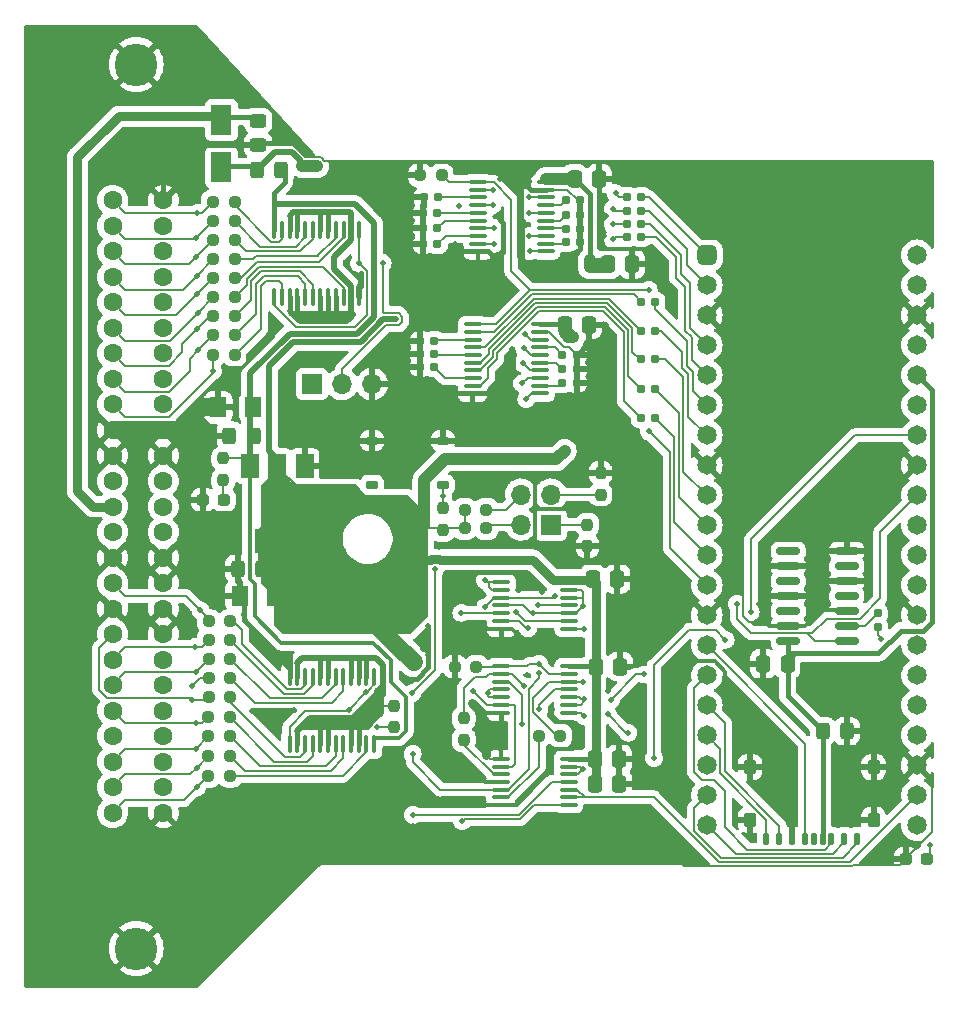
<source format=gbr>
%TF.GenerationSoftware,KiCad,Pcbnew,6.0.5-a6ca702e91~116~ubuntu21.10.1*%
%TF.CreationDate,2023-04-15T06:22:21-06:00*%
%TF.ProjectId,Centronics_50Pin,43656e74-726f-46e6-9963-735f35305069,rev?*%
%TF.SameCoordinates,Original*%
%TF.FileFunction,Copper,L1,Top*%
%TF.FilePolarity,Positive*%
%FSLAX46Y46*%
G04 Gerber Fmt 4.6, Leading zero omitted, Abs format (unit mm)*
G04 Created by KiCad (PCBNEW 6.0.5-a6ca702e91~116~ubuntu21.10.1) date 2023-04-15 06:22:21*
%MOMM*%
%LPD*%
G01*
G04 APERTURE LIST*
G04 Aperture macros list*
%AMRoundRect*
0 Rectangle with rounded corners*
0 $1 Rounding radius*
0 $2 $3 $4 $5 $6 $7 $8 $9 X,Y pos of 4 corners*
0 Add a 4 corners polygon primitive as box body*
4,1,4,$2,$3,$4,$5,$6,$7,$8,$9,$2,$3,0*
0 Add four circle primitives for the rounded corners*
1,1,$1+$1,$2,$3*
1,1,$1+$1,$4,$5*
1,1,$1+$1,$6,$7*
1,1,$1+$1,$8,$9*
0 Add four rect primitives between the rounded corners*
20,1,$1+$1,$2,$3,$4,$5,0*
20,1,$1+$1,$4,$5,$6,$7,0*
20,1,$1+$1,$6,$7,$8,$9,0*
20,1,$1+$1,$8,$9,$2,$3,0*%
G04 Aperture macros list end*
%TA.AperFunction,SMDPad,CuDef*%
%ADD10RoundRect,0.250001X0.462499X0.624999X-0.462499X0.624999X-0.462499X-0.624999X0.462499X-0.624999X0*%
%TD*%
%TA.AperFunction,SMDPad,CuDef*%
%ADD11R,1.500000X2.000000*%
%TD*%
%TA.AperFunction,SMDPad,CuDef*%
%ADD12R,3.800000X2.000000*%
%TD*%
%TA.AperFunction,ComponentPad*%
%ADD13RoundRect,0.412500X-0.412500X-0.412500X0.412500X-0.412500X0.412500X0.412500X-0.412500X0.412500X0*%
%TD*%
%TA.AperFunction,ComponentPad*%
%ADD14C,1.650000*%
%TD*%
%TA.AperFunction,SMDPad,CuDef*%
%ADD15RoundRect,0.250000X0.325000X0.450000X-0.325000X0.450000X-0.325000X-0.450000X0.325000X-0.450000X0*%
%TD*%
%TA.AperFunction,SMDPad,CuDef*%
%ADD16RoundRect,0.250000X-0.450000X0.325000X-0.450000X-0.325000X0.450000X-0.325000X0.450000X0.325000X0*%
%TD*%
%TA.AperFunction,SMDPad,CuDef*%
%ADD17RoundRect,0.250000X-0.325000X-0.450000X0.325000X-0.450000X0.325000X0.450000X-0.325000X0.450000X0*%
%TD*%
%TA.AperFunction,SMDPad,CuDef*%
%ADD18R,1.800000X2.500000*%
%TD*%
%TA.AperFunction,ComponentPad*%
%ADD19R,1.700000X1.700000*%
%TD*%
%TA.AperFunction,ComponentPad*%
%ADD20O,1.700000X1.700000*%
%TD*%
%TA.AperFunction,SMDPad,CuDef*%
%ADD21RoundRect,0.160000X0.197500X0.160000X-0.197500X0.160000X-0.197500X-0.160000X0.197500X-0.160000X0*%
%TD*%
%TA.AperFunction,SMDPad,CuDef*%
%ADD22RoundRect,0.100000X0.100000X-0.637500X0.100000X0.637500X-0.100000X0.637500X-0.100000X-0.637500X0*%
%TD*%
%TA.AperFunction,SMDPad,CuDef*%
%ADD23RoundRect,0.160000X-0.197500X-0.160000X0.197500X-0.160000X0.197500X0.160000X-0.197500X0.160000X0*%
%TD*%
%TA.AperFunction,SMDPad,CuDef*%
%ADD24RoundRect,0.237500X0.250000X0.237500X-0.250000X0.237500X-0.250000X-0.237500X0.250000X-0.237500X0*%
%TD*%
%TA.AperFunction,SMDPad,CuDef*%
%ADD25RoundRect,0.237500X-0.287500X-0.237500X0.287500X-0.237500X0.287500X0.237500X-0.287500X0.237500X0*%
%TD*%
%TA.AperFunction,SMDPad,CuDef*%
%ADD26RoundRect,0.250000X0.337500X0.475000X-0.337500X0.475000X-0.337500X-0.475000X0.337500X-0.475000X0*%
%TD*%
%TA.AperFunction,SMDPad,CuDef*%
%ADD27RoundRect,0.237500X-0.237500X0.250000X-0.237500X-0.250000X0.237500X-0.250000X0.237500X0.250000X0*%
%TD*%
%TA.AperFunction,SMDPad,CuDef*%
%ADD28RoundRect,0.100000X-0.100000X0.637500X-0.100000X-0.637500X0.100000X-0.637500X0.100000X0.637500X0*%
%TD*%
%TA.AperFunction,SMDPad,CuDef*%
%ADD29RoundRect,0.250000X-0.337500X-0.475000X0.337500X-0.475000X0.337500X0.475000X-0.337500X0.475000X0*%
%TD*%
%TA.AperFunction,SMDPad,CuDef*%
%ADD30RoundRect,0.100000X-0.637500X-0.100000X0.637500X-0.100000X0.637500X0.100000X-0.637500X0.100000X0*%
%TD*%
%TA.AperFunction,SMDPad,CuDef*%
%ADD31RoundRect,0.150000X0.825000X0.150000X-0.825000X0.150000X-0.825000X-0.150000X0.825000X-0.150000X0*%
%TD*%
%TA.AperFunction,SMDPad,CuDef*%
%ADD32RoundRect,0.237500X0.237500X-0.250000X0.237500X0.250000X-0.237500X0.250000X-0.237500X-0.250000X0*%
%TD*%
%TA.AperFunction,SMDPad,CuDef*%
%ADD33RoundRect,0.160000X-0.160000X0.197500X-0.160000X-0.197500X0.160000X-0.197500X0.160000X0.197500X0*%
%TD*%
%TA.AperFunction,SMDPad,CuDef*%
%ADD34RoundRect,0.125000X0.125000X0.415000X-0.125000X0.415000X-0.125000X-0.415000X0.125000X-0.415000X0*%
%TD*%
%TA.AperFunction,SMDPad,CuDef*%
%ADD35RoundRect,0.262500X0.262500X0.337500X-0.262500X0.337500X-0.262500X-0.337500X0.262500X-0.337500X0*%
%TD*%
%TA.AperFunction,SMDPad,CuDef*%
%ADD36RoundRect,0.187500X0.312500X0.187500X-0.312500X0.187500X-0.312500X-0.187500X0.312500X-0.187500X0*%
%TD*%
%TA.AperFunction,ComponentPad*%
%ADD37C,3.600000*%
%TD*%
%TA.AperFunction,ComponentPad*%
%ADD38C,1.600000*%
%TD*%
%TA.AperFunction,SMDPad,CuDef*%
%ADD39RoundRect,0.237500X-0.250000X-0.237500X0.250000X-0.237500X0.250000X0.237500X-0.250000X0.237500X0*%
%TD*%
%TA.AperFunction,ViaPad*%
%ADD40C,0.800000*%
%TD*%
%TA.AperFunction,ViaPad*%
%ADD41C,0.500000*%
%TD*%
%TA.AperFunction,Conductor*%
%ADD42C,0.330000*%
%TD*%
%TA.AperFunction,Conductor*%
%ADD43C,0.450000*%
%TD*%
%TA.AperFunction,Conductor*%
%ADD44C,1.500000*%
%TD*%
%TA.AperFunction,Conductor*%
%ADD45C,0.400000*%
%TD*%
%TA.AperFunction,Conductor*%
%ADD46C,0.150000*%
%TD*%
%TA.AperFunction,Conductor*%
%ADD47C,0.500000*%
%TD*%
%TA.AperFunction,Conductor*%
%ADD48C,0.750000*%
%TD*%
%TA.AperFunction,Conductor*%
%ADD49C,0.200000*%
%TD*%
%TA.AperFunction,Conductor*%
%ADD50C,1.000000*%
%TD*%
G04 APERTURE END LIST*
D10*
%TO.P,C3,1*%
%TO.N,+5F*%
X109417480Y-92556280D03*
%TO.P,C3,2*%
%TO.N,GND*%
X106442480Y-92556280D03*
%TD*%
%TO.P,C4,1*%
%TO.N,+2V8*%
X111246280Y-108507480D03*
%TO.P,C4,2*%
%TO.N,GND*%
X108271280Y-108507480D03*
%TD*%
D11*
%TO.P,U3,1,GND*%
%TO.N,GND*%
X113769200Y-97536000D03*
%TO.P,U3,2,VO*%
%TO.N,+2V8*%
X111469200Y-97536000D03*
D12*
X111469200Y-103836000D03*
D11*
%TO.P,U3,3,VI*%
%TO.N,+5F*%
X109169200Y-97536000D03*
%TD*%
D13*
%TO.P,RP1,1,G0*%
%TO.N,Net-(R42-Pad1)*%
X147828000Y-79670400D03*
D14*
%TO.P,RP1,2,G1*%
%TO.N,Net-(R19-Pad1)*%
X147828000Y-82210400D03*
%TO.P,RP1,3,GND*%
%TO.N,GND*%
X147828000Y-84750400D03*
%TO.P,RP1,4,G2*%
%TO.N,Net-(R18-Pad1)*%
X147828000Y-87290400D03*
%TO.P,RP1,5,G3*%
%TO.N,Net-(R17-Pad1)*%
X147828000Y-89830400D03*
%TO.P,RP1,6,G4*%
%TO.N,Net-(R16-Pad1)*%
X147828000Y-92370400D03*
%TO.P,RP1,7,G5*%
%TO.N,Net-(R15-Pad1)*%
X147828000Y-94910400D03*
%TO.P,RP1,8,GND*%
%TO.N,GND*%
X147828000Y-97450400D03*
%TO.P,RP1,9,G6*%
%TO.N,Net-(R14-Pad1)*%
X147828000Y-99990400D03*
%TO.P,RP1,10,G7*%
%TO.N,Net-(R13-Pad1)*%
X147828000Y-102530400D03*
%TO.P,RP1,11,G8*%
%TO.N,Net-(R12-Pad1)*%
X147828000Y-105070400D03*
%TO.P,RP1,12,G9*%
%TO.N,DBPTr*%
X147828000Y-107610400D03*
%TO.P,RP1,13,GND*%
%TO.N,GND*%
X147828000Y-110150400D03*
%TO.P,RP1,14,G10*%
%TO.N,SD_CLK*%
X147828000Y-112690400D03*
%TO.P,RP1,15,G11*%
%TO.N,SD_CMD_MOSI*%
X147828000Y-115230400D03*
%TO.P,RP1,16,G12*%
%TO.N,SD_D0_MISO*%
X147828000Y-117770400D03*
%TO.P,RP1,17,G13*%
%TO.N,SD_D1*%
X147828000Y-120310400D03*
%TO.P,RP1,18,GND*%
%TO.N,GND*%
X147828000Y-122850400D03*
%TO.P,RP1,19,G14*%
%TO.N,SD_D2*%
X147828000Y-125390400D03*
%TO.P,RP1,20,G15*%
%TO.N,SD_D3_CS*%
X147828000Y-127930400D03*
%TO.P,RP1,21,G16*%
%TO.N,SERIAL_OUT*%
X165608000Y-127930400D03*
%TO.P,RP1,22,G17*%
%TO.N,oREQ*%
X165608000Y-125390400D03*
%TO.P,RP1,23,GND*%
%TO.N,GND*%
X165608000Y-122850400D03*
%TO.P,RP1,24,G18*%
%TO.N,oCD_iSEL*%
X165608000Y-120310400D03*
%TO.P,RP1,25,G19*%
%TO.N,oSEL*%
X165608000Y-117770400D03*
%TO.P,RP1,26,G20*%
%TO.N,oMSG_iBSY*%
X165608000Y-115230400D03*
%TO.P,RP1,27,G21*%
%TO.N,iRST*%
X165608000Y-112690400D03*
%TO.P,RP1,28,GND*%
%TO.N,GND*%
X165608000Y-110150400D03*
%TO.P,RP1,29,G22*%
%TO.N,oIO*%
X165608000Y-107610400D03*
%TO.P,RP1,30,RUN*%
%TO.N,unconnected-(RP1-Pad30)*%
X165608000Y-105070400D03*
%TO.P,RP1,31,G26*%
%TO.N,iACK*%
X165608000Y-102530400D03*
%TO.P,RP1,32,G27*%
%TO.N,oBSY*%
X165608000Y-99990400D03*
%TO.P,RP1,33,A_GND*%
%TO.N,GND*%
X165608000Y-97450400D03*
%TO.P,RP1,34,G28*%
%TO.N,iATN*%
X165608000Y-94910400D03*
%TO.P,RP1,35,ADC_VREF*%
%TO.N,unconnected-(RP1-Pad35)*%
X165608000Y-92370400D03*
%TO.P,RP1,36,3v3*%
%TO.N,+3V3*%
X165608000Y-89830400D03*
%TO.P,RP1,37,3v3_EN*%
%TO.N,unconnected-(RP1-Pad37)*%
X165608000Y-87290400D03*
%TO.P,RP1,38,GND*%
%TO.N,GND*%
X165608000Y-84750400D03*
%TO.P,RP1,39,VSYS*%
%TO.N,unconnected-(RP1-Pad39)*%
X165608000Y-82210400D03*
%TO.P,RP1,40,VBUS_5V*%
%TO.N,+5VP*%
X165608000Y-79670400D03*
%TD*%
D15*
%TO.P,C2,1*%
%TO.N,+5F*%
X109453980Y-94943880D03*
%TO.P,C2,2*%
%TO.N,GND*%
X107403980Y-94943880D03*
%TD*%
%TO.P,C5,1*%
%TO.N,+2V8*%
X110185200Y-106222800D03*
%TO.P,C5,2*%
%TO.N,GND*%
X108135200Y-106222800D03*
%TD*%
D16*
%TO.P,C6,1*%
%TO.N,+5V*%
X109829600Y-68275200D03*
%TO.P,C6,2*%
%TO.N,GND*%
X109829600Y-70325200D03*
%TD*%
D17*
%TO.P,C12,1*%
%TO.N,+3V3*%
X157632400Y-119954800D03*
%TO.P,C12,2*%
%TO.N,GND*%
X159682400Y-119954800D03*
%TD*%
D18*
%TO.P,D1,1,K*%
%TO.N,+5VP*%
X106730800Y-72214600D03*
%TO.P,D1,2,A*%
%TO.N,+5V*%
X106730800Y-68214600D03*
%TD*%
D19*
%TO.P,J1,1,Pin_1*%
%TO.N,unconnected-(J1-Pad1)*%
X114401600Y-90576400D03*
D20*
%TO.P,J1,2,Pin_2*%
%TO.N,TRM_ON_J*%
X116941600Y-90576400D03*
%TO.P,J1,3,Pin_3*%
%TO.N,GND*%
X119481600Y-90576400D03*
%TD*%
D21*
%TO.P,R42,1*%
%TO.N,Net-(R42-Pad1)*%
X142278700Y-74726800D03*
%TO.P,R42,2*%
%TO.N,DB0T*%
X141083700Y-74726800D03*
%TD*%
D22*
%TO.P,U2,1,/1OE*%
%TO.N,TRM_ON_J*%
X111211600Y-83228100D03*
%TO.P,U2,2,1B1*%
%TO.N,Net-(R35-Pad1)*%
X111861600Y-83228100D03*
%TO.P,U2,3,1A1*%
%TO.N,+2V8*%
X112511600Y-83228100D03*
%TO.P,U2,4,1A2*%
X113161600Y-83228100D03*
%TO.P,U2,5,1B2*%
%TO.N,Net-(R34-Pad1)*%
X113811600Y-83228100D03*
%TO.P,U2,6,1B3*%
%TO.N,Net-(R33-Pad1)*%
X114461600Y-83228100D03*
%TO.P,U2,7,1A3*%
%TO.N,+2V8*%
X115111600Y-83228100D03*
%TO.P,U2,8,1A4*%
X115761600Y-83228100D03*
%TO.P,U2,9,1B4*%
X116411600Y-83228100D03*
%TO.P,U2,10,1B5*%
%TO.N,Net-(R1-Pad1)*%
X117061600Y-83228100D03*
%TO.P,U2,11,1A5*%
%TO.N,+2V8*%
X117711600Y-83228100D03*
%TO.P,U2,12,GND*%
%TO.N,GND*%
X118361600Y-83228100D03*
%TO.P,U2,13,/2OE*%
%TO.N,TRM_ON_J*%
X118361600Y-77503100D03*
%TO.P,U2,14,2A1*%
%TO.N,+2V8*%
X117711600Y-77503100D03*
%TO.P,U2,15,2B1*%
%TO.N,Net-(R40-Pad1)*%
X117061600Y-77503100D03*
%TO.P,U2,16,2B2*%
%TO.N,Net-(R39-Pad1)*%
X116411600Y-77503100D03*
%TO.P,U2,17,2A2*%
%TO.N,+2V8*%
X115761600Y-77503100D03*
%TO.P,U2,18,2A3*%
X115111600Y-77503100D03*
%TO.P,U2,19,2B3*%
%TO.N,Net-(R38-Pad1)*%
X114461600Y-77503100D03*
%TO.P,U2,20,2B4*%
%TO.N,Net-(R37-Pad1)*%
X113811600Y-77503100D03*
%TO.P,U2,21,2A4*%
%TO.N,+2V8*%
X113161600Y-77503100D03*
%TO.P,U2,22,2A5*%
X112511600Y-77503100D03*
%TO.P,U2,23,2B5*%
%TO.N,Net-(R36-Pad1)*%
X111861600Y-77503100D03*
%TO.P,U2,24,Vcc*%
%TO.N,+5F*%
X111211600Y-77503100D03*
%TD*%
D23*
%TO.P,R54,1*%
%TO.N,Net-(R54-Pad1)*%
X135597300Y-89306400D03*
%TO.P,R54,2*%
%TO.N,GND*%
X136792300Y-89306400D03*
%TD*%
D24*
%TO.P,R39,1*%
%TO.N,Net-(R39-Pad1)*%
X107846500Y-80010000D03*
%TO.P,R39,2*%
%TO.N,DB3*%
X106021500Y-80010000D03*
%TD*%
D21*
%TO.P,R16,1*%
%TO.N,Net-(R16-Pad1)*%
X143447100Y-83616800D03*
%TO.P,R16,2*%
%TO.N,DB4T*%
X142252100Y-83616800D03*
%TD*%
D24*
%TO.P,R4,1*%
%TO.N,Net-(R4-Pad1)*%
X107490900Y-113842800D03*
%TO.P,R4,2*%
%TO.N,RST*%
X105665900Y-113842800D03*
%TD*%
D23*
%TO.P,R50,1*%
%TO.N,GND*%
X123569800Y-86918800D03*
%TO.P,R50,2*%
%TO.N,Net-(R50-Pad2)*%
X124764800Y-86918800D03*
%TD*%
D24*
%TO.P,R33,1*%
%TO.N,Net-(R33-Pad1)*%
X107848400Y-84836000D03*
%TO.P,R33,2*%
%TO.N,DB6*%
X106023400Y-84836000D03*
%TD*%
D25*
%TO.P,D2,1,K*%
%TO.N,GND*%
X164682200Y-130759200D03*
%TO.P,D2,2,A*%
%TO.N,Net-(D2-Pad2)*%
X166432200Y-130759200D03*
%TD*%
D24*
%TO.P,R36,1*%
%TO.N,Net-(R36-Pad1)*%
X107846500Y-75133200D03*
%TO.P,R36,2*%
%TO.N,DB0*%
X106021500Y-75133200D03*
%TD*%
D26*
%TO.P,C7,1*%
%TO.N,+3V3*%
X154656700Y-114265200D03*
%TO.P,C7,2*%
%TO.N,GND*%
X152581700Y-114265200D03*
%TD*%
D27*
%TO.P,R56,1*%
%TO.N,+5F*%
X106863180Y-96876180D03*
%TO.P,R56,2*%
%TO.N,Net-(D3-Pad2)*%
X106863180Y-98701180D03*
%TD*%
D28*
%TO.P,U1,1,/1OE*%
%TO.N,TRM_ON_J*%
X119653000Y-115349100D03*
%TO.P,U1,2,1B1*%
%TO.N,+2V8*%
X119003000Y-115349100D03*
%TO.P,U1,3,1A1*%
X118353000Y-115349100D03*
%TO.P,U1,4,1A2*%
X117703000Y-115349100D03*
%TO.P,U1,5,1B2*%
%TO.N,Net-(R5-Pad1)*%
X117053000Y-115349100D03*
%TO.P,U1,6,1B3*%
%TO.N,Net-(R4-Pad1)*%
X116403000Y-115349100D03*
%TO.P,U1,7,1A3*%
%TO.N,+2V8*%
X115753000Y-115349100D03*
%TO.P,U1,8,1A4*%
X115103000Y-115349100D03*
%TO.P,U1,9,1B4*%
%TO.N,Net-(R3-Pad1)*%
X114453000Y-115349100D03*
%TO.P,U1,10,1B5*%
%TO.N,Net-(R2-Pad1)*%
X113803000Y-115349100D03*
%TO.P,U1,11,1A5*%
%TO.N,+2V8*%
X113153000Y-115349100D03*
%TO.P,U1,12,GND*%
%TO.N,GND*%
X112503000Y-115349100D03*
%TO.P,U1,13,/2OE*%
%TO.N,TRM_ON_J*%
X112503000Y-121074100D03*
%TO.P,U1,14,2A1*%
%TO.N,+2V8*%
X113153000Y-121074100D03*
%TO.P,U1,15,2B1*%
%TO.N,Net-(R10-Pad1)*%
X113803000Y-121074100D03*
%TO.P,U1,16,2B2*%
%TO.N,Net-(R9-Pad1)*%
X114453000Y-121074100D03*
%TO.P,U1,17,2A2*%
%TO.N,+2V8*%
X115103000Y-121074100D03*
%TO.P,U1,18,2A3*%
X115753000Y-121074100D03*
%TO.P,U1,19,2B3*%
%TO.N,Net-(R8-Pad1)*%
X116403000Y-121074100D03*
%TO.P,U1,20,2B4*%
%TO.N,Net-(R7-Pad1)*%
X117053000Y-121074100D03*
%TO.P,U1,21,2A4*%
%TO.N,+2V8*%
X117703000Y-121074100D03*
%TO.P,U1,22,2A5*%
X118353000Y-121074100D03*
%TO.P,U1,23,2B5*%
%TO.N,Net-(R6-Pad1)*%
X119003000Y-121074100D03*
%TO.P,U1,24,Vcc*%
%TO.N,+5F*%
X119653000Y-121074100D03*
%TD*%
D24*
%TO.P,R5,1*%
%TO.N,Net-(R5-Pad1)*%
X107490900Y-115468400D03*
%TO.P,R5,2*%
%TO.N,SEL*%
X105665900Y-115468400D03*
%TD*%
%TO.P,R35,1*%
%TO.N,Net-(R35-Pad1)*%
X107848400Y-88087200D03*
%TO.P,R35,2*%
%TO.N,DBP*%
X106023400Y-88087200D03*
%TD*%
%TO.P,R1,1*%
%TO.N,Net-(R1-Pad1)*%
X107848400Y-83210400D03*
%TO.P,R1,2*%
%TO.N,DB5*%
X106023400Y-83210400D03*
%TD*%
D29*
%TO.P,C8,1*%
%TO.N,+2V8*%
X136630500Y-73202800D03*
%TO.P,C8,2*%
%TO.N,GND*%
X138705500Y-73202800D03*
%TD*%
D24*
%TO.P,R38,1*%
%TO.N,Net-(R38-Pad1)*%
X107846500Y-78384400D03*
%TO.P,R38,2*%
%TO.N,DB2*%
X106021500Y-78384400D03*
%TD*%
D21*
%TO.P,R17,1*%
%TO.N,Net-(R17-Pad1)*%
X142278700Y-78130400D03*
%TO.P,R17,2*%
%TO.N,DB3T*%
X141083700Y-78130400D03*
%TD*%
D24*
%TO.P,R9,1*%
%TO.N,Net-(R9-Pad1)*%
X107438200Y-118770400D03*
%TO.P,R9,2*%
%TO.N,MSG*%
X105613200Y-118770400D03*
%TD*%
D21*
%TO.P,R13,1*%
%TO.N,Net-(R13-Pad1)*%
X143447100Y-90982800D03*
%TO.P,R13,2*%
%TO.N,DB7T*%
X142252100Y-90982800D03*
%TD*%
D25*
%TO.P,D3,1,K*%
%TO.N,GND*%
X105175380Y-100379480D03*
%TO.P,D3,2,A*%
%TO.N,Net-(D3-Pad2)*%
X106925380Y-100379480D03*
%TD*%
D24*
%TO.P,R40,1*%
%TO.N,Net-(R40-Pad1)*%
X107846500Y-81584800D03*
%TO.P,R40,2*%
%TO.N,DB4*%
X106021500Y-81584800D03*
%TD*%
D23*
%TO.P,R45,1*%
%TO.N,GND*%
X123811700Y-78740000D03*
%TO.P,R45,2*%
%TO.N,Net-(R45-Pad2)*%
X125006700Y-78740000D03*
%TD*%
D30*
%TO.P,U4,1,DIR*%
%TO.N,DBPTr*%
X128455500Y-73478200D03*
%TO.P,U4,2,A1*%
%TO.N,DB0T*%
X128455500Y-74128200D03*
%TO.P,U4,3,A2*%
%TO.N,Net-(R11-Pad2)*%
X128455500Y-74778200D03*
%TO.P,U4,4,A3*%
%TO.N,DB1T*%
X128455500Y-75428200D03*
%TO.P,U4,5,A4*%
%TO.N,Net-(R43-Pad2)*%
X128455500Y-76078200D03*
%TO.P,U4,6,A5*%
%TO.N,Net-(R44-Pad2)*%
X128455500Y-76728200D03*
%TO.P,U4,7,A6*%
%TO.N,DB2T*%
X128455500Y-77378200D03*
%TO.P,U4,8,A7*%
%TO.N,Net-(R45-Pad2)*%
X128455500Y-78028200D03*
%TO.P,U4,9,A8*%
%TO.N,DB3T*%
X128455500Y-78678200D03*
%TO.P,U4,10,GND*%
%TO.N,GND*%
X128455500Y-79328200D03*
%TO.P,U4,11,B8*%
%TO.N,DB3*%
X134180500Y-79328200D03*
%TO.P,U4,12,B7*%
%TO.N,Net-(R49-Pad1)*%
X134180500Y-78678200D03*
%TO.P,U4,13,B6*%
%TO.N,DB2*%
X134180500Y-78028200D03*
%TO.P,U4,14,B5*%
%TO.N,Net-(R48-Pad1)*%
X134180500Y-77378200D03*
%TO.P,U4,15,B4*%
%TO.N,Net-(R47-Pad1)*%
X134180500Y-76728200D03*
%TO.P,U4,16,B3*%
%TO.N,DB1*%
X134180500Y-76078200D03*
%TO.P,U4,17,B2*%
%TO.N,Net-(R46-Pad1)*%
X134180500Y-75428200D03*
%TO.P,U4,18,B1*%
%TO.N,DB0*%
X134180500Y-74778200D03*
%TO.P,U4,19,/OE*%
%TO.N,GND*%
X134180500Y-74128200D03*
%TO.P,U4,20,Vcc*%
%TO.N,+2V8*%
X134180500Y-73478200D03*
%TD*%
D21*
%TO.P,R18,1*%
%TO.N,Net-(R18-Pad1)*%
X142278700Y-77012800D03*
%TO.P,R18,2*%
%TO.N,DB2T*%
X141083700Y-77012800D03*
%TD*%
D23*
%TO.P,R47,1*%
%TO.N,Net-(R47-Pad1)*%
X135877900Y-76250800D03*
%TO.P,R47,2*%
%TO.N,GND*%
X137072900Y-76250800D03*
%TD*%
D29*
%TO.P,C15,1*%
%TO.N,+2V8*%
X138336200Y-124409200D03*
%TO.P,C15,2*%
%TO.N,GND*%
X140411200Y-124409200D03*
%TD*%
D26*
%TO.P,C14,1*%
%TO.N,GND*%
X140483500Y-114503200D03*
%TO.P,C14,2*%
%TO.N,+2V8*%
X138408500Y-114503200D03*
%TD*%
D31*
%TO.P,U8,1*%
%TO.N,oBSY*%
X159664400Y-112334800D03*
%TO.P,U8,2*%
%TO.N,Net-(R30-Pad1)*%
X159664400Y-111064800D03*
%TO.P,U8,3*%
%TO.N,GND*%
X159664400Y-109794800D03*
%TO.P,U8,4*%
%TO.N,unconnected-(U8-Pad4)*%
X159664400Y-108524800D03*
%TO.P,U8,5*%
%TO.N,GND*%
X159664400Y-107254800D03*
%TO.P,U8,6*%
%TO.N,unconnected-(U8-Pad6)*%
X159664400Y-105984800D03*
%TO.P,U8,7,GND*%
%TO.N,GND*%
X159664400Y-104714800D03*
%TO.P,U8,8*%
%TO.N,unconnected-(U8-Pad8)*%
X154714400Y-104714800D03*
%TO.P,U8,9*%
%TO.N,GND*%
X154714400Y-105984800D03*
%TO.P,U8,10*%
%TO.N,unconnected-(U8-Pad10)*%
X154714400Y-107254800D03*
%TO.P,U8,11*%
%TO.N,GND*%
X154714400Y-108524800D03*
%TO.P,U8,12*%
%TO.N,unconnected-(U8-Pad12)*%
X154714400Y-109794800D03*
%TO.P,U8,13*%
%TO.N,GND*%
X154714400Y-111064800D03*
%TO.P,U8,14,VCC*%
%TO.N,+3V3*%
X154714400Y-112334800D03*
%TD*%
D23*
%TO.P,R53,1*%
%TO.N,Net-(R53-Pad1)*%
X135597300Y-88087200D03*
%TO.P,R53,2*%
%TO.N,GND*%
X136792300Y-88087200D03*
%TD*%
D24*
%TO.P,R31,1*%
%TO.N,iATN*%
X129133600Y-102773400D03*
%TO.P,R31,2*%
%TO.N,+2V8*%
X127308600Y-102773400D03*
%TD*%
%TO.P,R3,1*%
%TO.N,Net-(R3-Pad1)*%
X107489000Y-112217200D03*
%TO.P,R3,2*%
%TO.N,ACK*%
X105664000Y-112217200D03*
%TD*%
D21*
%TO.P,R15,1*%
%TO.N,Net-(R15-Pad1)*%
X143447100Y-86055200D03*
%TO.P,R15,2*%
%TO.N,DB5T*%
X142252100Y-86055200D03*
%TD*%
D24*
%TO.P,R32,1*%
%TO.N,iACK*%
X129133600Y-101198600D03*
%TO.P,R32,2*%
%TO.N,+2V8*%
X127308600Y-101198600D03*
%TD*%
D32*
%TO.P,R41,1*%
%TO.N,TRM_ON_J*%
X121310400Y-119632100D03*
%TO.P,R41,2*%
%TO.N,+2V8*%
X121310400Y-117807100D03*
%TD*%
D24*
%TO.P,R7,1*%
%TO.N,Net-(R7-Pad1)*%
X107440100Y-122072400D03*
%TO.P,R7,2*%
%TO.N,REQ*%
X105615100Y-122072400D03*
%TD*%
D23*
%TO.P,R43,1*%
%TO.N,GND*%
X123823800Y-76098400D03*
%TO.P,R43,2*%
%TO.N,Net-(R43-Pad2)*%
X125018800Y-76098400D03*
%TD*%
%TO.P,R49,1*%
%TO.N,Net-(R49-Pad1)*%
X135890000Y-78536800D03*
%TO.P,R49,2*%
%TO.N,GND*%
X137085000Y-78536800D03*
%TD*%
D24*
%TO.P,R8,1*%
%TO.N,Net-(R8-Pad1)*%
X107438200Y-120396000D03*
%TO.P,R8,2*%
%TO.N,CD*%
X105613200Y-120396000D03*
%TD*%
D33*
%TO.P,R30,1*%
%TO.N,Net-(R30-Pad1)*%
X162306000Y-109982000D03*
%TO.P,R30,2*%
%TO.N,Net-(D2-Pad2)*%
X162306000Y-111177000D03*
%TD*%
D24*
%TO.P,R2,1*%
%TO.N,Net-(R2-Pad1)*%
X107490900Y-110642400D03*
%TO.P,R2,2*%
%TO.N,ATN*%
X105665900Y-110642400D03*
%TD*%
D32*
%TO.P,R27,1*%
%TO.N,Net-(J4-Pad3)*%
X138836400Y-99924800D03*
%TO.P,R27,2*%
%TO.N,GND*%
X138836400Y-98099800D03*
%TD*%
D34*
%TO.P,SD2,1,DAT2*%
%TO.N,SD_D2*%
X160568000Y-129101600D03*
%TO.P,SD2,2,CD/CS/DAT3*%
%TO.N,SD_D3_CS*%
X159468000Y-129101600D03*
%TO.P,SD2,3,CMD/MOSI*%
%TO.N,SD_CMD_MOSI*%
X158368000Y-129101600D03*
%TO.P,SD2,4,VDD*%
%TO.N,+3V3*%
X157618000Y-129101600D03*
%TO.P,SD2,5,SD_DET*%
%TO.N,unconnected-(SD2-Pad5)*%
X156918000Y-129101600D03*
%TO.P,SD2,6,CLK*%
%TO.N,SD_CLK*%
X156168000Y-129101600D03*
%TO.P,SD2,7,VSS*%
%TO.N,GND*%
X155068000Y-129101600D03*
%TO.P,SD2,8,DAT0/MISO*%
%TO.N,SD_D0_MISO*%
X153968000Y-129101600D03*
%TO.P,SD2,9,DAT1*%
%TO.N,SD_D1*%
X152868000Y-129101600D03*
D35*
%TO.P,SD2,10,CASE_GND*%
%TO.N,GND*%
X151493000Y-127461600D03*
X161943000Y-127461600D03*
X151493000Y-123011600D03*
X161943000Y-123011600D03*
%TD*%
D23*
%TO.P,R55,1*%
%TO.N,Net-(R55-Pad1)*%
X135597300Y-90474800D03*
%TO.P,R55,2*%
%TO.N,GND*%
X136792300Y-90474800D03*
%TD*%
D21*
%TO.P,R12,1*%
%TO.N,Net-(R12-Pad1)*%
X143447100Y-93472000D03*
%TO.P,R12,2*%
%TO.N,DBPT*%
X142252100Y-93472000D03*
%TD*%
D23*
%TO.P,R51,1*%
%TO.N,GND*%
X123569800Y-88036400D03*
%TO.P,R51,2*%
%TO.N,Net-(R51-Pad2)*%
X124764800Y-88036400D03*
%TD*%
D21*
%TO.P,R19,1*%
%TO.N,Net-(R19-Pad1)*%
X142278700Y-75895200D03*
%TO.P,R19,2*%
%TO.N,DB1T*%
X141083700Y-75895200D03*
%TD*%
D29*
%TO.P,C10,1*%
%TO.N,+2V8*%
X139424500Y-80416400D03*
%TO.P,C10,2*%
%TO.N,GND*%
X141499500Y-80416400D03*
%TD*%
D27*
%TO.P,R24,1*%
%TO.N,oRST*%
X125476000Y-101093900D03*
%TO.P,R24,2*%
%TO.N,+2V8*%
X125476000Y-102918900D03*
%TD*%
D26*
%TO.P,C9,1*%
%TO.N,GND*%
X140251000Y-107086400D03*
%TO.P,C9,2*%
%TO.N,+2V8*%
X138176000Y-107086400D03*
%TD*%
D24*
%TO.P,R10,1*%
%TO.N,Net-(R10-Pad1)*%
X107489000Y-117094000D03*
%TO.P,R10,2*%
%TO.N,BSY*%
X105664000Y-117094000D03*
%TD*%
%TO.P,R34,1*%
%TO.N,Net-(R34-Pad1)*%
X107848400Y-86461600D03*
%TO.P,R34,2*%
%TO.N,DB7*%
X106023400Y-86461600D03*
%TD*%
D27*
%TO.P,R26,1*%
%TO.N,Net-(J4-Pad1)*%
X137718800Y-102468600D03*
%TO.P,R26,2*%
%TO.N,GND*%
X137718800Y-104293600D03*
%TD*%
D30*
%TO.P,U7,1,1/OE*%
%TO.N,oBSY*%
X130436700Y-114483600D03*
%TO.P,U7,2,1A*%
%TO.N,oCD_iSEL*%
X130436700Y-115133600D03*
%TO.P,U7,3,1Y*%
%TO.N,CD*%
X130436700Y-115783600D03*
%TO.P,U7,4,2/OE*%
%TO.N,oSEL*%
X130436700Y-116433600D03*
%TO.P,U7,5,2A*%
X130436700Y-117083600D03*
%TO.P,U7,6,2Y*%
%TO.N,SEL*%
X130436700Y-117733600D03*
%TO.P,U7,7,GND*%
%TO.N,GND*%
X130436700Y-118383600D03*
%TO.P,U7,8,3Y*%
%TO.N,iRST*%
X136161700Y-118383600D03*
%TO.P,U7,9,3A*%
%TO.N,RST*%
X136161700Y-117733600D03*
%TO.P,U7,10,3/OE*%
X136161700Y-117083600D03*
%TO.P,U7,11,4Y*%
%TO.N,MSG*%
X136161700Y-116433600D03*
%TO.P,U7,12,4A*%
%TO.N,oMSG_iBSY*%
X136161700Y-115783600D03*
%TO.P,U7,13,4/OE*%
%TO.N,oBSY*%
X136161700Y-115133600D03*
%TO.P,U7,14,Vcc*%
%TO.N,+2V8*%
X136161700Y-114483600D03*
%TD*%
D24*
%TO.P,R37,1*%
%TO.N,Net-(R37-Pad1)*%
X107846500Y-76758800D03*
%TO.P,R37,2*%
%TO.N,DB1*%
X106021500Y-76758800D03*
%TD*%
D36*
%TO.P,SW1,1,1*%
%TO.N,oRST*%
X119478800Y-99123100D03*
X125478800Y-99123100D03*
%TO.P,SW1,2,A*%
%TO.N,GND*%
X119478800Y-95373100D03*
X125478800Y-95373100D03*
%TD*%
D15*
%TO.P,F2,1*%
%TO.N,+5F*%
X111769000Y-72449800D03*
%TO.P,F2,2*%
%TO.N,+5VP*%
X109719000Y-72449800D03*
%TD*%
D19*
%TO.P,J4,1,Pin_1*%
%TO.N,Net-(J4-Pad1)*%
X134620000Y-102468600D03*
D20*
%TO.P,J4,2,Pin_2*%
%TO.N,iATN*%
X132080000Y-102468600D03*
%TO.P,J4,3,Pin_3*%
%TO.N,Net-(J4-Pad3)*%
X134620000Y-99928600D03*
%TO.P,J4,4,Pin_4*%
%TO.N,iACK*%
X132080000Y-99928600D03*
%TD*%
D24*
%TO.P,R23,1*%
%TO.N,oBSY*%
X128320800Y-114503200D03*
%TO.P,R23,2*%
%TO.N,GND*%
X126495800Y-114503200D03*
%TD*%
%TO.P,R25,1*%
%TO.N,DBPTr*%
X125372500Y-72898000D03*
%TO.P,R25,2*%
%TO.N,GND*%
X123547500Y-72898000D03*
%TD*%
D30*
%TO.P,U5,1,1/OE*%
%TO.N,oRST*%
X130436700Y-107371600D03*
%TO.P,U5,2,1A*%
X130436700Y-108021600D03*
%TO.P,U5,3,1Y*%
%TO.N,RST*%
X130436700Y-108671600D03*
%TO.P,U5,4,2/OE*%
%TO.N,oBSY*%
X130436700Y-109321600D03*
%TO.P,U5,5,2A*%
%TO.N,ACK*%
X130436700Y-109971600D03*
%TO.P,U5,6,2Y*%
%TO.N,iACK*%
X130436700Y-110621600D03*
%TO.P,U5,7,GND*%
%TO.N,GND*%
X130436700Y-111271600D03*
%TO.P,U5,8,3Y*%
%TO.N,iATN*%
X136161700Y-111271600D03*
%TO.P,U5,9,3A*%
%TO.N,ATN*%
X136161700Y-110621600D03*
%TO.P,U5,10,3/OE*%
%TO.N,oBSY*%
X136161700Y-109971600D03*
%TO.P,U5,11,4Y*%
%TO.N,BSY*%
X136161700Y-109321600D03*
%TO.P,U5,12,4A*%
%TO.N,oBSY*%
X136161700Y-108671600D03*
%TO.P,U5,13,4/OE*%
X136161700Y-108021600D03*
%TO.P,U5,14,Vcc*%
%TO.N,+2V8*%
X136161700Y-107371600D03*
%TD*%
D21*
%TO.P,R14,1*%
%TO.N,Net-(R14-Pad1)*%
X143447100Y-88493600D03*
%TO.P,R14,2*%
%TO.N,DB6T*%
X142252100Y-88493600D03*
%TD*%
D30*
%TO.P,U9,1,DIR*%
%TO.N,DBPTr*%
X127998300Y-85517800D03*
%TO.P,U9,2,A1*%
%TO.N,DB4T*%
X127998300Y-86167800D03*
%TO.P,U9,3,A2*%
%TO.N,Net-(R50-Pad2)*%
X127998300Y-86817800D03*
%TO.P,U9,4,A3*%
%TO.N,DB5T*%
X127998300Y-87467800D03*
%TO.P,U9,5,A4*%
%TO.N,Net-(R51-Pad2)*%
X127998300Y-88117800D03*
%TO.P,U9,6,A5*%
%TO.N,DB6T*%
X127998300Y-88767800D03*
%TO.P,U9,7,A6*%
%TO.N,DB7T*%
X127998300Y-89417800D03*
%TO.P,U9,8,A7*%
%TO.N,Net-(R52-Pad2)*%
X127998300Y-90067800D03*
%TO.P,U9,9,A8*%
%TO.N,DBPT*%
X127998300Y-90717800D03*
%TO.P,U9,10,GND*%
%TO.N,GND*%
X127998300Y-91367800D03*
%TO.P,U9,11,B8*%
%TO.N,DBP*%
X133723300Y-91367800D03*
%TO.P,U9,12,B7*%
%TO.N,Net-(R55-Pad1)*%
X133723300Y-90717800D03*
%TO.P,U9,13,B6*%
%TO.N,DB7*%
X133723300Y-90067800D03*
%TO.P,U9,14,B5*%
%TO.N,DB6*%
X133723300Y-89417800D03*
%TO.P,U9,15,B4*%
%TO.N,Net-(R54-Pad1)*%
X133723300Y-88767800D03*
%TO.P,U9,16,B3*%
%TO.N,DB5*%
X133723300Y-88117800D03*
%TO.P,U9,17,B2*%
%TO.N,Net-(R53-Pad1)*%
X133723300Y-87467800D03*
%TO.P,U9,18,B1*%
%TO.N,DB4*%
X133723300Y-86817800D03*
%TO.P,U9,19,/OE*%
%TO.N,GND*%
X133723300Y-86167800D03*
%TO.P,U9,20,Vcc*%
%TO.N,+2V8*%
X133723300Y-85517800D03*
%TD*%
D37*
%TO.P,U10,0*%
%TO.N,GND*%
X99511800Y-138369400D03*
X99511800Y-63519400D03*
D38*
%TO.P,U10,1*%
X101801800Y-75024400D03*
%TO.P,U10,2*%
X101801800Y-77184400D03*
%TO.P,U10,3*%
X101801800Y-79344400D03*
%TO.P,U10,4*%
X101801800Y-81504400D03*
%TO.P,U10,5*%
X101801800Y-83664400D03*
%TO.P,U10,6*%
X101801800Y-85824400D03*
%TO.P,U10,7*%
X101801800Y-87984400D03*
%TO.P,U10,8*%
X101801800Y-90144400D03*
%TO.P,U10,9*%
X101801800Y-92304400D03*
%TO.P,U10,10*%
X101801800Y-94464400D03*
%TO.P,U10,11*%
X101801800Y-96624400D03*
%TO.P,U10,12*%
%TO.N,unconnected-(U10-Pad12)*%
X101801800Y-98784400D03*
%TO.P,U10,13*%
%TO.N,unconnected-(U10-Pad13)*%
X101801800Y-100944400D03*
%TO.P,U10,14*%
%TO.N,unconnected-(U10-Pad14)*%
X101801800Y-103104400D03*
%TO.P,U10,15*%
%TO.N,GND*%
X101801800Y-105264400D03*
%TO.P,U10,16*%
X101801800Y-107424400D03*
%TO.P,U10,17*%
X101801800Y-109584400D03*
%TO.P,U10,18*%
X101801800Y-111744400D03*
%TO.P,U10,19*%
X101801800Y-113904400D03*
%TO.P,U10,20*%
X101801800Y-116064400D03*
%TO.P,U10,21*%
X101801800Y-118224400D03*
%TO.P,U10,22*%
X101801800Y-120384400D03*
%TO.P,U10,23*%
X101801800Y-122544400D03*
%TO.P,U10,24*%
X101801800Y-124704400D03*
%TO.P,U10,25*%
X101801800Y-126864400D03*
%TO.P,U10,26*%
%TO.N,DB0*%
X97511800Y-75024400D03*
%TO.P,U10,27*%
%TO.N,DB1*%
X97511800Y-77184400D03*
%TO.P,U10,28*%
%TO.N,DB2*%
X97511800Y-79344400D03*
%TO.P,U10,29*%
%TO.N,DB3*%
X97511800Y-81504400D03*
%TO.P,U10,30*%
%TO.N,DB4*%
X97511800Y-83664400D03*
%TO.P,U10,31*%
%TO.N,DB5*%
X97511800Y-85824400D03*
%TO.P,U10,32*%
%TO.N,DB6*%
X97511800Y-87984400D03*
%TO.P,U10,33*%
%TO.N,DB7*%
X97511800Y-90144400D03*
%TO.P,U10,34*%
%TO.N,DBP*%
X97511800Y-92304400D03*
%TO.P,U10,35*%
%TO.N,GND*%
X97511800Y-94464400D03*
%TO.P,U10,36*%
X97511800Y-96624400D03*
%TO.P,U10,37*%
%TO.N,unconnected-(U10-Pad37)*%
X97511800Y-98784400D03*
%TO.P,U10,38*%
%TO.N,+5V*%
X97511800Y-100944400D03*
%TO.P,U10,39*%
%TO.N,unconnected-(U10-Pad39)*%
X97511800Y-103104400D03*
%TO.P,U10,40*%
%TO.N,GND*%
X97511800Y-105264400D03*
%TO.P,U10,41*%
%TO.N,ATN*%
X97511800Y-107424400D03*
%TO.P,U10,42*%
%TO.N,GND*%
X97511800Y-109584400D03*
%TO.P,U10,43*%
%TO.N,BSY*%
X97511800Y-111744400D03*
%TO.P,U10,44*%
%TO.N,ACK*%
X97511800Y-113904400D03*
%TO.P,U10,45*%
%TO.N,RST*%
X97511800Y-116064400D03*
%TO.P,U10,46*%
%TO.N,MSG*%
X97511800Y-118224400D03*
%TO.P,U10,47*%
%TO.N,SEL*%
X97511800Y-120384400D03*
%TO.P,U10,48*%
%TO.N,CD*%
X97511800Y-122544400D03*
%TO.P,U10,49*%
%TO.N,REQ*%
X97511800Y-124704400D03*
%TO.P,U10,50*%
%TO.N,IO*%
X97511800Y-126864400D03*
%TD*%
D23*
%TO.P,R52,1*%
%TO.N,GND*%
X123569800Y-89154000D03*
%TO.P,R52,2*%
%TO.N,Net-(R52-Pad2)*%
X124764800Y-89154000D03*
%TD*%
D30*
%TO.P,U6,1,1/OE*%
%TO.N,GND*%
X130385900Y-122306800D03*
%TO.P,U6,2,1A*%
%TO.N,SEL*%
X130385900Y-122956800D03*
%TO.P,U6,3,1Y*%
%TO.N,SEL_BUFF*%
X130385900Y-123606800D03*
%TO.P,U6,4,2/OE*%
%TO.N,GND*%
X130385900Y-124256800D03*
%TO.P,U6,5,2A*%
%TO.N,BSY*%
X130385900Y-124906800D03*
%TO.P,U6,6,2Y*%
%TO.N,BSY_BUFF*%
X130385900Y-125556800D03*
%TO.P,U6,7,GND*%
%TO.N,GND*%
X130385900Y-126206800D03*
%TO.P,U6,8,3Y*%
%TO.N,REQ*%
X136110900Y-126206800D03*
%TO.P,U6,9,3A*%
%TO.N,oREQ*%
X136110900Y-125556800D03*
%TO.P,U6,10,3/OE*%
X136110900Y-124906800D03*
%TO.P,U6,11,4Y*%
%TO.N,IO*%
X136110900Y-124256800D03*
%TO.P,U6,12,4A*%
%TO.N,oIO*%
X136110900Y-123606800D03*
%TO.P,U6,13,4/OE*%
X136110900Y-122956800D03*
%TO.P,U6,14,Vcc*%
%TO.N,+2V8*%
X136110900Y-122306800D03*
%TD*%
D24*
%TO.P,R6,1*%
%TO.N,Net-(R6-Pad1)*%
X107440100Y-123748800D03*
%TO.P,R6,2*%
%TO.N,IO*%
X105615100Y-123748800D03*
%TD*%
D29*
%TO.P,C11,1*%
%TO.N,+2V8*%
X135788400Y-85547200D03*
%TO.P,C11,2*%
%TO.N,GND*%
X137863400Y-85547200D03*
%TD*%
D23*
%TO.P,R11,1*%
%TO.N,GND*%
X123862500Y-74777600D03*
%TO.P,R11,2*%
%TO.N,Net-(R11-Pad2)*%
X125057500Y-74777600D03*
%TD*%
D26*
%TO.P,C13,1*%
%TO.N,GND*%
X140403400Y-122326400D03*
%TO.P,C13,2*%
%TO.N,+2V8*%
X138328400Y-122326400D03*
%TD*%
D39*
%TO.P,R29,1*%
%TO.N,BSY_BUFF*%
X133605900Y-120345200D03*
%TO.P,R29,2*%
%TO.N,oMSG_iBSY*%
X135430900Y-120345200D03*
%TD*%
D23*
%TO.P,R44,1*%
%TO.N,GND*%
X123811700Y-77368400D03*
%TO.P,R44,2*%
%TO.N,Net-(R44-Pad2)*%
X125006700Y-77368400D03*
%TD*%
%TO.P,R46,1*%
%TO.N,Net-(R46-Pad1)*%
X135890000Y-75031600D03*
%TO.P,R46,2*%
%TO.N,GND*%
X137085000Y-75031600D03*
%TD*%
D27*
%TO.P,R28,1*%
%TO.N,oCD_iSEL*%
X127254000Y-118875800D03*
%TO.P,R28,2*%
%TO.N,SEL_BUFF*%
X127254000Y-120700800D03*
%TD*%
D23*
%TO.P,R48,1*%
%TO.N,Net-(R48-Pad1)*%
X135890000Y-77419200D03*
%TO.P,R48,2*%
%TO.N,GND*%
X137085000Y-77419200D03*
%TD*%
D40*
%TO.N,GND*%
X124155200Y-91592400D03*
D41*
X134569200Y-95300800D03*
X128574800Y-112369600D03*
X131572000Y-82651600D03*
X126898400Y-98856800D03*
X141528800Y-81737200D03*
X157530800Y-99364800D03*
X126492000Y-78689200D03*
X131876800Y-111861600D03*
X127457200Y-123901200D03*
X125120400Y-104394000D03*
X128168400Y-83769200D03*
X136956800Y-120954800D03*
X149402800Y-115570000D03*
X163779200Y-107594400D03*
X143713200Y-104749600D03*
X135890000Y-113385600D03*
D40*
X155068000Y-127532400D03*
D41*
X149606000Y-104292400D03*
X163982400Y-103682800D03*
X125272800Y-122834400D03*
X150317200Y-119430800D03*
X152552400Y-112928400D03*
X112877600Y-118211600D03*
X159715200Y-97231200D03*
X140716000Y-117805200D03*
X136702800Y-79502000D03*
X130454400Y-112522000D03*
X133908221Y-108142967D03*
X150164800Y-112979200D03*
X163423600Y-100888800D03*
X134645400Y-118541800D03*
X111099600Y-85648800D03*
X104800400Y-92811600D03*
X129133600Y-121970800D03*
X115722400Y-97790000D03*
X140360400Y-126593600D03*
X109321600Y-118262400D03*
X113792000Y-95453200D03*
X104190800Y-110388400D03*
X138836400Y-96824800D03*
X141884400Y-107188000D03*
X121310400Y-77063600D03*
X124053600Y-117094000D03*
X126898400Y-95351600D03*
X122529600Y-77114400D03*
X127152400Y-128574800D03*
X126187200Y-117043200D03*
X139446000Y-116535200D03*
X164033200Y-115112800D03*
X128727200Y-123901200D03*
X137007600Y-112572800D03*
X126339600Y-85547200D03*
X106680000Y-107340400D03*
X130911600Y-91541600D03*
X123799600Y-112979200D03*
X140360400Y-120954800D03*
D40*
X155041600Y-125780800D03*
D41*
X130403600Y-76758800D03*
X142681200Y-110150400D03*
X112014000Y-95504000D03*
X137718800Y-93421200D03*
X122682000Y-85953600D03*
X150266400Y-127457200D03*
X158597600Y-94894400D03*
X155752800Y-101244400D03*
X115824000Y-94742000D03*
X139268200Y-76377800D03*
X146050000Y-115011200D03*
X105410000Y-94894400D03*
X140208000Y-105206800D03*
X128016000Y-92506800D03*
X127736600Y-108991400D03*
X153162000Y-100228400D03*
X145592800Y-117805200D03*
X125984000Y-109931200D03*
X142240000Y-120142000D03*
X145694400Y-120294400D03*
X105156000Y-102057200D03*
X140665200Y-101193600D03*
X105156000Y-98755200D03*
X139141200Y-78028800D03*
X134620000Y-93726000D03*
X132740400Y-73406000D03*
X118516400Y-81940400D03*
X131876800Y-108000800D03*
X106680000Y-106121200D03*
X126923800Y-111734600D03*
X137871200Y-90525600D03*
X141884400Y-124460000D03*
X146202400Y-112776000D03*
X132232400Y-76758800D03*
X124256800Y-113487200D03*
X122174000Y-73761600D03*
X121513600Y-80467200D03*
X139242800Y-74879200D03*
X111506000Y-120243600D03*
X140039600Y-110150400D03*
X127711200Y-126085600D03*
X111302800Y-70053200D03*
X152247600Y-109169200D03*
X146100800Y-107848400D03*
X130352800Y-120294400D03*
X132613400Y-115189000D03*
X109169200Y-111099600D03*
X111963200Y-89712800D03*
X118059200Y-96316800D03*
X119380000Y-122936000D03*
X137718800Y-94843600D03*
X126847600Y-75488800D03*
X123190000Y-120700800D03*
X164439600Y-118973600D03*
X115824000Y-96316800D03*
X118516400Y-81280000D03*
X113233200Y-73812400D03*
X140004800Y-103378000D03*
X142138400Y-102514400D03*
X149606000Y-117297200D03*
X112503000Y-113506200D03*
X111201200Y-113487200D03*
X111918069Y-113989531D03*
X132486400Y-80314800D03*
X156006800Y-97434400D03*
X118008400Y-97790000D03*
X122936000Y-128016000D03*
X131368800Y-104140000D03*
X121056400Y-124561600D03*
X121615200Y-89712800D03*
X164084000Y-117043200D03*
X122583600Y-83664400D03*
X136855200Y-105664000D03*
X121310400Y-82042000D03*
X120904000Y-98653600D03*
X128473200Y-80416400D03*
X122174000Y-115519200D03*
X134620000Y-92303600D03*
X125222000Y-120345200D03*
X129895600Y-79959200D03*
X149504400Y-108051600D03*
X137871200Y-88087200D03*
X124256800Y-111099600D03*
X142189200Y-114249200D03*
X141986000Y-104749600D03*
X139293600Y-85547200D03*
X141884400Y-122377200D03*
X131318000Y-87579200D03*
X142951200Y-124460000D03*
X108541600Y-70325200D03*
X128727200Y-126034800D03*
X118059200Y-94792800D03*
X145084800Y-84582000D03*
X131521200Y-89611200D03*
X137718800Y-92049600D03*
D40*
X154076400Y-126390400D03*
D41*
X140462000Y-112522000D03*
X164134800Y-112979200D03*
X136550400Y-81534000D03*
X125730000Y-106781600D03*
X126017480Y-112488520D03*
X142951200Y-80467200D03*
X130352800Y-73202800D03*
X138328400Y-126542800D03*
X127914400Y-117551200D03*
X106680000Y-108508800D03*
X104190800Y-93421200D03*
X143713200Y-102565200D03*
X126238000Y-91236800D03*
%TO.N,+2V8*%
X134620000Y-96926400D03*
X122123200Y-113233200D03*
X123037600Y-114147600D03*
X120396000Y-85090000D03*
X122580400Y-113690400D03*
X137922000Y-80060800D03*
X115824000Y-113792000D03*
X113538000Y-85090000D03*
X135255000Y-96748600D03*
X114808000Y-85090000D03*
X116027200Y-85090000D03*
X135712200Y-96291400D03*
X135940800Y-86664800D03*
X114554000Y-113792000D03*
X136702800Y-86664800D03*
X116992400Y-113792000D03*
X137922000Y-80670400D03*
X121513600Y-85090000D03*
X120954800Y-85090000D03*
%TO.N,iATN*%
X151536400Y-109880400D03*
X137445200Y-111271600D03*
%TO.N,oIO*%
X137312400Y-123190000D03*
X149402800Y-112217200D03*
X143357600Y-122224800D03*
%TO.N,oSEL*%
X129286000Y-116738400D03*
%TO.N,oBSY*%
X150368000Y-109169200D03*
X133106400Y-109971600D03*
X133604000Y-114249200D03*
X137352800Y-109397651D03*
%TO.N,oRST*%
X125478800Y-100022400D03*
X129032000Y-107177100D03*
%TO.N,oCD_iSEL*%
X132308600Y-116103400D03*
X139446000Y-118516400D03*
X141173200Y-120091200D03*
%TO.N,ATN*%
X131623109Y-109846100D03*
X104952800Y-109728000D03*
%TO.N,BSY*%
X133502400Y-109321600D03*
X104241600Y-117297200D03*
X122915772Y-121869200D03*
X133654800Y-115062000D03*
%TO.N,DBP*%
X132537200Y-91846400D03*
X106019600Y-89458800D03*
%TO.N,ACK*%
X127050800Y-109931200D03*
X104492511Y-112829889D03*
%TO.N,RST*%
X129082800Y-109447100D03*
X104529789Y-114978911D03*
X137464800Y-117246400D03*
X134974859Y-108558358D03*
%TO.N,MSG*%
X104576689Y-119298911D03*
X133649888Y-118125332D03*
%TO.N,SEL*%
X104216200Y-116154200D03*
X128016000Y-116535200D03*
%TO.N,CD*%
X132181600Y-119380000D03*
X104546400Y-121462800D03*
%TO.N,REQ*%
X127101600Y-127581380D03*
X104623550Y-123063950D03*
%TO.N,IO*%
X122936000Y-127050800D03*
X104648950Y-124714950D03*
%TO.N,DB7*%
X104776900Y-87708100D03*
X132181600Y-90525600D03*
%TO.N,DB6*%
X104698800Y-85902800D03*
X132232400Y-88798400D03*
%TO.N,DB5*%
X132334000Y-87528400D03*
X104700700Y-84533100D03*
%TO.N,DB4*%
X104674350Y-82931950D03*
X132421053Y-86294653D03*
%TO.N,DB3*%
X104623550Y-81407950D03*
X132820600Y-79328200D03*
%TO.N,DB2*%
X104572750Y-79833150D03*
X132791800Y-78028200D03*
%TO.N,DB1*%
X132740400Y-76098400D03*
X104547350Y-78232950D03*
%TO.N,DB0*%
X104698289Y-76098911D03*
X132741000Y-74778200D03*
%TO.N,+5VP*%
X113588800Y-72136000D03*
X114808000Y-72136000D03*
X114198400Y-72136000D03*
%TO.N,oMSG_iBSY*%
X137352800Y-115783600D03*
%TO.N,DB0T*%
X129681400Y-74128200D03*
X140106400Y-74422000D03*
%TO.N,DB1T*%
X129692400Y-75438000D03*
X139852400Y-75742800D03*
%TO.N,DB3T*%
X139852400Y-78333600D03*
X129794000Y-78689200D03*
%TO.N,DB2T*%
X129784200Y-77378200D03*
X139852400Y-77063600D03*
%TO.N,DBPTr*%
X142900400Y-94589600D03*
X142900400Y-82600800D03*
%TO.N,iRST*%
X139700000Y-117297200D03*
X137464800Y-118709180D03*
X142544800Y-115163600D03*
%TO.N,iACK*%
X132689600Y-111252000D03*
%TO.N,TRM_ON_J*%
X118973600Y-116678700D03*
X119938800Y-119634000D03*
X120368214Y-80342586D03*
X122885200Y-116738400D03*
X124841000Y-106248200D03*
X118387014Y-80342586D03*
X117497103Y-118157503D03*
%TO.N,Net-(D2-Pad2)*%
X162591056Y-112146656D03*
X166725600Y-129590800D03*
%TD*%
D42*
%TO.N,GND*%
X148475870Y-113995200D02*
X149402800Y-114922130D01*
X135280400Y-119176800D02*
X134645400Y-118541800D01*
D43*
X108541600Y-70325200D02*
X104630000Y-70325200D01*
D42*
X135584889Y-101143111D02*
X133858311Y-101143111D01*
X109829600Y-70325200D02*
X110116400Y-70325200D01*
X137058400Y-119735600D02*
X136499600Y-119176800D01*
D44*
X105410000Y-94894400D02*
X104980000Y-94464400D01*
D42*
X135991600Y-101142800D02*
X135991289Y-101143111D01*
X135991289Y-101143111D02*
X135584889Y-101143111D01*
D43*
X137085000Y-75031600D02*
X137085000Y-79119800D01*
D45*
X130556000Y-76911200D02*
X130556000Y-77012800D01*
D42*
X137058400Y-120904000D02*
X137058400Y-119735600D01*
D46*
X134478600Y-86167800D02*
X135737600Y-87426800D01*
D42*
X138705500Y-74341900D02*
X139242800Y-74879200D01*
D44*
X104800400Y-92811600D02*
X105055720Y-92556280D01*
D46*
X166928800Y-124171200D02*
X166928800Y-128473200D01*
D42*
X133299200Y-103936800D02*
X133248400Y-103987600D01*
D45*
X131927600Y-79756000D02*
X131927600Y-77063600D01*
X131927600Y-73761600D02*
X131927600Y-77063600D01*
X130026600Y-91367800D02*
X130048000Y-91389200D01*
D46*
X166928800Y-128473200D02*
X164682200Y-130719800D01*
D42*
X130385900Y-126206800D02*
X131552400Y-126206800D01*
D46*
X115228668Y-71461332D02*
X115446136Y-71678800D01*
D42*
X113487200Y-70764400D02*
X113893600Y-71170800D01*
X154714400Y-111064800D02*
X153076400Y-111064800D01*
X141325600Y-79146400D02*
X142494000Y-79146400D01*
D46*
X151488600Y-127457200D02*
X151493000Y-127461600D01*
D45*
X132232400Y-76758800D02*
X131927600Y-77063600D01*
X132090889Y-76617289D02*
X132090889Y-73924889D01*
X132405100Y-73578700D02*
X132110500Y-73578700D01*
X132142289Y-79970689D02*
X132334000Y-80162400D01*
D43*
X155068000Y-127532400D02*
X155068000Y-126586600D01*
D42*
X111099600Y-86614000D02*
X111099600Y-85648800D01*
X131318000Y-87579200D02*
X131521200Y-87782400D01*
D44*
X105410000Y-94640400D02*
X104190800Y-93421200D01*
D46*
X136002600Y-74128200D02*
X136906000Y-75031600D01*
D43*
X112503000Y-113506200D02*
X112503000Y-113811000D01*
D45*
X118361600Y-83228100D02*
X118361600Y-82400000D01*
D42*
X131286800Y-111271600D02*
X131876800Y-111861600D01*
D43*
X111918069Y-114126485D02*
X112357592Y-114566008D01*
D47*
X112503000Y-113506200D02*
X112299800Y-113506200D01*
D45*
X131876800Y-106934000D02*
X131470400Y-106527600D01*
D47*
X118516400Y-81280000D02*
X118516400Y-82245200D01*
D45*
X136792300Y-91529500D02*
X136804400Y-91541600D01*
D42*
X129102400Y-111271600D02*
X129032000Y-111201200D01*
D45*
X132090889Y-73924889D02*
X131927600Y-73761600D01*
D43*
X109829600Y-70325200D02*
X108541600Y-70325200D01*
D46*
X164682200Y-130719800D02*
X164682200Y-130759200D01*
X145879359Y-131401359D02*
X143713200Y-129235200D01*
D45*
X136792300Y-88087200D02*
X136792300Y-91529500D01*
D46*
X113807292Y-71307908D02*
X115075244Y-71307908D01*
D45*
X112503000Y-114636600D02*
X112503000Y-113811000D01*
X118516400Y-81280000D02*
X118516400Y-81178400D01*
X132486400Y-80314800D02*
X131927600Y-79756000D01*
D42*
X130385900Y-124256800D02*
X129082800Y-124256800D01*
X141499500Y-79320300D02*
X141325600Y-79146400D01*
D45*
X128219200Y-106527600D02*
X128168400Y-106578400D01*
D42*
X136499600Y-121462800D02*
X137058400Y-120904000D01*
X128746800Y-118383600D02*
X128625600Y-118262400D01*
X135584889Y-101143111D02*
X133350311Y-101143111D01*
X153076400Y-111064800D02*
X152603200Y-110591600D01*
D45*
X128455500Y-79328200D02*
X129264600Y-79328200D01*
D46*
X160091336Y-131401359D02*
X145879359Y-131401359D01*
D42*
X128899200Y-126206800D02*
X128727200Y-126034800D01*
D45*
X118361600Y-82400000D02*
X118516400Y-82245200D01*
D47*
X111816469Y-113989531D02*
X111918069Y-113989531D01*
X111816469Y-113989531D02*
X111855931Y-113989531D01*
D45*
X132232400Y-76758800D02*
X132142289Y-76848911D01*
D42*
X141499500Y-80416400D02*
X141499500Y-79320300D01*
D44*
X104190800Y-93421200D02*
X104800400Y-92811600D01*
D42*
X133858311Y-101143111D02*
X133858000Y-101142800D01*
D46*
X129469600Y-122306800D02*
X129133600Y-121970800D01*
D42*
X112725200Y-70154800D02*
X112877600Y-70154800D01*
X106442480Y-91271120D02*
X111099600Y-86614000D01*
D45*
X112877600Y-118211600D02*
X109372400Y-118211600D01*
D42*
X146050000Y-115011200D02*
X146050000Y-114757200D01*
D45*
X132110500Y-73578700D02*
X131927600Y-73761600D01*
D46*
X150926800Y-109829600D02*
X150926800Y-110236000D01*
D45*
X112503000Y-115349100D02*
X112503000Y-114636600D01*
D42*
X133299200Y-101092000D02*
X133299200Y-103936800D01*
D46*
X109829600Y-70325200D02*
X112824583Y-70325200D01*
X150926800Y-110236000D02*
X151231600Y-110540800D01*
D48*
X129133600Y-121970800D02*
X129133600Y-121462800D01*
D42*
X149402800Y-114922130D02*
X149402800Y-115570000D01*
X130385900Y-126206800D02*
X128899200Y-126206800D01*
D43*
X137085000Y-79119800D02*
X136702800Y-79502000D01*
D42*
X138705500Y-73202800D02*
X138705500Y-74341900D01*
D43*
X104630000Y-70325200D02*
X101801800Y-73153400D01*
D42*
X135077200Y-121462800D02*
X136499600Y-121462800D01*
X134467600Y-123291600D02*
X134467600Y-122072400D01*
X133299200Y-100279200D02*
X133299200Y-99009200D01*
X110116400Y-70325200D02*
X110286800Y-70154800D01*
X156143200Y-111064800D02*
X156819600Y-110388400D01*
D43*
X111918069Y-113989531D02*
X111918069Y-114126485D01*
D49*
X139268200Y-76377800D02*
X139293600Y-76403200D01*
D45*
X130403600Y-76758800D02*
X130556000Y-76911200D01*
D46*
X150926800Y-108508800D02*
X150926800Y-109829600D01*
D47*
X112299800Y-113506200D02*
X111816469Y-113989531D01*
D46*
X150876000Y-108458000D02*
X150926800Y-108508800D01*
D45*
X108661200Y-110591600D02*
X108661200Y-108897400D01*
D46*
X149504400Y-108051600D02*
X150469600Y-108051600D01*
D48*
X127914400Y-117551200D02*
X128746800Y-118383600D01*
D45*
X128455500Y-79328200D02*
X127131000Y-79328200D01*
D42*
X112877600Y-70154800D02*
X113487200Y-70764400D01*
X134467600Y-122072400D02*
X135077200Y-121462800D01*
D43*
X101801800Y-73153400D02*
X101801800Y-75024400D01*
D46*
X134180500Y-74128200D02*
X136002600Y-74128200D01*
D45*
X124256800Y-111099600D02*
X124256800Y-113487200D01*
X137863400Y-85547200D02*
X137863400Y-87016100D01*
X130556000Y-79400400D02*
X130352800Y-79603600D01*
X132740400Y-73406000D02*
X132567700Y-73578700D01*
D42*
X142494000Y-79146400D02*
X142544800Y-79197200D01*
X141325600Y-79146400D02*
X138785600Y-79146400D01*
D46*
X160225496Y-131267200D02*
X160091336Y-131401359D01*
X115446136Y-71678800D02*
X116687600Y-71678800D01*
D45*
X132232400Y-76758800D02*
X132090889Y-76617289D01*
X130556000Y-77012800D02*
X130556000Y-79400400D01*
D42*
X131521200Y-87782400D02*
X131521200Y-89611200D01*
X130436700Y-111271600D02*
X131286800Y-111271600D01*
D45*
X118516400Y-82245200D02*
X118516400Y-81940400D01*
D42*
X106442480Y-92556280D02*
X106442480Y-91271120D01*
X112725200Y-70154800D02*
X112776000Y-70205600D01*
X129082800Y-124256800D02*
X128727200Y-123901200D01*
X138705500Y-79066300D02*
X138785600Y-79146400D01*
X136499600Y-119176800D02*
X135280400Y-119176800D01*
X131552400Y-126206800D02*
X134467600Y-123291600D01*
D46*
X165608000Y-122850400D02*
X166928800Y-124171200D01*
D47*
X118411120Y-82350480D02*
X118411120Y-83228100D01*
D42*
X154714400Y-111064800D02*
X156143200Y-111064800D01*
D46*
X112824583Y-70325200D02*
X113807292Y-71307908D01*
D44*
X104980000Y-94464400D02*
X97511800Y-94464400D01*
X105055720Y-92556280D02*
X106442480Y-92556280D01*
D45*
X123291666Y-115519200D02*
X124256800Y-114554066D01*
X122174000Y-115519200D02*
X123291666Y-115519200D01*
D42*
X110286800Y-70154800D02*
X112725200Y-70154800D01*
D46*
X135737600Y-87426800D02*
X136131900Y-87426800D01*
D45*
X132142289Y-76848911D02*
X132142289Y-79970689D01*
D42*
X146050000Y-114757200D02*
X146812000Y-113995200D01*
D46*
X133723300Y-86167800D02*
X134478600Y-86167800D01*
D45*
X132954600Y-74128200D02*
X132405100Y-73578700D01*
D42*
X136042400Y-101193600D02*
X135991600Y-101142800D01*
D46*
X164682200Y-130759200D02*
X164174200Y-131267200D01*
X115075244Y-71307908D02*
X115228668Y-71461332D01*
D45*
X132567700Y-73578700D02*
X132405100Y-73578700D01*
X109169200Y-111099600D02*
X108661200Y-110591600D01*
D46*
X151434800Y-110744000D02*
X151790400Y-110744000D01*
D47*
X111918069Y-113989531D02*
X112324469Y-113989531D01*
D45*
X131876800Y-108000800D02*
X131876800Y-106934000D01*
D49*
X137022000Y-77378200D02*
X137133400Y-77266800D01*
D46*
X127131000Y-79328200D02*
X126492000Y-78689200D01*
X130385900Y-122306800D02*
X129469600Y-122306800D01*
D45*
X126369000Y-91367800D02*
X126238000Y-91236800D01*
D42*
X140665200Y-101193600D02*
X136042400Y-101193600D01*
D46*
X164174200Y-131267200D02*
X160225496Y-131267200D01*
D42*
X138705500Y-73202800D02*
X138705500Y-79066300D01*
D45*
X109372400Y-118211600D02*
X109321600Y-118262400D01*
X108661200Y-108897400D02*
X108271280Y-108507480D01*
X129264600Y-79328200D02*
X129895600Y-79959200D01*
D46*
X151231600Y-110540800D02*
X151434800Y-110744000D01*
D42*
X113893600Y-71170800D02*
X114503200Y-71170800D01*
D45*
X137863400Y-87016100D02*
X136792300Y-88087200D01*
D43*
X155068000Y-129101600D02*
X155068000Y-127532400D01*
D46*
X150266400Y-127457200D02*
X151488600Y-127457200D01*
D49*
X139141200Y-78028800D02*
X139242800Y-77927200D01*
D45*
X131470400Y-106527600D02*
X128219200Y-106527600D01*
D42*
X133299200Y-100584000D02*
X133299200Y-100279200D01*
X146812000Y-113995200D02*
X148475870Y-113995200D01*
X134645400Y-118541800D02*
X134518400Y-118414800D01*
D45*
X127998300Y-91367800D02*
X126369000Y-91367800D01*
X134180500Y-74128200D02*
X132954600Y-74128200D01*
D47*
X118516400Y-82245200D02*
X118411120Y-82350480D01*
D42*
X130436700Y-111271600D02*
X129102400Y-111271600D01*
X133299200Y-100279200D02*
X133299200Y-101092000D01*
X133350311Y-101143111D02*
X133299200Y-101092000D01*
D45*
X118516400Y-81940400D02*
X118516400Y-81280000D01*
D46*
X136131900Y-87426800D02*
X136792300Y-88087200D01*
X136906000Y-75031600D02*
X137085000Y-75031600D01*
D42*
X130436700Y-118383600D02*
X128746800Y-118383600D01*
D45*
X127998300Y-91367800D02*
X130026600Y-91367800D01*
D44*
X105410000Y-94894400D02*
X105410000Y-94640400D01*
D46*
X150469600Y-108051600D02*
X150876000Y-108458000D01*
D45*
X124256800Y-114554066D02*
X124256800Y-113487200D01*
D47*
%TO.N,+2V8*%
X118516400Y-118618000D02*
X117856000Y-119278400D01*
X120435208Y-85090000D02*
X118516488Y-87008720D01*
D46*
X110185200Y-107446400D02*
X111246280Y-108507480D01*
D50*
X122021600Y-105664000D02*
X122021600Y-104394000D01*
D48*
X133096000Y-105460800D02*
X134772400Y-107137200D01*
X138176000Y-107086400D02*
X138408500Y-107318900D01*
D47*
X118516400Y-119024400D02*
X118465600Y-119075200D01*
D46*
X109931200Y-103987600D02*
X109931200Y-105968800D01*
X111469200Y-97600800D02*
X111469200Y-97536000D01*
D45*
X118353000Y-113904600D02*
X118465600Y-113792000D01*
X115753000Y-113863000D02*
X115824000Y-113792000D01*
D48*
X138408500Y-121179500D02*
X138408500Y-124336900D01*
D45*
X117144800Y-76047600D02*
X117602000Y-76047600D01*
X118922800Y-113792000D02*
X119278400Y-113792000D01*
D44*
X122428000Y-113538000D02*
X122580400Y-113690400D01*
D47*
X117711600Y-76157200D02*
X117602000Y-76047600D01*
D50*
X137922000Y-80060800D02*
X137922000Y-80670400D01*
D48*
X138408500Y-107318900D02*
X138408500Y-114503200D01*
D45*
X115761600Y-83228100D02*
X115761600Y-84621200D01*
D43*
X137922000Y-80060800D02*
X137922000Y-80568800D01*
D45*
X115103000Y-121074100D02*
X115103000Y-119593000D01*
X118353000Y-115349100D02*
X118353000Y-113904600D01*
D50*
X135255000Y-96748600D02*
X135712200Y-96291400D01*
D45*
X112725200Y-84632800D02*
X113149360Y-85056960D01*
D47*
X112725200Y-84632800D02*
X112511600Y-84419200D01*
X120218200Y-116306600D02*
X120218200Y-117729000D01*
D46*
X111469200Y-103836000D02*
X110082800Y-103836000D01*
D47*
X114198400Y-119278400D02*
X113995200Y-119075200D01*
D46*
X124155200Y-101701600D02*
X122478800Y-100025200D01*
X111469200Y-97877600D02*
X110134400Y-99212400D01*
D45*
X115111600Y-84530000D02*
X115214400Y-84632800D01*
D47*
X119227600Y-119024400D02*
X119227600Y-118465600D01*
D45*
X117482640Y-85056960D02*
X117500400Y-85039200D01*
D49*
X121310400Y-117807100D02*
X120296300Y-117807100D01*
D45*
X115824000Y-119583200D02*
X117551200Y-119583200D01*
X136110900Y-122306800D02*
X138308800Y-122306800D01*
D47*
X116281200Y-80858462D02*
X116281200Y-79798138D01*
X120396000Y-115874800D02*
X120396000Y-116892700D01*
X110794800Y-89025670D02*
X110794800Y-96215200D01*
D45*
X115111600Y-83228100D02*
X115111600Y-84530000D01*
D46*
X113030000Y-99161600D02*
X111469200Y-97600800D01*
D47*
X118465600Y-119075200D02*
X117957600Y-119583200D01*
X119583200Y-118465600D02*
X119888000Y-118160800D01*
X118872000Y-119024400D02*
X118516400Y-119024400D01*
D50*
X136630500Y-73202800D02*
X136604620Y-73228680D01*
X135077200Y-96926400D02*
X135255000Y-96748600D01*
D45*
X113149360Y-85056960D02*
X113352560Y-85260160D01*
D47*
X113944400Y-76047600D02*
X112776000Y-76047600D01*
D48*
X134772400Y-107137200D02*
X137617200Y-107137200D01*
D45*
X115761600Y-77503100D02*
X115761600Y-76110000D01*
X115773200Y-84632800D02*
X116382800Y-84632800D01*
D48*
X124499475Y-105423689D02*
X125182525Y-105423689D01*
D45*
X115111600Y-77503100D02*
X115111600Y-76150400D01*
D47*
X112776000Y-76047600D02*
X112511600Y-76312000D01*
D45*
X115103000Y-115349100D02*
X115103000Y-113852600D01*
D47*
X117711600Y-82288862D02*
X116281200Y-80858462D01*
D48*
X138408500Y-122246300D02*
X138328400Y-122326400D01*
D50*
X134620000Y-96926400D02*
X135077200Y-96926400D01*
D45*
X117703000Y-115349100D02*
X117703000Y-113843400D01*
D46*
X110032800Y-102819200D02*
X111049600Y-103836000D01*
D45*
X118353000Y-121074100D02*
X118353000Y-119695800D01*
D47*
X119075200Y-119176800D02*
X119227600Y-119024400D01*
D46*
X111246280Y-110992280D02*
X111912400Y-111658400D01*
D45*
X136161700Y-114483600D02*
X138388900Y-114483600D01*
X113161600Y-84552000D02*
X113080800Y-84632800D01*
D46*
X111469200Y-97536000D02*
X111469200Y-97877600D01*
D47*
X119227600Y-118465600D02*
X119938800Y-117754400D01*
D45*
X113153000Y-115349100D02*
X113153000Y-114177000D01*
X115163600Y-113792000D02*
X115824000Y-113792000D01*
D46*
X110134400Y-102717600D02*
X110032800Y-102819200D01*
D47*
X116992400Y-113792000D02*
X114554000Y-113792000D01*
D45*
X112511600Y-83228100D02*
X112511600Y-84419200D01*
D46*
X124155200Y-110185200D02*
X124155200Y-101701600D01*
X118059200Y-99161600D02*
X113030000Y-99161600D01*
D45*
X113487200Y-119583200D02*
X115112800Y-119583200D01*
X112776000Y-76047600D02*
X113284000Y-76047600D01*
D47*
X118516400Y-118211600D02*
X119938800Y-116789200D01*
D49*
X127308600Y-102773400D02*
X123642200Y-102773400D01*
D47*
X121513600Y-85090000D02*
X120435208Y-85090000D01*
D45*
X136499600Y-86258400D02*
X135788400Y-85547200D01*
D50*
X136604620Y-73228680D02*
X134180500Y-73228680D01*
D47*
X113538000Y-113792000D02*
X113153000Y-114177000D01*
D43*
X136630500Y-73202800D02*
X137922000Y-74494300D01*
D47*
X119278400Y-113792000D02*
X116992400Y-113792000D01*
D45*
X113538000Y-113792000D02*
X115163600Y-113792000D01*
X119024400Y-119583200D02*
X119583200Y-119024400D01*
X136093200Y-86664800D02*
X136144000Y-86614000D01*
D47*
X117711600Y-82456400D02*
X117711600Y-82288862D01*
D46*
X110185200Y-106222800D02*
X110185200Y-107446400D01*
D45*
X114350800Y-85056960D02*
X117482640Y-85056960D01*
D46*
X111912400Y-111658400D02*
X122682000Y-111658400D01*
D45*
X115824000Y-113792000D02*
X117754400Y-113792000D01*
X117703000Y-113843400D02*
X117754400Y-113792000D01*
X117703000Y-119735000D02*
X117551200Y-119583200D01*
D47*
X120218200Y-118389400D02*
X119583200Y-119024400D01*
D50*
X135788400Y-85547200D02*
X135788400Y-86258400D01*
D47*
X120396000Y-116128800D02*
X120218200Y-116306600D01*
X120396000Y-114401600D02*
X120396000Y-115874800D01*
D45*
X115214400Y-76047600D02*
X115824000Y-76047600D01*
D48*
X123088400Y-105460800D02*
X124462364Y-105460800D01*
D47*
X119278400Y-113792000D02*
X119786400Y-113792000D01*
X110794800Y-96215200D02*
X111469200Y-96889600D01*
D45*
X115103000Y-119593000D02*
X115112800Y-119583200D01*
D47*
X114198400Y-118872000D02*
X113995200Y-119075200D01*
D43*
X137922000Y-80060800D02*
X139068900Y-80060800D01*
D49*
X123642200Y-102773400D02*
X123494800Y-102920800D01*
D45*
X113161600Y-83228100D02*
X113161600Y-84552000D01*
D47*
X118872000Y-119024400D02*
X118872000Y-118313200D01*
X118465600Y-119176800D02*
X118465600Y-119583200D01*
X113995200Y-119075200D02*
X113487200Y-119583200D01*
D45*
X115761600Y-84621200D02*
X115773200Y-84632800D01*
D47*
X117711600Y-78367738D02*
X117711600Y-76157200D01*
D45*
X134180500Y-73478200D02*
X135563800Y-73478200D01*
D50*
X139170500Y-80670400D02*
X139424500Y-80416400D01*
D47*
X120396000Y-115874800D02*
X120396000Y-116128800D01*
D45*
X115112800Y-119583200D02*
X115824000Y-119583200D01*
D47*
X118516488Y-87008720D02*
X112811750Y-87008720D01*
X117711600Y-84574000D02*
X117652800Y-84632800D01*
D45*
X113284000Y-76047600D02*
X113944400Y-76047600D01*
X115753000Y-121074100D02*
X115753000Y-119654200D01*
X116382800Y-84632800D02*
X117652800Y-84632800D01*
D44*
X122123200Y-113233200D02*
X122428000Y-113538000D01*
D47*
X117856000Y-118872000D02*
X114198400Y-118872000D01*
D43*
X139068900Y-80060800D02*
X139424500Y-80416400D01*
D47*
X113487200Y-119583200D02*
X118465600Y-119583200D01*
D45*
X113352560Y-85260160D02*
X117297200Y-85260160D01*
D48*
X138408500Y-121179500D02*
X138408500Y-122246300D01*
D45*
X138308800Y-122306800D02*
X138328400Y-122326400D01*
X115824000Y-76047600D02*
X117144800Y-76047600D01*
D47*
X117957600Y-119583200D02*
X117551200Y-119583200D01*
X119583200Y-119024400D02*
X119583200Y-118465600D01*
D45*
X135759000Y-85517800D02*
X135788400Y-85547200D01*
D47*
X111469200Y-96889600D02*
X111469200Y-97536000D01*
X117652800Y-84632800D02*
X112725200Y-84632800D01*
D48*
X122021600Y-104394000D02*
X123088400Y-105460800D01*
D50*
X125679200Y-96926400D02*
X134620000Y-96926400D01*
D48*
X124462364Y-105460800D02*
X124499475Y-105423689D01*
D46*
X122682000Y-111658400D02*
X124155200Y-110185200D01*
D45*
X135563800Y-73478200D02*
X136355100Y-73478200D01*
D47*
X118516400Y-119024400D02*
X118516400Y-118618000D01*
X117856000Y-119278400D02*
X117551200Y-119583200D01*
D45*
X117711600Y-83228100D02*
X117711600Y-84370800D01*
D46*
X111049600Y-103836000D02*
X111469200Y-103836000D01*
D45*
X112511600Y-77503100D02*
X112511600Y-76312000D01*
D47*
X112811750Y-87008720D02*
X110794800Y-89025670D01*
X119786400Y-113792000D02*
X120396000Y-114401600D01*
D46*
X118922800Y-100025200D02*
X118059200Y-99161600D01*
X122478800Y-100025200D02*
X118922800Y-100025200D01*
D45*
X115753000Y-119654200D02*
X115824000Y-119583200D01*
D46*
X109931200Y-105968800D02*
X110185200Y-106222800D01*
D45*
X113161600Y-76170000D02*
X113284000Y-76047600D01*
X119003000Y-115349100D02*
X119003000Y-113872200D01*
X112725200Y-84632800D02*
X113080800Y-84632800D01*
D44*
X118287800Y-109397800D02*
X122123200Y-113233200D01*
D50*
X137922000Y-80670400D02*
X139170500Y-80670400D01*
D47*
X118872000Y-118313200D02*
X119938800Y-117246400D01*
D45*
X117754400Y-113792000D02*
X118465600Y-113792000D01*
X116411600Y-84604000D02*
X116382800Y-84632800D01*
D47*
X114554000Y-113792000D02*
X113538000Y-113792000D01*
D45*
X138388900Y-114483600D02*
X138408500Y-114503200D01*
X113161600Y-77503100D02*
X113161600Y-76170000D01*
X115761600Y-76110000D02*
X115824000Y-76047600D01*
D46*
X127308600Y-102773400D02*
X127308600Y-101198600D01*
D47*
X117602000Y-76047600D02*
X113944400Y-76047600D01*
D45*
X136499600Y-86614000D02*
X136499600Y-86258400D01*
D48*
X138408500Y-114503200D02*
X138408500Y-121179500D01*
D47*
X119938800Y-116789200D02*
X119938800Y-116586000D01*
X119227600Y-119024400D02*
X118872000Y-119024400D01*
D45*
X115753000Y-115349100D02*
X115753000Y-113863000D01*
D44*
X117397480Y-108507480D02*
X118287800Y-109397800D01*
D45*
X133723300Y-85517800D02*
X135759000Y-85517800D01*
D47*
X119938800Y-116586000D02*
X120218200Y-116306600D01*
X117856000Y-119278400D02*
X114198400Y-119278400D01*
D45*
X136355100Y-73478200D02*
X136630500Y-73202800D01*
X136144000Y-86614000D02*
X136499600Y-86614000D01*
X119003000Y-113872200D02*
X118922800Y-113792000D01*
X117703000Y-121074100D02*
X117703000Y-119735000D01*
D48*
X138408500Y-124336900D02*
X138336200Y-124409200D01*
D46*
X111246280Y-108507480D02*
X111246280Y-110992280D01*
D50*
X118287800Y-109397800D02*
X122021600Y-105664000D01*
D47*
X118516400Y-118618000D02*
X118516400Y-118211600D01*
D45*
X117711600Y-77503100D02*
X117711600Y-76157200D01*
X115214400Y-84632800D02*
X115773200Y-84632800D01*
D47*
X113153000Y-119917400D02*
X113487200Y-119583200D01*
X118465600Y-119176800D02*
X119075200Y-119176800D01*
D43*
X137922000Y-74494300D02*
X137922000Y-80060800D01*
D45*
X115111600Y-76150400D02*
X115214400Y-76047600D01*
X117711600Y-82456400D02*
X117711600Y-83228100D01*
X115103000Y-113852600D02*
X115163600Y-113792000D01*
X113149360Y-85056960D02*
X114350800Y-85056960D01*
D46*
X110134400Y-99212400D02*
X110134400Y-102717600D01*
D47*
X119583200Y-119024400D02*
X119227600Y-119024400D01*
X120218200Y-117729000D02*
X120218200Y-118389400D01*
D45*
X118465600Y-113792000D02*
X118922800Y-113792000D01*
X113944400Y-76047600D02*
X115214400Y-76047600D01*
D44*
X122580400Y-113690400D02*
X123037600Y-114147600D01*
D50*
X135712200Y-96291400D02*
X135788400Y-96215200D01*
D47*
X118516400Y-118211600D02*
X117856000Y-118872000D01*
D45*
X113080800Y-84632800D02*
X115214400Y-84632800D01*
D47*
X117711600Y-84370800D02*
X117711600Y-84574000D01*
D45*
X113153000Y-121074100D02*
X113153000Y-119917400D01*
D48*
X125219636Y-105460800D02*
X133096000Y-105460800D01*
D50*
X123901200Y-102514400D02*
X123901200Y-98704400D01*
D49*
X120296300Y-117807100D02*
X120218200Y-117729000D01*
D45*
X118353000Y-119695800D02*
X118465600Y-119583200D01*
X117551200Y-119583200D02*
X118465600Y-119583200D01*
D50*
X123901200Y-98704400D02*
X125679200Y-96926400D01*
X122021600Y-104394000D02*
X123901200Y-102514400D01*
D47*
X116281200Y-79798138D02*
X117711600Y-78367738D01*
D48*
X125182525Y-105423689D02*
X125219636Y-105460800D01*
D47*
X117711600Y-84370800D02*
X117711600Y-82456400D01*
D45*
X116411600Y-83228100D02*
X116411600Y-84604000D01*
X117500400Y-85039200D02*
X117856000Y-84683600D01*
D47*
X118465600Y-119075200D02*
X118465600Y-119176800D01*
D46*
X110082800Y-103836000D02*
X109931200Y-103987600D01*
D50*
X136093200Y-86614000D02*
X136499600Y-86614000D01*
D45*
X118465600Y-119583200D02*
X119024400Y-119583200D01*
D48*
%TO.N,+5V*%
X98012000Y-67900800D02*
X107035600Y-67900800D01*
X94538800Y-99618800D02*
X94538800Y-71374000D01*
X97951400Y-67961400D02*
X98012000Y-67900800D01*
X97511800Y-100944400D02*
X95864400Y-100944400D01*
X95864400Y-100944400D02*
X94538800Y-99618800D01*
X94538800Y-71374000D02*
X97951400Y-67961400D01*
D45*
X97951400Y-67961400D02*
X110134400Y-67961400D01*
D46*
%TO.N,Net-(J4-Pad1)*%
X137718800Y-102468600D02*
X134620000Y-102468600D01*
%TO.N,iATN*%
X151536400Y-103733600D02*
X160359600Y-94910400D01*
X151536400Y-109880400D02*
X151536400Y-103733600D01*
X129133600Y-102773400D02*
X129438400Y-102468600D01*
X160359600Y-94910400D02*
X165608000Y-94910400D01*
X136161700Y-111271600D02*
X137445200Y-111271600D01*
X129438400Y-102468600D02*
X132080000Y-102468600D01*
%TO.N,oIO*%
X136110900Y-122956800D02*
X137079200Y-122956800D01*
X136895600Y-123606800D02*
X136110900Y-123606800D01*
X143357600Y-122224800D02*
X143357600Y-114350800D01*
X137079200Y-122956800D02*
X137312400Y-123190000D01*
X143357600Y-114350800D02*
X146304000Y-111404400D01*
X146304000Y-111404400D02*
X148590000Y-111404400D01*
X148590000Y-111404400D02*
X149402800Y-112217200D01*
X137312400Y-123190000D02*
X136895600Y-123606800D01*
%TO.N,oREQ*%
X159946561Y-131051839D02*
X165608000Y-125390400D01*
X136110900Y-124906800D02*
X136844800Y-124906800D01*
X136110900Y-125556800D02*
X137485600Y-125556800D01*
X148829487Y-131051839D02*
X159946561Y-131051839D01*
X137485600Y-125556800D02*
X143334448Y-125556800D01*
X137485600Y-125547600D02*
X137485600Y-125556800D01*
X143334448Y-125556800D02*
X148829487Y-131051839D01*
X136844800Y-124906800D02*
X137485600Y-125547600D01*
%TO.N,oSEL*%
X129286000Y-116738400D02*
X129286000Y-116992400D01*
X129286000Y-116992400D02*
X129377200Y-117083600D01*
X130436700Y-116433600D02*
X129438400Y-116433600D01*
X129286000Y-116586000D02*
X129286000Y-116738400D01*
X129377200Y-117083600D02*
X130436700Y-117083600D01*
X129438400Y-116433600D02*
X129286000Y-116586000D01*
%TO.N,oBSY*%
X133106400Y-109971600D02*
X136161700Y-109971600D01*
X160782000Y-110439200D02*
X162509200Y-108712000D01*
X159664400Y-112334800D02*
X156988000Y-112334800D01*
X137352800Y-108671600D02*
X137352800Y-108193600D01*
X136778851Y-109971600D02*
X137352800Y-109397651D01*
X156057600Y-111658400D02*
X151587200Y-111658400D01*
X137352800Y-108193600D02*
X137180800Y-108021600D01*
X156311600Y-111658400D02*
X156057600Y-111658400D01*
X132283200Y-109321600D02*
X132933200Y-109971600D01*
X136161700Y-109971600D02*
X136778851Y-109971600D01*
X134488400Y-115133600D02*
X136161700Y-115133600D01*
X133604000Y-114249200D02*
X134488400Y-115133600D01*
X150368000Y-110439200D02*
X150368000Y-109169200D01*
X132933200Y-109971600D02*
X133106400Y-109971600D01*
X130436700Y-109321600D02*
X132283200Y-109321600D01*
X151587200Y-111658400D02*
X150368000Y-110439200D01*
X132568400Y-114483600D02*
X130436700Y-114483600D01*
X132802800Y-114249200D02*
X132568400Y-114483600D01*
X133604000Y-114249200D02*
X132802800Y-114249200D01*
X156057600Y-111658400D02*
X156768800Y-111658400D01*
X137352800Y-109397651D02*
X137352800Y-108671600D01*
X162509200Y-103089200D02*
X165608000Y-99990400D01*
X156768800Y-111658400D02*
X157988000Y-110439200D01*
X162509200Y-108712000D02*
X162509200Y-103089200D01*
X136161700Y-108021600D02*
X137180800Y-108021600D01*
X157988000Y-110439200D02*
X160782000Y-110439200D01*
X128320800Y-114503200D02*
X130417100Y-114503200D01*
X156988000Y-112334800D02*
X156311600Y-111658400D01*
X130417100Y-114503200D02*
X130436700Y-114483600D01*
X136161700Y-108671600D02*
X137352800Y-108671600D01*
D49*
%TO.N,SD_CLK*%
X156168000Y-121030400D02*
X156168000Y-129101600D01*
X147828000Y-112690400D02*
X156168000Y-121030400D01*
D46*
%TO.N,oRST*%
X129571200Y-107371600D02*
X129407200Y-107371600D01*
X129662400Y-108021600D02*
X129387600Y-107746800D01*
D49*
X125478800Y-100022400D02*
X125478800Y-101091100D01*
X125478800Y-99123100D02*
X125478800Y-100022400D01*
D46*
X130436700Y-108021600D02*
X129662400Y-108021600D01*
X130436700Y-107371600D02*
X129571200Y-107371600D01*
D49*
X125478800Y-101091100D02*
X125476000Y-101093900D01*
D46*
X129226500Y-107371600D02*
X129032000Y-107177100D01*
X129387600Y-107391200D02*
X129407200Y-107371600D01*
X129387600Y-107746800D02*
X129387600Y-107391200D01*
X129571200Y-107371600D02*
X129226500Y-107371600D01*
%TO.N,oCD_iSEL*%
X139446000Y-118516400D02*
X141020800Y-120091200D01*
X127254000Y-116281200D02*
X128168400Y-115366800D01*
X129366800Y-115133600D02*
X130436700Y-115133600D01*
X129133600Y-115366800D02*
X129366800Y-115133600D01*
X128168400Y-115366800D02*
X129133600Y-115366800D01*
X131338800Y-115133600D02*
X132308600Y-116103400D01*
X130436700Y-115133600D02*
X131338800Y-115133600D01*
X127254000Y-118875800D02*
X127254000Y-116281200D01*
X141020800Y-120091200D02*
X141173200Y-120091200D01*
X132308600Y-116103400D02*
X132334000Y-116128800D01*
%TO.N,ATN*%
X97511800Y-107424400D02*
X98586311Y-108498911D01*
X132398609Y-110621600D02*
X136161700Y-110621600D01*
X103723711Y-108498911D02*
X104521000Y-109296200D01*
X104521000Y-109296200D02*
X104952800Y-109728000D01*
X104952800Y-109728000D02*
X105765600Y-110540800D01*
X98586311Y-108498911D02*
X103723711Y-108498911D01*
X131623109Y-109846100D02*
X132398609Y-110621600D01*
%TO.N,BSY*%
X132740400Y-116413372D02*
X132740400Y-117856000D01*
X104241600Y-117297200D02*
X104083311Y-117138911D01*
X104241600Y-117297200D02*
X105460800Y-117297200D01*
X131003051Y-124906800D02*
X132740400Y-123169451D01*
X97066722Y-117138911D02*
X96367600Y-116439789D01*
X132740400Y-123169451D02*
X132740400Y-117856000D01*
X122915772Y-122560172D02*
X122915772Y-121869200D01*
X130385900Y-124906800D02*
X131003051Y-124906800D01*
X133654800Y-115062000D02*
X133654800Y-115498972D01*
X133654800Y-115498972D02*
X132740400Y-116413372D01*
X104083311Y-117138911D02*
X97066722Y-117138911D01*
X130385900Y-124906800D02*
X125262400Y-124906800D01*
X96367600Y-112888600D02*
X97511800Y-111744400D01*
X105460800Y-117297200D02*
X105664000Y-117094000D01*
X133502400Y-109321600D02*
X136161700Y-109321600D01*
X96367600Y-116439789D02*
X96367600Y-112888600D01*
X125262400Y-124906800D02*
X122915772Y-122560172D01*
X132740400Y-117856000D02*
X132740400Y-117805200D01*
%TO.N,DBP*%
X106019600Y-89458800D02*
X106019600Y-89606189D01*
X106019600Y-89458800D02*
X106023400Y-89455000D01*
X102246878Y-93378911D02*
X98586311Y-93378911D01*
X106023400Y-89455000D02*
X106023400Y-88087200D01*
X98586311Y-93378911D02*
X97511800Y-92304400D01*
X106019600Y-89606189D02*
X102246878Y-93378911D01*
D49*
X133015800Y-91367800D02*
X133723300Y-91367800D01*
X132537200Y-91846400D02*
X133015800Y-91367800D01*
D46*
%TO.N,ACK*%
X127091200Y-109971600D02*
X130436700Y-109971600D01*
X104492511Y-112829889D02*
X105051311Y-112829889D01*
X127050800Y-109931200D02*
X127091200Y-109971600D01*
X98586311Y-112829889D02*
X104492511Y-112829889D01*
X97511800Y-113904400D02*
X98586311Y-112829889D01*
X105051311Y-112829889D02*
X105664000Y-112217200D01*
%TO.N,RST*%
X129819549Y-108671600D02*
X130436700Y-108671600D01*
X129082800Y-109408349D02*
X129819549Y-108671600D01*
X134974859Y-108558358D02*
X134861617Y-108671600D01*
X136997200Y-117083600D02*
X136161700Y-117083600D01*
X129082800Y-109447100D02*
X129082800Y-109408349D01*
X137464800Y-117246400D02*
X137160000Y-117246400D01*
X98597289Y-114978911D02*
X104529789Y-114978911D01*
X97511800Y-116064400D02*
X98597289Y-114978911D01*
X137464800Y-117246400D02*
X137464800Y-117398800D01*
X137130000Y-117733600D02*
X136161700Y-117733600D01*
X137464800Y-117398800D02*
X137130000Y-117733600D01*
X134861617Y-108671600D02*
X130436700Y-108671600D01*
X104529789Y-114978911D02*
X105665900Y-113842800D01*
X137160000Y-117246400D02*
X136997200Y-117083600D01*
%TO.N,MSG*%
X134945028Y-116433600D02*
X136161700Y-116433600D01*
X104576689Y-119298911D02*
X98586311Y-119298911D01*
X105084689Y-119298911D02*
X104576689Y-119298911D01*
X133649888Y-118125332D02*
X133649888Y-117728740D01*
X133649888Y-117728740D02*
X134945028Y-116433600D01*
X98586311Y-119298911D02*
X97511800Y-118224400D01*
X105613200Y-118770400D02*
X105084689Y-119298911D01*
%TO.N,SEL*%
X129214400Y-117733600D02*
X130436700Y-117733600D01*
X131572000Y-117754400D02*
X131572000Y-122732800D01*
X131348000Y-122956800D02*
X130385900Y-122956800D01*
X104216200Y-116154200D02*
X104190800Y-116179600D01*
X131551200Y-117733600D02*
X131572000Y-117754400D01*
X104902000Y-115468400D02*
X104216200Y-116154200D01*
X130436700Y-117733600D02*
X131551200Y-117733600D01*
X105665900Y-115468400D02*
X104902000Y-115468400D01*
X131572000Y-122732800D02*
X131348000Y-122956800D01*
X128016000Y-116535200D02*
X129214400Y-117733600D01*
%TO.N,CD*%
X132181600Y-119380000D02*
X132181600Y-116911349D01*
X104539311Y-121469889D02*
X104546400Y-121462800D01*
X98586311Y-121469889D02*
X104539311Y-121469889D01*
X132181600Y-116911349D02*
X131053851Y-115783600D01*
X97511800Y-122544400D02*
X98586311Y-121469889D01*
X131053851Y-115783600D02*
X130436700Y-115783600D01*
X104546400Y-121462800D02*
X105613200Y-120396000D01*
%TO.N,REQ*%
X98586311Y-123629889D02*
X104057611Y-123629889D01*
X104057611Y-123629889D02*
X104623550Y-123063950D01*
X127276580Y-127406400D02*
X132029200Y-127406400D01*
X104623550Y-123063950D02*
X105615100Y-122072400D01*
X97511800Y-124704400D02*
X98586311Y-123629889D01*
X132029200Y-127406400D02*
X133228800Y-126206800D01*
X127101600Y-127581380D02*
X127276580Y-127406400D01*
X133228800Y-126206800D02*
X136110900Y-126206800D01*
%TO.N,IO*%
X136110900Y-124256800D02*
X134684505Y-124256800D01*
X128879600Y-127056880D02*
X122942080Y-127056880D01*
X104648950Y-124714950D02*
X105615100Y-123748800D01*
X130810000Y-127056880D02*
X128879600Y-127056880D01*
X122942080Y-127056880D02*
X122936000Y-127050800D01*
X98586311Y-125789889D02*
X103574011Y-125789889D01*
X103574011Y-125789889D02*
X104648950Y-124714950D01*
X134684505Y-124256800D02*
X132391652Y-126549652D01*
X131884424Y-127056880D02*
X130810000Y-127056880D01*
X132391652Y-126549652D02*
X131884424Y-127056880D01*
X97511800Y-126864400D02*
X98586311Y-125789889D01*
D49*
%TO.N,DB7*%
X132639400Y-90067800D02*
X132181600Y-90525600D01*
X133723300Y-90067800D02*
X132639400Y-90067800D01*
D46*
X104038400Y-89458800D02*
X104038400Y-88446600D01*
X104776900Y-87708100D02*
X106023400Y-86461600D01*
X98586311Y-91218911D02*
X102278289Y-91218911D01*
X97511800Y-90144400D02*
X98586311Y-91218911D01*
X104038400Y-88446600D02*
X104776900Y-87708100D01*
X102278289Y-91218911D02*
X104038400Y-89458800D01*
D49*
%TO.N,DB6*%
X132851800Y-89417800D02*
X133723300Y-89417800D01*
X132232400Y-88798400D02*
X132851800Y-89417800D01*
D46*
X103428800Y-87876989D02*
X103428800Y-87172800D01*
X102246878Y-89058911D02*
X103428800Y-87876989D01*
X97511800Y-87984400D02*
X98586311Y-89058911D01*
X105765600Y-84836000D02*
X106023400Y-84836000D01*
X104698800Y-85902800D02*
X105765600Y-84836000D01*
X103428800Y-87172800D02*
X104698800Y-85902800D01*
X98586311Y-89058911D02*
X102246878Y-89058911D01*
%TO.N,DB5*%
X102334889Y-86898911D02*
X104700700Y-84533100D01*
X98586311Y-86898911D02*
X102334889Y-86898911D01*
D49*
X132334000Y-87528400D02*
X132923400Y-88117800D01*
D46*
X97511800Y-85824400D02*
X98586311Y-86898911D01*
D49*
X132923400Y-88117800D02*
X133723300Y-88117800D01*
D46*
X104700700Y-84533100D02*
X106023400Y-83210400D01*
%TO.N,DB4*%
X97511800Y-83664400D02*
X98586311Y-84738911D01*
D49*
X133723300Y-86817800D02*
X132944200Y-86817800D01*
D46*
X98586311Y-84738911D02*
X102867389Y-84738911D01*
D49*
X132944200Y-86817800D02*
X132421053Y-86294653D01*
D46*
X102867389Y-84738911D02*
X104674350Y-82931950D01*
X104674350Y-82931950D02*
X106021500Y-81584800D01*
%TO.N,DB3*%
X104623550Y-81407950D02*
X106021500Y-80010000D01*
X98586311Y-82578911D02*
X103452589Y-82578911D01*
D49*
X134180500Y-79328200D02*
X132820600Y-79328200D01*
D46*
X97511800Y-81504400D02*
X98586311Y-82578911D01*
X103452589Y-82578911D02*
X104623550Y-81407950D01*
%TO.N,DB2*%
X103986989Y-80418911D02*
X104572750Y-79833150D01*
X104572750Y-79833150D02*
X106021500Y-78384400D01*
X98586311Y-80418911D02*
X103986989Y-80418911D01*
X97511800Y-79344400D02*
X98586311Y-80418911D01*
D49*
X134180500Y-78028200D02*
X132791800Y-78028200D01*
D46*
%TO.N,DB1*%
X104521389Y-78258911D02*
X104547350Y-78232950D01*
X97511800Y-77184400D02*
X98586311Y-78258911D01*
D49*
X134180500Y-76078200D02*
X132760600Y-76078200D01*
D46*
X98586311Y-78258911D02*
X104521389Y-78258911D01*
D49*
X132760600Y-76078200D02*
X132740400Y-76098400D01*
D46*
X104547350Y-78232950D02*
X106021500Y-76758800D01*
D49*
%TO.N,DB0*%
X134180500Y-74778200D02*
X132741000Y-74778200D01*
D46*
X98586311Y-76098911D02*
X104698289Y-76098911D01*
X97511800Y-75024400D02*
X98586311Y-76098911D01*
X104698289Y-76098911D02*
X105055789Y-76098911D01*
X105055789Y-76098911D02*
X106021500Y-75133200D01*
D43*
%TO.N,+3V3*%
X166125565Y-111440889D02*
X164250711Y-111440889D01*
X154656700Y-113973700D02*
X154656700Y-114265200D01*
X155295600Y-113334800D02*
X154656700Y-113973700D01*
X154838400Y-113334800D02*
X154656700Y-113153100D01*
X154656700Y-114265200D02*
X154656700Y-113153100D01*
X154656700Y-113153100D02*
X154656700Y-112392500D01*
X164250711Y-111440889D02*
X162356800Y-113334800D01*
X155295600Y-113334800D02*
X154838400Y-113334800D01*
X157618000Y-129101600D02*
X157618000Y-119969200D01*
X154656700Y-116979100D02*
X157632400Y-119954800D01*
X157618000Y-119969200D02*
X157632400Y-119954800D01*
X166857511Y-110708943D02*
X166125565Y-111440889D01*
X154656700Y-114265200D02*
X154656700Y-116979100D01*
X166857511Y-91079911D02*
X166857511Y-110708943D01*
X154656700Y-112392500D02*
X154714400Y-112334800D01*
X165608000Y-89830400D02*
X166857511Y-91079911D01*
X162356800Y-113334800D02*
X155295600Y-113334800D01*
D46*
%TO.N,SEL_BUFF*%
X129768749Y-123606800D02*
X127254000Y-121092051D01*
X130385900Y-123606800D02*
X129768749Y-123606800D01*
X127254000Y-121092051D02*
X127254000Y-120700800D01*
%TO.N,BSY_BUFF*%
X131003051Y-125556800D02*
X133605900Y-122953951D01*
X130385900Y-125556800D02*
X131003051Y-125556800D01*
X133605900Y-122953951D02*
X133605900Y-120345200D01*
D47*
%TO.N,+5VP*%
X114198400Y-72136000D02*
X114808000Y-72136000D01*
D45*
X110023800Y-72136000D02*
X107270800Y-72136000D01*
D47*
X112674400Y-70916800D02*
X113487200Y-71729600D01*
D45*
X107270800Y-72136000D02*
X107035600Y-71900800D01*
D50*
X113588800Y-72136000D02*
X114808000Y-72136000D01*
D47*
X109719000Y-72449800D02*
X111252000Y-70916800D01*
X113487200Y-72136000D02*
X113588800Y-72136000D01*
X111252000Y-70916800D02*
X112674400Y-70916800D01*
X113588800Y-72136000D02*
X114198400Y-72136000D01*
D46*
%TO.N,oMSG_iBSY*%
X133089920Y-118307120D02*
X135128000Y-120345200D01*
X136161700Y-115783600D02*
X134457200Y-115783600D01*
X137352800Y-115783600D02*
X137454400Y-115783600D01*
X136161700Y-115783600D02*
X137352800Y-115783600D01*
X134457200Y-115783600D02*
X133089920Y-117150880D01*
X135128000Y-120345200D02*
X135430900Y-120345200D01*
X133089920Y-117150880D02*
X133089920Y-118307120D01*
X137454400Y-115783600D02*
X137464800Y-115773200D01*
D45*
%TO.N,+5F*%
X111211600Y-75245200D02*
X111211600Y-74360800D01*
D47*
X111314480Y-75348080D02*
X118020081Y-75348081D01*
D45*
X112073800Y-73498600D02*
X112073800Y-72136000D01*
X111211600Y-77503100D02*
X111211600Y-75245200D01*
D49*
X108407200Y-96875600D02*
X108508800Y-96875600D01*
D47*
X112522000Y-86309200D02*
X109169200Y-89662000D01*
D42*
X119653000Y-120580200D02*
X119653000Y-121074100D01*
X109575600Y-110236000D02*
X111810800Y-112471200D01*
X121056400Y-113944400D02*
X121056400Y-115824000D01*
X111810800Y-112471200D02*
X119583200Y-112471200D01*
X109169200Y-97536000D02*
X109169200Y-107086400D01*
X122326400Y-119989600D02*
X121767600Y-120548400D01*
X119583200Y-112471200D02*
X121056400Y-113944400D01*
D49*
X106863180Y-96876180D02*
X108406620Y-96876180D01*
D47*
X119624719Y-84911219D02*
X118226738Y-86309200D01*
X109169200Y-89662000D02*
X109169200Y-97536000D01*
D49*
X108508800Y-96875600D02*
X109169200Y-97536000D01*
D42*
X119684800Y-120548400D02*
X119653000Y-120580200D01*
D47*
X119624719Y-76952719D02*
X119624719Y-84911219D01*
D42*
X122326400Y-117094000D02*
X122326400Y-119989600D01*
D47*
X118226738Y-86309200D02*
X112522000Y-86309200D01*
D42*
X121056400Y-115824000D02*
X122326400Y-117094000D01*
D45*
X111211600Y-74360800D02*
X112073800Y-73498600D01*
D42*
X109169200Y-107086400D02*
X109575600Y-107492800D01*
X109575600Y-107492800D02*
X109575600Y-110236000D01*
X121767600Y-120548400D02*
X119684800Y-120548400D01*
D49*
X108406620Y-96876180D02*
X108407200Y-96875600D01*
D47*
X118020081Y-75348081D02*
X119624719Y-76952719D01*
D46*
%TO.N,SD_CMD_MOSI*%
X147421600Y-124104400D02*
X148437600Y-124104400D01*
X157835600Y-129997200D02*
X158368000Y-129464800D01*
X147828000Y-115230400D02*
X146728489Y-116329911D01*
X158368000Y-129464800D02*
X158368000Y-129101600D01*
X146728489Y-123411289D02*
X147421600Y-124104400D01*
X149352000Y-128117600D02*
X151231600Y-129997200D01*
X151231600Y-129997200D02*
X157835600Y-129997200D01*
X148437600Y-124104400D02*
X149352000Y-125018800D01*
X146728489Y-116329911D02*
X146728489Y-123411289D01*
X149352000Y-125018800D02*
X149352000Y-128117600D01*
%TO.N,DB4T*%
X141616021Y-82980721D02*
X142252100Y-83616800D01*
X133016047Y-82980721D02*
X141616021Y-82980721D01*
X129828967Y-86167800D02*
X133016047Y-82980721D01*
X127998300Y-86167800D02*
X129828967Y-86167800D01*
%TO.N,DB5T*%
X142240000Y-86055200D02*
X142252100Y-86055200D01*
X133160825Y-83330240D02*
X133450376Y-83330241D01*
X127998300Y-87467800D02*
X129023265Y-87467800D01*
X129023265Y-87467800D02*
X133160825Y-83330240D01*
X139515041Y-83330241D02*
X142240000Y-86055200D01*
X133450376Y-83330241D02*
X139515041Y-83330241D01*
%TO.N,DB6T*%
X133305600Y-83679761D02*
X139356561Y-83679761D01*
X127998300Y-88767800D02*
X128615451Y-88767800D01*
X141528800Y-85852000D02*
X141528800Y-87884000D01*
X139356561Y-83679761D02*
X141528800Y-85852000D01*
X141528800Y-87884000D02*
X142138400Y-88493600D01*
X142138400Y-88493600D02*
X142252100Y-88493600D01*
X129372785Y-87612575D02*
X133305600Y-83679761D01*
X128615451Y-88767800D02*
X129372785Y-88010466D01*
X129372785Y-88010466D02*
X129372785Y-87612575D01*
%TO.N,DB7T*%
X141173200Y-89903900D02*
X142252100Y-90982800D01*
X141173200Y-85990696D02*
X141173200Y-89903900D01*
X139211784Y-84029280D02*
X141173200Y-85990696D01*
X127998300Y-89417800D02*
X128615451Y-89417800D01*
X133450374Y-84029280D02*
X139211784Y-84029280D01*
X129722304Y-88310947D02*
X129722304Y-87757352D01*
X128615451Y-89417800D02*
X129722304Y-88310947D01*
X129722304Y-87757352D02*
X133450374Y-84029280D01*
%TO.N,DBPT*%
X129293512Y-89234035D02*
X130071824Y-88455722D01*
X130071823Y-87902128D02*
X133595149Y-84378800D01*
X140823680Y-86135472D02*
X140823680Y-92043580D01*
X133595149Y-84378800D02*
X139067008Y-84378800D01*
X139067008Y-84378800D02*
X140823680Y-86135472D01*
X127998300Y-90717800D02*
X128615451Y-90717800D01*
X128615451Y-90717800D02*
X129293512Y-90039739D01*
X130071824Y-88455722D02*
X130071823Y-87902128D01*
X129293512Y-90039739D02*
X129293512Y-89234035D01*
X140823680Y-92043580D02*
X142252100Y-93472000D01*
D49*
%TO.N,DB0T*%
X128455500Y-74128200D02*
X129681400Y-74128200D01*
X140411200Y-74726800D02*
X141083700Y-74726800D01*
X140106400Y-74422000D02*
X140411200Y-74726800D01*
%TO.N,DB1T*%
X141083700Y-75895200D02*
X140004800Y-75895200D01*
X129682600Y-75428200D02*
X129692400Y-75438000D01*
X140004800Y-75895200D02*
X139852400Y-75742800D01*
X128455500Y-75428200D02*
X129682600Y-75428200D01*
%TO.N,DB3T*%
X128455500Y-78678200D02*
X129783000Y-78678200D01*
X129783000Y-78678200D02*
X129794000Y-78689200D01*
X141083700Y-78130400D02*
X140055600Y-78130400D01*
X140055600Y-78130400D02*
X139852400Y-78333600D01*
%TO.N,DB2T*%
X139903200Y-77012800D02*
X139852400Y-77063600D01*
X141083700Y-77012800D02*
X139903200Y-77012800D01*
X128455500Y-77378200D02*
X129784200Y-77378200D01*
X129784200Y-77378200D02*
X129794000Y-77368400D01*
%TO.N,SD_D0_MISO*%
X149352031Y-119294431D02*
X149352031Y-123360809D01*
X153968000Y-127976778D02*
X153968000Y-129101600D01*
X147828000Y-117770400D02*
X149352031Y-119294431D01*
X149352031Y-123360809D02*
X153968000Y-127976778D01*
D46*
%TO.N,DBPTr*%
X131267200Y-74972228D02*
X131267200Y-81027130D01*
X128455500Y-73478200D02*
X129773172Y-73478200D01*
X131267200Y-81027130D02*
X132871271Y-82631201D01*
X132871271Y-82631201D02*
X142869999Y-82631201D01*
X147828000Y-107610400D02*
X144673240Y-104455640D01*
D49*
X125952700Y-73478200D02*
X125372500Y-72898000D01*
D46*
X129984671Y-85517800D02*
X132871271Y-82631201D01*
X144673240Y-104455640D02*
X144673240Y-96362440D01*
X127998300Y-85517800D02*
X129984671Y-85517800D01*
X142869999Y-82631201D02*
X142900400Y-82600800D01*
X129773172Y-73478200D02*
X131267200Y-74972228D01*
D49*
X128455500Y-73478200D02*
X125952700Y-73478200D01*
D46*
X144673240Y-96362440D02*
X142900400Y-94589600D01*
D49*
%TO.N,Net-(R11-Pad2)*%
X125058100Y-74778200D02*
X125057500Y-74777600D01*
X128455500Y-74778200D02*
X125058100Y-74778200D01*
%TO.N,Net-(R43-Pad2)*%
X125039000Y-76078200D02*
X125018800Y-76098400D01*
X128455500Y-76078200D02*
X125039000Y-76078200D01*
%TO.N,SD_D1*%
X148952511Y-123526295D02*
X152868000Y-127441784D01*
X148952511Y-121434911D02*
X148952511Y-123526295D01*
X152868000Y-127441784D02*
X152868000Y-129101600D01*
X147828000Y-120310400D02*
X148952511Y-121434911D01*
D46*
%TO.N,SD_D2*%
X149041119Y-130702319D02*
X159314881Y-130702319D01*
X146728489Y-128389689D02*
X149041119Y-130702319D01*
D49*
X160568000Y-129455406D02*
X160568000Y-129101600D01*
D46*
X147828000Y-125390400D02*
X146728489Y-126489911D01*
X146728489Y-126489911D02*
X146728489Y-128389689D01*
X160568000Y-129449200D02*
X160568000Y-129101600D01*
X159314881Y-130702319D02*
X160568000Y-129449200D01*
D49*
%TO.N,Net-(R44-Pad2)*%
X128455500Y-76728200D02*
X125646900Y-76728200D01*
X125646900Y-76728200D02*
X125006700Y-77368400D01*
%TO.N,Net-(R45-Pad2)*%
X125718500Y-78028200D02*
X125006700Y-78740000D01*
X128455500Y-78028200D02*
X125718500Y-78028200D01*
D46*
%TO.N,Net-(R46-Pad1)*%
X134180500Y-75428200D02*
X135493400Y-75428200D01*
X135493400Y-75428200D02*
X135890000Y-75031600D01*
%TO.N,Net-(R47-Pad1)*%
X134180500Y-76728200D02*
X135400500Y-76728200D01*
X135400500Y-76728200D02*
X135877900Y-76250800D01*
%TO.N,Net-(R48-Pad1)*%
X134180500Y-77378200D02*
X135849000Y-77378200D01*
X135849000Y-77378200D02*
X135890000Y-77419200D01*
%TO.N,SD_D3_CS*%
X150250400Y-130352800D02*
X147828000Y-127930400D01*
X159468000Y-129380800D02*
X158496000Y-130352800D01*
X159468000Y-129101600D02*
X159468000Y-129380800D01*
X158496000Y-130352800D02*
X150250400Y-130352800D01*
%TO.N,iRST*%
X139700000Y-117297200D02*
X141833600Y-115163600D01*
X141833600Y-115163600D02*
X142544800Y-115163600D01*
X137139220Y-118383600D02*
X137464800Y-118709180D01*
X136161700Y-118383600D02*
X137139220Y-118383600D01*
%TO.N,iACK*%
X132534713Y-111252000D02*
X131904313Y-110621600D01*
X132689600Y-111252000D02*
X132534713Y-111252000D01*
X131904313Y-110621600D02*
X130436700Y-110621600D01*
X130810000Y-101198600D02*
X132080000Y-99928600D01*
X129133600Y-101198600D02*
X130810000Y-101198600D01*
%TO.N,Net-(J4-Pad3)*%
X138832600Y-99928600D02*
X134620000Y-99928600D01*
X138836400Y-99924800D02*
X138832600Y-99928600D01*
D49*
%TO.N,TRM_ON_J*%
X118973600Y-116681006D02*
X118973600Y-116678700D01*
D46*
X120481080Y-84565480D02*
X121730863Y-84565480D01*
D49*
X117392206Y-118262400D02*
X117497103Y-118157503D01*
D46*
X120652472Y-85614520D02*
X116941600Y-89325392D01*
X122038120Y-85307263D02*
X121730863Y-85614520D01*
D49*
X111211600Y-83228100D02*
X111211600Y-83896338D01*
X118361600Y-80317173D02*
X118361600Y-77503100D01*
D46*
X124841000Y-106248200D02*
X124841000Y-114782600D01*
D49*
X119065920Y-84692880D02*
X119065920Y-81021493D01*
X111211600Y-83896338D02*
X113074942Y-85759680D01*
X112503000Y-121074100D02*
X112503000Y-119602200D01*
X118387014Y-80342586D02*
X118361600Y-80317173D01*
D46*
X122038120Y-84872737D02*
X122038120Y-85307263D01*
D49*
X113074942Y-85759680D02*
X117999120Y-85759680D01*
X119938800Y-119634000D02*
X119940700Y-119632100D01*
D46*
X116941600Y-89325392D02*
X116941600Y-90576400D01*
D49*
X118973600Y-116678700D02*
X119266180Y-116386120D01*
D46*
X121730863Y-85614520D02*
X120652472Y-85614520D01*
X121730863Y-84565480D02*
X122038120Y-84872737D01*
D49*
X113842800Y-118262400D02*
X117392206Y-118262400D01*
D46*
X120368214Y-84452614D02*
X120481080Y-84565480D01*
D49*
X119653000Y-116001606D02*
X119653000Y-115349100D01*
X117999120Y-85759680D02*
X119065920Y-84692880D01*
X119266180Y-116386120D02*
X119268486Y-116386120D01*
X119065920Y-81021493D02*
X118387014Y-80342586D01*
X112503000Y-119602200D02*
X113842800Y-118262400D01*
X117497103Y-118157503D02*
X118973600Y-116681006D01*
X119268486Y-116386120D02*
X119653000Y-116001606D01*
D46*
X120368214Y-80342586D02*
X120368214Y-84452614D01*
D49*
X119940700Y-119632100D02*
X121310400Y-119632100D01*
D46*
X124841000Y-114782600D02*
X122885200Y-116738400D01*
D49*
%TO.N,Net-(R40-Pad1)*%
X117061600Y-78155606D02*
X114976484Y-80240722D01*
X117061600Y-77503100D02*
X117061600Y-78155606D01*
X114976484Y-80240722D02*
X109738865Y-80240723D01*
X109738865Y-80240723D02*
X108394788Y-81584800D01*
X108394788Y-81584800D02*
X107846500Y-81584800D01*
%TO.N,Net-(R6-Pad1)*%
X119003000Y-121726606D02*
X119003000Y-121074100D01*
X116980806Y-123748800D02*
X119003000Y-121726606D01*
X107440100Y-123748800D02*
X116980806Y-123748800D01*
%TO.N,Net-(R7-Pad1)*%
X115969520Y-123349280D02*
X117053000Y-122265800D01*
X108716980Y-123349280D02*
X115969520Y-123349280D01*
X117053000Y-122265800D02*
X117053000Y-121074100D01*
X107440100Y-122072400D02*
X108716980Y-123349280D01*
%TO.N,Net-(R8-Pad1)*%
X116403000Y-122103000D02*
X116403000Y-121074100D01*
X109991960Y-122949760D02*
X115556240Y-122949760D01*
X115556240Y-122949760D02*
X116403000Y-122103000D01*
X107438200Y-120396000D02*
X109991960Y-122949760D01*
%TO.N,Net-(R9-Pad1)*%
X113995200Y-122550240D02*
X114453000Y-122092440D01*
X107438200Y-118770400D02*
X111218040Y-122550240D01*
X114453000Y-122092440D02*
X114453000Y-121074100D01*
X111218040Y-122550240D02*
X113995200Y-122550240D01*
%TO.N,Net-(R10-Pad1)*%
X113803000Y-121726606D02*
X113803000Y-121074100D01*
X107489000Y-117524120D02*
X112115600Y-122150720D01*
X113378886Y-122150720D02*
X113803000Y-121726606D01*
X112115600Y-122150720D02*
X113378886Y-122150720D01*
X107489000Y-117094000D02*
X107489000Y-117524120D01*
%TO.N,Net-(R39-Pad1)*%
X109675903Y-79738679D02*
X114854721Y-79738679D01*
X107846500Y-80010000D02*
X109404582Y-80010000D01*
X109404582Y-80010000D02*
X109413891Y-80000691D01*
X114854721Y-79738679D02*
X116411600Y-78181800D01*
X116411600Y-78181800D02*
X116411600Y-77503100D01*
X109413891Y-80000691D02*
X109675903Y-79738679D01*
X114854721Y-79738679D02*
X114898900Y-79694500D01*
%TO.N,Net-(R1-Pad1)*%
X108866553Y-81678041D02*
X109904352Y-80640242D01*
X109904352Y-80640242D02*
X115285842Y-80640242D01*
X117061600Y-82416000D02*
X117061600Y-83228100D01*
X115285842Y-80640242D02*
X117061600Y-82416000D01*
X108866553Y-82192247D02*
X108866553Y-81678041D01*
X107848400Y-83210400D02*
X108866553Y-82192247D01*
%TO.N,Net-(R2-Pad1)*%
X108458000Y-112606606D02*
X112237514Y-116386120D01*
X112237514Y-116386120D02*
X113483880Y-116386120D01*
X107590600Y-110540800D02*
X108458000Y-111408200D01*
X113803000Y-116067000D02*
X113803000Y-115349100D01*
X113483880Y-116386120D02*
X113803000Y-116067000D01*
X108458000Y-111408200D02*
X108458000Y-112606606D01*
%TO.N,Net-(R3-Pad1)*%
X113744760Y-116785640D02*
X114453000Y-116077400D01*
X107489000Y-112217200D02*
X107489000Y-112270406D01*
X107489000Y-112270406D02*
X112004234Y-116785640D01*
X114453000Y-116077400D02*
X114453000Y-115349100D01*
X112004234Y-116785640D02*
X113744760Y-116785640D01*
%TO.N,Net-(R4-Pad1)*%
X110833259Y-117185159D02*
X115219447Y-117185159D01*
X107490900Y-113842800D02*
X110833259Y-117185159D01*
X115219447Y-117185159D02*
X116403000Y-116001606D01*
X116403000Y-116001606D02*
X116403000Y-115349100D01*
%TO.N,Net-(R5-Pad1)*%
X116044522Y-117584678D02*
X117053000Y-116576200D01*
X117053000Y-116576200D02*
X117053000Y-115349100D01*
X109607178Y-117584678D02*
X116044522Y-117584678D01*
X107490900Y-115468400D02*
X109607178Y-117584678D01*
%TO.N,Net-(R12-Pad1)*%
X145047760Y-95072660D02*
X145047760Y-102290160D01*
X145047760Y-102290160D02*
X147828000Y-105070400D01*
X143447100Y-93472000D02*
X145047760Y-95072660D01*
%TO.N,Net-(R13-Pad1)*%
X145447280Y-100149680D02*
X147828000Y-102530400D01*
X145447280Y-92982980D02*
X145447280Y-100149680D01*
X143447100Y-90982800D02*
X145447280Y-92982980D01*
%TO.N,Net-(R14-Pad1)*%
X143447100Y-88493600D02*
X144322800Y-88493600D01*
X145846800Y-98009200D02*
X147828000Y-99990400D01*
X145846800Y-90017600D02*
X145846800Y-98009200D01*
X144322800Y-88493600D02*
X145846800Y-90017600D01*
%TO.N,Net-(R15-Pad1)*%
X143916400Y-86055200D02*
X145758960Y-87897760D01*
X143447100Y-86055200D02*
X143916400Y-86055200D01*
X146260080Y-93342480D02*
X147828000Y-94910400D01*
X146260080Y-89725886D02*
X146260080Y-93342480D01*
X145758960Y-87897760D02*
X145758962Y-89224768D01*
X145758962Y-89224768D02*
X146260080Y-89725886D01*
%TO.N,Net-(R16-Pad1)*%
X146158480Y-86918800D02*
X146158481Y-89059281D01*
X143447100Y-84207420D02*
X146158480Y-86918800D01*
X146659600Y-89560400D02*
X146659600Y-91202000D01*
X143447100Y-83616800D02*
X143447100Y-84207420D01*
X146158481Y-89059281D02*
X146659600Y-89560400D01*
X146659600Y-91202000D02*
X147828000Y-92370400D01*
%TO.N,Net-(R17-Pad1)*%
X146558000Y-88560400D02*
X147828000Y-89830400D01*
X145244080Y-81584800D02*
X146006080Y-82346800D01*
X146558000Y-86614000D02*
X146558000Y-88560400D01*
X146006080Y-82346800D02*
X146006081Y-86062081D01*
X145244080Y-79819886D02*
X145244080Y-81584800D01*
X143554594Y-78130400D02*
X145244080Y-79819886D01*
X142278700Y-78130400D02*
X143554594Y-78130400D01*
X146006081Y-86062081D02*
X146558000Y-86614000D01*
%TO.N,Net-(R18-Pad1)*%
X146405600Y-82042000D02*
X146405600Y-85868000D01*
X145643600Y-81280000D02*
X146405600Y-82042000D01*
X146405600Y-85868000D02*
X147828000Y-87290400D01*
X143002000Y-77012800D02*
X145643600Y-79654400D01*
X142278700Y-77012800D02*
X143002000Y-77012800D01*
X145643600Y-79654400D02*
X145643600Y-81280000D01*
%TO.N,Net-(R19-Pad1)*%
X146151600Y-79146400D02*
X146151600Y-80534000D01*
X142278700Y-75895200D02*
X142900400Y-75895200D01*
X146151600Y-80534000D02*
X147828000Y-82210400D01*
X142900400Y-75895200D02*
X146151600Y-79146400D01*
%TO.N,Net-(R33-Pad1)*%
X110069839Y-81039761D02*
X113343168Y-81039762D01*
X114481800Y-82178394D02*
X114481800Y-83207900D01*
X114481800Y-83207900D02*
X114461600Y-83228100D01*
X113343168Y-81039762D02*
X114481800Y-82178394D01*
X109266072Y-81843528D02*
X110069839Y-81039761D01*
X109266073Y-83418327D02*
X109266072Y-81843528D01*
X107848400Y-84836000D02*
X109266073Y-83418327D01*
%TO.N,Net-(R34-Pad1)*%
X109665593Y-82098201D02*
X110324513Y-81439281D01*
X107848400Y-86461600D02*
X109665593Y-84644407D01*
X109665593Y-84644407D02*
X109665593Y-82098201D01*
X113811600Y-82073200D02*
X113811600Y-83228100D01*
X110324513Y-81439281D02*
X113177681Y-81439281D01*
X113177681Y-81439281D02*
X113811600Y-82073200D01*
%TO.N,Net-(R35-Pad1)*%
X107848400Y-88087200D02*
X110065112Y-85870488D01*
X110065112Y-82263688D02*
X110490000Y-81838800D01*
X111637000Y-81838800D02*
X111861600Y-82063400D01*
X110490000Y-81838800D02*
X111637000Y-81838800D01*
X111861600Y-82063400D02*
X111861600Y-83228100D01*
X110065112Y-85870488D02*
X110065112Y-82263688D01*
%TO.N,Net-(R36-Pad1)*%
X107846500Y-75440506D02*
X107846500Y-75133200D01*
X111861600Y-78312200D02*
X111861600Y-77503100D01*
X110946114Y-78540120D02*
X107846500Y-75440506D01*
X110946114Y-78540120D02*
X111633680Y-78540120D01*
X111633680Y-78540120D02*
X111861600Y-78312200D01*
%TO.N,Net-(R37-Pad1)*%
X113027567Y-78939639D02*
X110027339Y-78939639D01*
X113811600Y-78155606D02*
X113027567Y-78939639D01*
X110027339Y-78939639D02*
X107846500Y-76758800D01*
X113811600Y-77503100D02*
X113811600Y-78155606D01*
%TO.N,Net-(R38-Pad1)*%
X113374641Y-79339159D02*
X108801259Y-79339159D01*
X114461600Y-77503100D02*
X114461600Y-78252200D01*
X114461600Y-78252200D02*
X113374641Y-79339159D01*
X108801259Y-79339159D02*
X107846500Y-78384400D01*
%TO.N,Net-(R42-Pad1)*%
X142278700Y-74726800D02*
X142884400Y-74726800D01*
X142884400Y-74726800D02*
X147828000Y-79670400D01*
D46*
%TO.N,Net-(R49-Pad1)*%
X134180500Y-78678200D02*
X135748600Y-78678200D01*
X135748600Y-78678200D02*
X135890000Y-78536800D01*
D49*
%TO.N,Net-(R50-Pad2)*%
X124865800Y-86817800D02*
X124764800Y-86918800D01*
X127998300Y-86817800D02*
X124865800Y-86817800D01*
%TO.N,Net-(R51-Pad2)*%
X127998300Y-88117800D02*
X124846200Y-88117800D01*
X124846200Y-88117800D02*
X124764800Y-88036400D01*
%TO.N,Net-(R52-Pad2)*%
X127998300Y-90067800D02*
X125678600Y-90067800D01*
X125678600Y-90067800D02*
X124764800Y-89154000D01*
D46*
%TO.N,Net-(R53-Pad1)*%
X134977900Y-87467800D02*
X135597300Y-88087200D01*
X133723300Y-87467800D02*
X134977900Y-87467800D01*
%TO.N,Net-(R54-Pad1)*%
X135058700Y-88767800D02*
X135597300Y-89306400D01*
X133723300Y-88767800D02*
X135058700Y-88767800D01*
%TO.N,Net-(R55-Pad1)*%
X133723300Y-90717800D02*
X135354300Y-90717800D01*
X135354300Y-90717800D02*
X135597300Y-90474800D01*
%TO.N,Net-(D2-Pad2)*%
X162306000Y-111177000D02*
X162306000Y-111861600D01*
X162306000Y-111861600D02*
X162591056Y-112146656D01*
X166725600Y-130465800D02*
X166432200Y-130759200D01*
X166725600Y-129590800D02*
X166725600Y-130465800D01*
%TO.N,Net-(R30-Pad1)*%
X159664400Y-111064800D02*
X161223200Y-111064800D01*
X161223200Y-111064800D02*
X162306000Y-109982000D01*
D49*
%TO.N,Net-(D3-Pad2)*%
X106863180Y-100317280D02*
X106925380Y-100379480D01*
X106863180Y-98701180D02*
X106863180Y-100317280D01*
%TD*%
%TA.AperFunction,Conductor*%
%TO.N,+2V8*%
G36*
X112017061Y-98090822D02*
G01*
X112083285Y-98116412D01*
X112097838Y-98129490D01*
X112478692Y-98529387D01*
X112511188Y-98592511D01*
X112512714Y-98602676D01*
X112517455Y-98646316D01*
X112568585Y-98782705D01*
X112655939Y-98899261D01*
X112772495Y-98986615D01*
X112908884Y-99037745D01*
X112923236Y-99039304D01*
X112988797Y-99066547D01*
X113000865Y-99077668D01*
X113080800Y-99161600D01*
X118007010Y-99161600D01*
X118075131Y-99181602D01*
X118096105Y-99198505D01*
X118563488Y-99665888D01*
X118582169Y-99689711D01*
X118614570Y-99743211D01*
X118733689Y-99862330D01*
X118740185Y-99866264D01*
X118787189Y-99894731D01*
X118811012Y-99913412D01*
X118922800Y-100025200D01*
X122423464Y-100025200D01*
X122491585Y-100045202D01*
X122516241Y-100065945D01*
X124172777Y-101868646D01*
X124204141Y-101932339D01*
X124206000Y-101953901D01*
X124206000Y-105796166D01*
X124185911Y-105864420D01*
X124157304Y-105908810D01*
X124154895Y-105915430D01*
X124154893Y-105915433D01*
X124101512Y-106062097D01*
X124099103Y-106068716D01*
X124077775Y-106237543D01*
X124094381Y-106406899D01*
X124148094Y-106568367D01*
X124151741Y-106574389D01*
X124151742Y-106574391D01*
X124187776Y-106633890D01*
X124206000Y-106699161D01*
X124206000Y-110083455D01*
X124185998Y-110151576D01*
X124170593Y-110171028D01*
X123962458Y-110386340D01*
X123931515Y-110408478D01*
X123931803Y-110408946D01*
X123792865Y-110494421D01*
X123792863Y-110494423D01*
X123786866Y-110498112D01*
X123665286Y-110617173D01*
X123573104Y-110760210D01*
X123565399Y-110781380D01*
X123537592Y-110825857D01*
X123385244Y-110983458D01*
X122769946Y-111619973D01*
X122708219Y-111655049D01*
X122679353Y-111658400D01*
X112002663Y-111658400D01*
X111934542Y-111638398D01*
X111913568Y-111621495D01*
X111419115Y-111127042D01*
X111415878Y-111123684D01*
X111285668Y-110983458D01*
X111253973Y-110919929D01*
X111252000Y-110897721D01*
X111252000Y-109321600D01*
X110794800Y-108051600D01*
X110289264Y-107546064D01*
X110255238Y-107483752D01*
X110252636Y-107464341D01*
X110253117Y-107457293D01*
X110242702Y-107397614D01*
X110241739Y-107391090D01*
X110235376Y-107338512D01*
X110234463Y-107330968D01*
X110231779Y-107323864D01*
X110230351Y-107318050D01*
X110228123Y-107309907D01*
X110226397Y-107304191D01*
X110225091Y-107296707D01*
X110200746Y-107241248D01*
X110198254Y-107235142D01*
X110193335Y-107222125D01*
X110185200Y-107177585D01*
X110185200Y-106883200D01*
X110044766Y-106075706D01*
X109984114Y-105726954D01*
X109982285Y-105702458D01*
X110025830Y-103815503D01*
X117016743Y-103815503D01*
X117054268Y-104100534D01*
X117130129Y-104377836D01*
X117242923Y-104642276D01*
X117390561Y-104888961D01*
X117570313Y-105113328D01*
X117778851Y-105311223D01*
X118012317Y-105478986D01*
X118016112Y-105480995D01*
X118016113Y-105480996D01*
X118037869Y-105492515D01*
X118266392Y-105613512D01*
X118536373Y-105712311D01*
X118817264Y-105773555D01*
X118845841Y-105775804D01*
X119040282Y-105791107D01*
X119040291Y-105791107D01*
X119042739Y-105791300D01*
X119198271Y-105791300D01*
X119200407Y-105791154D01*
X119200418Y-105791154D01*
X119408548Y-105776965D01*
X119408554Y-105776964D01*
X119412825Y-105776673D01*
X119417020Y-105775804D01*
X119417022Y-105775804D01*
X119652910Y-105726954D01*
X119694342Y-105718374D01*
X119965343Y-105622407D01*
X120220812Y-105490550D01*
X120224313Y-105488089D01*
X120224317Y-105488087D01*
X120338417Y-105407896D01*
X120456023Y-105325241D01*
X120666622Y-105129540D01*
X120848713Y-104907068D01*
X120998927Y-104661942D01*
X121114483Y-104398698D01*
X121193244Y-104122206D01*
X121233751Y-103837584D01*
X121233845Y-103819751D01*
X121235235Y-103554383D01*
X121235235Y-103554376D01*
X121235257Y-103550097D01*
X121197732Y-103265066D01*
X121121871Y-102987764D01*
X121009077Y-102723324D01*
X120861439Y-102476639D01*
X120681687Y-102252272D01*
X120473149Y-102054377D01*
X120239683Y-101886614D01*
X120217843Y-101875050D01*
X120194654Y-101862772D01*
X119985608Y-101752088D01*
X119715627Y-101653289D01*
X119434736Y-101592045D01*
X119403685Y-101589601D01*
X119211718Y-101574493D01*
X119211709Y-101574493D01*
X119209261Y-101574300D01*
X119053729Y-101574300D01*
X119051593Y-101574446D01*
X119051582Y-101574446D01*
X118843452Y-101588635D01*
X118843446Y-101588636D01*
X118839175Y-101588927D01*
X118834980Y-101589796D01*
X118834978Y-101589796D01*
X118698417Y-101618076D01*
X118557658Y-101647226D01*
X118286657Y-101743193D01*
X118282848Y-101745159D01*
X118043596Y-101868646D01*
X118031188Y-101875050D01*
X118027687Y-101877511D01*
X118027683Y-101877513D01*
X118017594Y-101884604D01*
X117795977Y-102040359D01*
X117585378Y-102236060D01*
X117403287Y-102458532D01*
X117253073Y-102703658D01*
X117137517Y-102966902D01*
X117058756Y-103243394D01*
X117018249Y-103528016D01*
X117018227Y-103532305D01*
X117018226Y-103532312D01*
X117016765Y-103811217D01*
X117016743Y-103815503D01*
X110025830Y-103815503D01*
X110061827Y-102255614D01*
X110133052Y-99169205D01*
X110154620Y-99101565D01*
X110179848Y-99074092D01*
X111415904Y-98075739D01*
X111481465Y-98048497D01*
X111505538Y-98048195D01*
X112017061Y-98090822D01*
G37*
%TD.AperFunction*%
%TD*%
%TA.AperFunction,Conductor*%
%TO.N,GND*%
G36*
X104740574Y-60218502D02*
G01*
X104765610Y-60239660D01*
X114489306Y-70916660D01*
X114520385Y-70980493D01*
X114512021Y-71050995D01*
X114466867Y-71105783D01*
X114396149Y-71127500D01*
X114009971Y-71127500D01*
X113941850Y-71107498D01*
X113920876Y-71090595D01*
X113258170Y-70427889D01*
X113245784Y-70413477D01*
X113237251Y-70401882D01*
X113237246Y-70401877D01*
X113232908Y-70395982D01*
X113227330Y-70391243D01*
X113227327Y-70391240D01*
X113192632Y-70361765D01*
X113185116Y-70354835D01*
X113179421Y-70349140D01*
X113173280Y-70344282D01*
X113157149Y-70331519D01*
X113153745Y-70328728D01*
X113103697Y-70286209D01*
X113103695Y-70286208D01*
X113098115Y-70281467D01*
X113091599Y-70278139D01*
X113086550Y-70274772D01*
X113081421Y-70271605D01*
X113075684Y-70267066D01*
X113009525Y-70236145D01*
X113005625Y-70234239D01*
X112940592Y-70201031D01*
X112933484Y-70199292D01*
X112927841Y-70197193D01*
X112922078Y-70195276D01*
X112915450Y-70192178D01*
X112843983Y-70177313D01*
X112839699Y-70176343D01*
X112781201Y-70162029D01*
X112768790Y-70158992D01*
X112763188Y-70158644D01*
X112763185Y-70158644D01*
X112757636Y-70158300D01*
X112757638Y-70158264D01*
X112753645Y-70158025D01*
X112749453Y-70157651D01*
X112742285Y-70156160D01*
X112678520Y-70157885D01*
X112664879Y-70158254D01*
X112661472Y-70158300D01*
X111319063Y-70158300D01*
X111300114Y-70156867D01*
X111299907Y-70156836D01*
X111278651Y-70153602D01*
X111271359Y-70154195D01*
X111271356Y-70154195D01*
X111225991Y-70157885D01*
X111215777Y-70158300D01*
X111207707Y-70158300D01*
X111204087Y-70158722D01*
X111204069Y-70158723D01*
X111179461Y-70161592D01*
X111175074Y-70162026D01*
X111173769Y-70162132D01*
X111104256Y-70147693D01*
X111053584Y-70097965D01*
X111037599Y-70036543D01*
X111037599Y-69953105D01*
X111037262Y-69946586D01*
X111027343Y-69850994D01*
X111024451Y-69837600D01*
X110973012Y-69683416D01*
X110966839Y-69670238D01*
X110881537Y-69532393D01*
X110872501Y-69520992D01*
X110757772Y-69406462D01*
X110748838Y-69399406D01*
X110707777Y-69341488D01*
X110704547Y-69270565D01*
X110740174Y-69209154D01*
X110748007Y-69202354D01*
X110753948Y-69198678D01*
X110878905Y-69073503D01*
X110971715Y-68922938D01*
X111011065Y-68804302D01*
X111025232Y-68761589D01*
X111025232Y-68761587D01*
X111027397Y-68755061D01*
X111038100Y-68650600D01*
X111038100Y-67899800D01*
X111027126Y-67794034D01*
X110971150Y-67626254D01*
X110878078Y-67475852D01*
X110752903Y-67350895D01*
X110722662Y-67332254D01*
X110608568Y-67261925D01*
X110608566Y-67261924D01*
X110602338Y-67258085D01*
X110441854Y-67204855D01*
X110440989Y-67204568D01*
X110440987Y-67204568D01*
X110434461Y-67202403D01*
X110427625Y-67201703D01*
X110427622Y-67201702D01*
X110384569Y-67197291D01*
X110330000Y-67191700D01*
X109329200Y-67191700D01*
X109325954Y-67192037D01*
X109325950Y-67192037D01*
X109230292Y-67201962D01*
X109230288Y-67201963D01*
X109223434Y-67202674D01*
X109216898Y-67204855D01*
X109216896Y-67204855D01*
X109092300Y-67246424D01*
X109052424Y-67252900D01*
X108265300Y-67252900D01*
X108197179Y-67232898D01*
X108150686Y-67179242D01*
X108139300Y-67126900D01*
X108139300Y-66916466D01*
X108132545Y-66854284D01*
X108081415Y-66717895D01*
X107994061Y-66601339D01*
X107877505Y-66513985D01*
X107741116Y-66462855D01*
X107678934Y-66456100D01*
X105782666Y-66456100D01*
X105720484Y-66462855D01*
X105584095Y-66513985D01*
X105467539Y-66601339D01*
X105380185Y-66717895D01*
X105329055Y-66854284D01*
X105328202Y-66862140D01*
X105323556Y-66904907D01*
X105296315Y-66970469D01*
X105237952Y-67010896D01*
X105198293Y-67017300D01*
X98091450Y-67017300D01*
X98071739Y-67015749D01*
X98065009Y-67014683D01*
X98058493Y-67013651D01*
X98051906Y-67013996D01*
X98051902Y-67013996D01*
X97992169Y-67017127D01*
X97985574Y-67017300D01*
X97965694Y-67017300D01*
X97945912Y-67019379D01*
X97939353Y-67019895D01*
X97912429Y-67021306D01*
X97879627Y-67023025D01*
X97879625Y-67023025D01*
X97873029Y-67023371D01*
X97860074Y-67026842D01*
X97840645Y-67030442D01*
X97833874Y-67031154D01*
X97833867Y-67031156D01*
X97827298Y-67031846D01*
X97764112Y-67052376D01*
X97757817Y-67054241D01*
X97693637Y-67071438D01*
X97687755Y-67074435D01*
X97681683Y-67077528D01*
X97663421Y-67085092D01*
X97656957Y-67087192D01*
X97656949Y-67087195D01*
X97650669Y-67089236D01*
X97644950Y-67092538D01*
X97644945Y-67092540D01*
X97593133Y-67122454D01*
X97587363Y-67125587D01*
X97528161Y-67155753D01*
X97523029Y-67159909D01*
X97517741Y-67164191D01*
X97501448Y-67175389D01*
X97489831Y-67182096D01*
X97484925Y-67186513D01*
X97484920Y-67186517D01*
X97440462Y-67226547D01*
X97435446Y-67230831D01*
X97422591Y-67241241D01*
X97420014Y-67243328D01*
X97405969Y-67257373D01*
X97401184Y-67261914D01*
X97351815Y-67306366D01*
X97343925Y-67317226D01*
X97331088Y-67332254D01*
X93970254Y-70693088D01*
X93955226Y-70705925D01*
X93944366Y-70713815D01*
X93939945Y-70718725D01*
X93939944Y-70718726D01*
X93899914Y-70763184D01*
X93895373Y-70767969D01*
X93881328Y-70782014D01*
X93879244Y-70784588D01*
X93879241Y-70784591D01*
X93868831Y-70797446D01*
X93864547Y-70802462D01*
X93824517Y-70846920D01*
X93824513Y-70846925D01*
X93820096Y-70851831D01*
X93814144Y-70862140D01*
X93813389Y-70863448D01*
X93802191Y-70879741D01*
X93793753Y-70890161D01*
X93763587Y-70949363D01*
X93760454Y-70955133D01*
X93730540Y-71006945D01*
X93730538Y-71006950D01*
X93727236Y-71012669D01*
X93725195Y-71018949D01*
X93725192Y-71018957D01*
X93723092Y-71025421D01*
X93715528Y-71043683D01*
X93712437Y-71049749D01*
X93712434Y-71049758D01*
X93709438Y-71055637D01*
X93707729Y-71062015D01*
X93692244Y-71119804D01*
X93690378Y-71126106D01*
X93669846Y-71189298D01*
X93669156Y-71195866D01*
X93668445Y-71202628D01*
X93664842Y-71222071D01*
X93661370Y-71235029D01*
X93661025Y-71241619D01*
X93661024Y-71241623D01*
X93657893Y-71301367D01*
X93657377Y-71307931D01*
X93655300Y-71327694D01*
X93655300Y-71347555D01*
X93655127Y-71354150D01*
X93652655Y-71401322D01*
X93651650Y-71420493D01*
X93652682Y-71427007D01*
X93653749Y-71433744D01*
X93655300Y-71453456D01*
X93655300Y-99539343D01*
X93653749Y-99559055D01*
X93651650Y-99572307D01*
X93651995Y-99578894D01*
X93651995Y-99578898D01*
X93655127Y-99638650D01*
X93655300Y-99645245D01*
X93655300Y-99665106D01*
X93657376Y-99684859D01*
X93657893Y-99691433D01*
X93660970Y-99750135D01*
X93661370Y-99757771D01*
X93664842Y-99770729D01*
X93668445Y-99790172D01*
X93669846Y-99803502D01*
X93690378Y-99866694D01*
X93692244Y-99872996D01*
X93709438Y-99937163D01*
X93712434Y-99943042D01*
X93712437Y-99943051D01*
X93715528Y-99949117D01*
X93723092Y-99967379D01*
X93725192Y-99973843D01*
X93725195Y-99973851D01*
X93727236Y-99980131D01*
X93730538Y-99985850D01*
X93730540Y-99985855D01*
X93760454Y-100037667D01*
X93763587Y-100043437D01*
X93793753Y-100102639D01*
X93797909Y-100107771D01*
X93802191Y-100113059D01*
X93813389Y-100129352D01*
X93820096Y-100140969D01*
X93824513Y-100145875D01*
X93824517Y-100145880D01*
X93864547Y-100190338D01*
X93868831Y-100195354D01*
X93879241Y-100208209D01*
X93881328Y-100210786D01*
X93895373Y-100224831D01*
X93899914Y-100229616D01*
X93937328Y-100271168D01*
X93944366Y-100278985D01*
X93955226Y-100286875D01*
X93970254Y-100299712D01*
X95183488Y-101512946D01*
X95196325Y-101527974D01*
X95204215Y-101538834D01*
X95209125Y-101543255D01*
X95209126Y-101543256D01*
X95253584Y-101583286D01*
X95258369Y-101587827D01*
X95272414Y-101601872D01*
X95287858Y-101614379D01*
X95292864Y-101618655D01*
X95337319Y-101658682D01*
X95337323Y-101658685D01*
X95342231Y-101663104D01*
X95353851Y-101669813D01*
X95370137Y-101681007D01*
X95380560Y-101689447D01*
X95439751Y-101719606D01*
X95445535Y-101722747D01*
X95497351Y-101752663D01*
X95497353Y-101752664D01*
X95503069Y-101755964D01*
X95509345Y-101758003D01*
X95509349Y-101758005D01*
X95515821Y-101760108D01*
X95534083Y-101767672D01*
X95540152Y-101770764D01*
X95540156Y-101770766D01*
X95546037Y-101773762D01*
X95552408Y-101775469D01*
X95552413Y-101775471D01*
X95610203Y-101790955D01*
X95616522Y-101792827D01*
X95679698Y-101813354D01*
X95686269Y-101814045D01*
X95686270Y-101814045D01*
X95693035Y-101814756D01*
X95712469Y-101818358D01*
X95719039Y-101820118D01*
X95719046Y-101820119D01*
X95725428Y-101821829D01*
X95732026Y-101822175D01*
X95732027Y-101822175D01*
X95791746Y-101825305D01*
X95798322Y-101825822D01*
X95818094Y-101827900D01*
X95837974Y-101827900D01*
X95844568Y-101828073D01*
X95904301Y-101831204D01*
X95904306Y-101831204D01*
X95910893Y-101831549D01*
X95924140Y-101829451D01*
X95943850Y-101827900D01*
X96492612Y-101827900D01*
X96560733Y-101847902D01*
X96581707Y-101864805D01*
X96652207Y-101935305D01*
X96686233Y-101997617D01*
X96681168Y-102068432D01*
X96652207Y-102113495D01*
X96505602Y-102260100D01*
X96374277Y-102447651D01*
X96371954Y-102452633D01*
X96371951Y-102452638D01*
X96304307Y-102597703D01*
X96277516Y-102655157D01*
X96276094Y-102660465D01*
X96276093Y-102660467D01*
X96219705Y-102870909D01*
X96218257Y-102876313D01*
X96198302Y-103104400D01*
X96218257Y-103332487D01*
X96219681Y-103337800D01*
X96219681Y-103337802D01*
X96273636Y-103539161D01*
X96277516Y-103553643D01*
X96279839Y-103558624D01*
X96279839Y-103558625D01*
X96371951Y-103756162D01*
X96371954Y-103756167D01*
X96374277Y-103761149D01*
X96420198Y-103826731D01*
X96485750Y-103920348D01*
X96505602Y-103948700D01*
X96667500Y-104110598D01*
X96672008Y-104113755D01*
X96672011Y-104113757D01*
X96824283Y-104220379D01*
X96841107Y-104234497D01*
X97498988Y-104892378D01*
X97512932Y-104899992D01*
X97514765Y-104899861D01*
X97521380Y-104895610D01*
X98182493Y-104234497D01*
X98199317Y-104220379D01*
X98351589Y-104113757D01*
X98351592Y-104113755D01*
X98356100Y-104110598D01*
X98517998Y-103948700D01*
X98537851Y-103920348D01*
X98603402Y-103826731D01*
X98649323Y-103761149D01*
X98651646Y-103756167D01*
X98651649Y-103756162D01*
X98743761Y-103558625D01*
X98743761Y-103558624D01*
X98746084Y-103553643D01*
X98749965Y-103539161D01*
X98803919Y-103337802D01*
X98803919Y-103337800D01*
X98805343Y-103332487D01*
X98825298Y-103104400D01*
X100488302Y-103104400D01*
X100508257Y-103332487D01*
X100509681Y-103337800D01*
X100509681Y-103337802D01*
X100563636Y-103539161D01*
X100567516Y-103553643D01*
X100569839Y-103558624D01*
X100569839Y-103558625D01*
X100661951Y-103756162D01*
X100661954Y-103756167D01*
X100664277Y-103761149D01*
X100710198Y-103826731D01*
X100775750Y-103920348D01*
X100795602Y-103948700D01*
X100957500Y-104110598D01*
X100962008Y-104113755D01*
X100962011Y-104113757D01*
X101114283Y-104220379D01*
X101131107Y-104234497D01*
X101788988Y-104892378D01*
X101802932Y-104899992D01*
X101804765Y-104899861D01*
X101811380Y-104895610D01*
X102472493Y-104234497D01*
X102489317Y-104220379D01*
X102641589Y-104113757D01*
X102641592Y-104113755D01*
X102646100Y-104110598D01*
X102807998Y-103948700D01*
X102827851Y-103920348D01*
X102893402Y-103826731D01*
X102939323Y-103761149D01*
X102941646Y-103756167D01*
X102941649Y-103756162D01*
X103033761Y-103558625D01*
X103033761Y-103558624D01*
X103036084Y-103553643D01*
X103039965Y-103539161D01*
X103093919Y-103337802D01*
X103093919Y-103337800D01*
X103095343Y-103332487D01*
X103115298Y-103104400D01*
X103095343Y-102876313D01*
X103093895Y-102870909D01*
X103037507Y-102660467D01*
X103037506Y-102660465D01*
X103036084Y-102655157D01*
X103009293Y-102597703D01*
X102941649Y-102452638D01*
X102941646Y-102452633D01*
X102939323Y-102447651D01*
X102807998Y-102260100D01*
X102661393Y-102113495D01*
X102627367Y-102051183D01*
X102632432Y-101980368D01*
X102661393Y-101935305D01*
X102807998Y-101788700D01*
X102812620Y-101782100D01*
X102887775Y-101674767D01*
X102939323Y-101601149D01*
X102941646Y-101596167D01*
X102941649Y-101596162D01*
X103033761Y-101398625D01*
X103033761Y-101398624D01*
X103036084Y-101393643D01*
X103039659Y-101380303D01*
X103093919Y-101177802D01*
X103093919Y-101177800D01*
X103095343Y-101172487D01*
X103115298Y-100944400D01*
X103095343Y-100716313D01*
X103082867Y-100669751D01*
X103081124Y-100663246D01*
X104142380Y-100663246D01*
X104142717Y-100669762D01*
X104152455Y-100763612D01*
X104155348Y-100777008D01*
X104205868Y-100928433D01*
X104212033Y-100941595D01*
X104295806Y-101076972D01*
X104304840Y-101088370D01*
X104417509Y-101200843D01*
X104428920Y-101209855D01*
X104564443Y-101293392D01*
X104577621Y-101299536D01*
X104729146Y-101349795D01*
X104742512Y-101352661D01*
X104835150Y-101362152D01*
X104841565Y-101362480D01*
X104903265Y-101362480D01*
X104918504Y-101358005D01*
X104919709Y-101356615D01*
X104921380Y-101348932D01*
X104921380Y-100651595D01*
X104916905Y-100636356D01*
X104915515Y-100635151D01*
X104907832Y-100633480D01*
X104160495Y-100633480D01*
X104145256Y-100637955D01*
X104144051Y-100639345D01*
X104142380Y-100647028D01*
X104142380Y-100663246D01*
X103081124Y-100663246D01*
X103037507Y-100500467D01*
X103037506Y-100500465D01*
X103036084Y-100495157D01*
X103031475Y-100485272D01*
X102941649Y-100292638D01*
X102941646Y-100292633D01*
X102939323Y-100287651D01*
X102828481Y-100129352D01*
X102813085Y-100107365D01*
X104142380Y-100107365D01*
X104146855Y-100122604D01*
X104148245Y-100123809D01*
X104155928Y-100125480D01*
X104903265Y-100125480D01*
X104918504Y-100121005D01*
X104919709Y-100119615D01*
X104921380Y-100111932D01*
X104921380Y-99414595D01*
X104916905Y-99399356D01*
X104915515Y-99398151D01*
X104907832Y-99396480D01*
X104841614Y-99396480D01*
X104835098Y-99396817D01*
X104741248Y-99406555D01*
X104727852Y-99409448D01*
X104576427Y-99459968D01*
X104563265Y-99466133D01*
X104427888Y-99549906D01*
X104416490Y-99558940D01*
X104304017Y-99671609D01*
X104295005Y-99683020D01*
X104211468Y-99818543D01*
X104205324Y-99831721D01*
X104155065Y-99983246D01*
X104152199Y-99996612D01*
X104142708Y-100089250D01*
X104142380Y-100095665D01*
X104142380Y-100107365D01*
X102813085Y-100107365D01*
X102811157Y-100104611D01*
X102811155Y-100104608D01*
X102807998Y-100100100D01*
X102661393Y-99953495D01*
X102627367Y-99891183D01*
X102632432Y-99820368D01*
X102661393Y-99775305D01*
X102807998Y-99628700D01*
X102833788Y-99591869D01*
X102887252Y-99515514D01*
X102939323Y-99441149D01*
X102941646Y-99436167D01*
X102941649Y-99436162D01*
X103033761Y-99238625D01*
X103033761Y-99238624D01*
X103036084Y-99233643D01*
X103037748Y-99227435D01*
X103093919Y-99017802D01*
X103093919Y-99017800D01*
X103095343Y-99012487D01*
X103115298Y-98784400D01*
X103095343Y-98556313D01*
X103082796Y-98509488D01*
X103037507Y-98340467D01*
X103037506Y-98340465D01*
X103036084Y-98335157D01*
X103033761Y-98330175D01*
X102941649Y-98132638D01*
X102941646Y-98132633D01*
X102939323Y-98127651D01*
X102849070Y-97998757D01*
X102811157Y-97944611D01*
X102811155Y-97944608D01*
X102807998Y-97940100D01*
X102646100Y-97778202D01*
X102641592Y-97775045D01*
X102641589Y-97775043D01*
X102489317Y-97668421D01*
X102472493Y-97654303D01*
X101814612Y-96996422D01*
X101800668Y-96988808D01*
X101798835Y-96988939D01*
X101792220Y-96993190D01*
X101131107Y-97654303D01*
X101114283Y-97668421D01*
X100962011Y-97775043D01*
X100962008Y-97775045D01*
X100957500Y-97778202D01*
X100795602Y-97940100D01*
X100792445Y-97944608D01*
X100792443Y-97944611D01*
X100754530Y-97998757D01*
X100664277Y-98127651D01*
X100661954Y-98132633D01*
X100661951Y-98132638D01*
X100569839Y-98330175D01*
X100567516Y-98335157D01*
X100566094Y-98340465D01*
X100566093Y-98340467D01*
X100520804Y-98509488D01*
X100508257Y-98556313D01*
X100488302Y-98784400D01*
X100508257Y-99012487D01*
X100509681Y-99017800D01*
X100509681Y-99017802D01*
X100565853Y-99227435D01*
X100567516Y-99233643D01*
X100569839Y-99238624D01*
X100569839Y-99238625D01*
X100661951Y-99436162D01*
X100661954Y-99436167D01*
X100664277Y-99441149D01*
X100716348Y-99515514D01*
X100769813Y-99591869D01*
X100795602Y-99628700D01*
X100942207Y-99775305D01*
X100976233Y-99837617D01*
X100971168Y-99908432D01*
X100942207Y-99953495D01*
X100795602Y-100100100D01*
X100792445Y-100104608D01*
X100792443Y-100104611D01*
X100775119Y-100129352D01*
X100664277Y-100287651D01*
X100661954Y-100292633D01*
X100661951Y-100292638D01*
X100572125Y-100485272D01*
X100567516Y-100495157D01*
X100566094Y-100500465D01*
X100566093Y-100500467D01*
X100520733Y-100669751D01*
X100508257Y-100716313D01*
X100488302Y-100944400D01*
X100508257Y-101172487D01*
X100509681Y-101177800D01*
X100509681Y-101177802D01*
X100563942Y-101380303D01*
X100567516Y-101393643D01*
X100569839Y-101398624D01*
X100569839Y-101398625D01*
X100661951Y-101596162D01*
X100661954Y-101596167D01*
X100664277Y-101601149D01*
X100715825Y-101674767D01*
X100790981Y-101782100D01*
X100795602Y-101788700D01*
X100942207Y-101935305D01*
X100976233Y-101997617D01*
X100971168Y-102068432D01*
X100942207Y-102113495D01*
X100795602Y-102260100D01*
X100664277Y-102447651D01*
X100661954Y-102452633D01*
X100661951Y-102452638D01*
X100594307Y-102597703D01*
X100567516Y-102655157D01*
X100566094Y-102660465D01*
X100566093Y-102660467D01*
X100509705Y-102870909D01*
X100508257Y-102876313D01*
X100488302Y-103104400D01*
X98825298Y-103104400D01*
X98805343Y-102876313D01*
X98803895Y-102870909D01*
X98747507Y-102660467D01*
X98747506Y-102660465D01*
X98746084Y-102655157D01*
X98719293Y-102597703D01*
X98651649Y-102452638D01*
X98651646Y-102452633D01*
X98649323Y-102447651D01*
X98517998Y-102260100D01*
X98371393Y-102113495D01*
X98337367Y-102051183D01*
X98342432Y-101980368D01*
X98371393Y-101935305D01*
X98517998Y-101788700D01*
X98522620Y-101782100D01*
X98597775Y-101674767D01*
X98649323Y-101601149D01*
X98651646Y-101596167D01*
X98651649Y-101596162D01*
X98743761Y-101398625D01*
X98743761Y-101398624D01*
X98746084Y-101393643D01*
X98749659Y-101380303D01*
X98803919Y-101177802D01*
X98803919Y-101177800D01*
X98805343Y-101172487D01*
X98825298Y-100944400D01*
X98805343Y-100716313D01*
X98792867Y-100669751D01*
X98747507Y-100500467D01*
X98747506Y-100500465D01*
X98746084Y-100495157D01*
X98741475Y-100485272D01*
X98651649Y-100292638D01*
X98651646Y-100292633D01*
X98649323Y-100287651D01*
X98538481Y-100129352D01*
X98521157Y-100104611D01*
X98521155Y-100104608D01*
X98517998Y-100100100D01*
X98371393Y-99953495D01*
X98337367Y-99891183D01*
X98342432Y-99820368D01*
X98371393Y-99775305D01*
X98517998Y-99628700D01*
X98543788Y-99591869D01*
X98597252Y-99515514D01*
X98649323Y-99441149D01*
X98651646Y-99436167D01*
X98651649Y-99436162D01*
X98743761Y-99238625D01*
X98743761Y-99238624D01*
X98746084Y-99233643D01*
X98747748Y-99227435D01*
X98803919Y-99017802D01*
X98803919Y-99017800D01*
X98805343Y-99012487D01*
X98825298Y-98784400D01*
X98805343Y-98556313D01*
X98792796Y-98509488D01*
X98747507Y-98340467D01*
X98747506Y-98340465D01*
X98746084Y-98335157D01*
X98743761Y-98330175D01*
X98651649Y-98132638D01*
X98651646Y-98132633D01*
X98649323Y-98127651D01*
X98559070Y-97998757D01*
X98521157Y-97944611D01*
X98521155Y-97944608D01*
X98517998Y-97940100D01*
X98356100Y-97778202D01*
X98351592Y-97775045D01*
X98351589Y-97775043D01*
X98199317Y-97668421D01*
X98182493Y-97654303D01*
X97524612Y-96996422D01*
X97510668Y-96988808D01*
X97508835Y-96988939D01*
X97502220Y-96993190D01*
X96841107Y-97654303D01*
X96824283Y-97668421D01*
X96672011Y-97775043D01*
X96672008Y-97775045D01*
X96667500Y-97778202D01*
X96505602Y-97940100D01*
X96502445Y-97944608D01*
X96502443Y-97944611D01*
X96464530Y-97998757D01*
X96374277Y-98127651D01*
X96371954Y-98132633D01*
X96371951Y-98132638D01*
X96279839Y-98330175D01*
X96277516Y-98335157D01*
X96276094Y-98340465D01*
X96276093Y-98340467D01*
X96230804Y-98509488D01*
X96218257Y-98556313D01*
X96198302Y-98784400D01*
X96218257Y-99012487D01*
X96219681Y-99017800D01*
X96219681Y-99017802D01*
X96275853Y-99227435D01*
X96277516Y-99233643D01*
X96279839Y-99238624D01*
X96279839Y-99238625D01*
X96371951Y-99436162D01*
X96371954Y-99436167D01*
X96374277Y-99441149D01*
X96426348Y-99515514D01*
X96479813Y-99591869D01*
X96505602Y-99628700D01*
X96652207Y-99775305D01*
X96686233Y-99837617D01*
X96681168Y-99908432D01*
X96652207Y-99953495D01*
X96581707Y-100023995D01*
X96519395Y-100058021D01*
X96492612Y-100060900D01*
X96282548Y-100060900D01*
X96214427Y-100040898D01*
X96193453Y-100023995D01*
X95459205Y-99289747D01*
X95425179Y-99227435D01*
X95422300Y-99200652D01*
X95422300Y-96629875D01*
X96199283Y-96629875D01*
X96218272Y-96846919D01*
X96220175Y-96857712D01*
X96276564Y-97068161D01*
X96280310Y-97078453D01*
X96372386Y-97275911D01*
X96377869Y-97285406D01*
X96414309Y-97337448D01*
X96424788Y-97345824D01*
X96438234Y-97338756D01*
X97139778Y-96637212D01*
X97146156Y-96625532D01*
X97876208Y-96625532D01*
X97876339Y-96627365D01*
X97880590Y-96633980D01*
X98586087Y-97339477D01*
X98597862Y-97345907D01*
X98609877Y-97336611D01*
X98645731Y-97285406D01*
X98651214Y-97275911D01*
X98743290Y-97078453D01*
X98747036Y-97068161D01*
X98803425Y-96857712D01*
X98805328Y-96846919D01*
X98824317Y-96629875D01*
X100489283Y-96629875D01*
X100508272Y-96846919D01*
X100510175Y-96857712D01*
X100566564Y-97068161D01*
X100570310Y-97078453D01*
X100662386Y-97275911D01*
X100667869Y-97285406D01*
X100704309Y-97337448D01*
X100714788Y-97345824D01*
X100728234Y-97338756D01*
X101429778Y-96637212D01*
X101436156Y-96625532D01*
X102166208Y-96625532D01*
X102166339Y-96627365D01*
X102170590Y-96633980D01*
X102876087Y-97339477D01*
X102887862Y-97345907D01*
X102899877Y-97336611D01*
X102935731Y-97285406D01*
X102941214Y-97275911D01*
X103033290Y-97078453D01*
X103037036Y-97068161D01*
X103093425Y-96857712D01*
X103095328Y-96846919D01*
X103114317Y-96629875D01*
X103114317Y-96618925D01*
X103095328Y-96401881D01*
X103093425Y-96391088D01*
X103037036Y-96180639D01*
X103033290Y-96170347D01*
X102941214Y-95972889D01*
X102935731Y-95963394D01*
X102899291Y-95911352D01*
X102888812Y-95902976D01*
X102875366Y-95910044D01*
X102173822Y-96611588D01*
X102166208Y-96625532D01*
X101436156Y-96625532D01*
X101437392Y-96623268D01*
X101437261Y-96621435D01*
X101433010Y-96614820D01*
X100727513Y-95909323D01*
X100715738Y-95902893D01*
X100703723Y-95912189D01*
X100667869Y-95963394D01*
X100662386Y-95972889D01*
X100570310Y-96170347D01*
X100566564Y-96180639D01*
X100510175Y-96391088D01*
X100508272Y-96401881D01*
X100489283Y-96618925D01*
X100489283Y-96629875D01*
X98824317Y-96629875D01*
X98824317Y-96618925D01*
X98805328Y-96401881D01*
X98803425Y-96391088D01*
X98747036Y-96180639D01*
X98743290Y-96170347D01*
X98651214Y-95972889D01*
X98645731Y-95963394D01*
X98609291Y-95911352D01*
X98598812Y-95902976D01*
X98585366Y-95910044D01*
X97883822Y-96611588D01*
X97876208Y-96625532D01*
X97146156Y-96625532D01*
X97147392Y-96623268D01*
X97147261Y-96621435D01*
X97143010Y-96614820D01*
X96437513Y-95909323D01*
X96425738Y-95902893D01*
X96413723Y-95912189D01*
X96377869Y-95963394D01*
X96372386Y-95972889D01*
X96280310Y-96170347D01*
X96276564Y-96180639D01*
X96220175Y-96391088D01*
X96218272Y-96401881D01*
X96199283Y-96618925D01*
X96199283Y-96629875D01*
X95422300Y-96629875D01*
X95422300Y-95545532D01*
X96796208Y-95545532D01*
X96796339Y-95547365D01*
X96800590Y-95553980D01*
X97498988Y-96252378D01*
X97512932Y-96259992D01*
X97514765Y-96259861D01*
X97521380Y-96255610D01*
X98219778Y-95557212D01*
X98226156Y-95545532D01*
X101086208Y-95545532D01*
X101086339Y-95547365D01*
X101090590Y-95553980D01*
X101788988Y-96252378D01*
X101802932Y-96259992D01*
X101804765Y-96259861D01*
X101811380Y-96255610D01*
X102509778Y-95557212D01*
X102517392Y-95543268D01*
X102517261Y-95541435D01*
X102513010Y-95534820D01*
X101814612Y-94836422D01*
X101800668Y-94828808D01*
X101798835Y-94828939D01*
X101792220Y-94833190D01*
X101093822Y-95531588D01*
X101086208Y-95545532D01*
X98226156Y-95545532D01*
X98227392Y-95543268D01*
X98227261Y-95541435D01*
X98223010Y-95534820D01*
X97524612Y-94836422D01*
X97510668Y-94828808D01*
X97508835Y-94828939D01*
X97502220Y-94833190D01*
X96803822Y-95531588D01*
X96796208Y-95545532D01*
X95422300Y-95545532D01*
X95422300Y-94469875D01*
X96199283Y-94469875D01*
X96218272Y-94686919D01*
X96220175Y-94697712D01*
X96276564Y-94908161D01*
X96280310Y-94918453D01*
X96372386Y-95115911D01*
X96377869Y-95125406D01*
X96414309Y-95177448D01*
X96424788Y-95185824D01*
X96438234Y-95178756D01*
X97139778Y-94477212D01*
X97147392Y-94463268D01*
X97147261Y-94461435D01*
X97143010Y-94454820D01*
X96437513Y-93749323D01*
X96425738Y-93742893D01*
X96413723Y-93752189D01*
X96377869Y-93803394D01*
X96372386Y-93812889D01*
X96280310Y-94010347D01*
X96276564Y-94020639D01*
X96220175Y-94231088D01*
X96218272Y-94241881D01*
X96199283Y-94458925D01*
X96199283Y-94469875D01*
X95422300Y-94469875D01*
X95422300Y-71792148D01*
X95442302Y-71724027D01*
X95459205Y-71703053D01*
X98341053Y-68821205D01*
X98403365Y-68787179D01*
X98430148Y-68784300D01*
X105196300Y-68784300D01*
X105264421Y-68804302D01*
X105310914Y-68857958D01*
X105322300Y-68910300D01*
X105322300Y-69512734D01*
X105329055Y-69574916D01*
X105380185Y-69711305D01*
X105467539Y-69827861D01*
X105584095Y-69915215D01*
X105720484Y-69966345D01*
X105782666Y-69973100D01*
X107678934Y-69973100D01*
X107741116Y-69966345D01*
X107877505Y-69915215D01*
X107994061Y-69827861D01*
X108081415Y-69711305D01*
X108132545Y-69574916D01*
X108139300Y-69512734D01*
X108139300Y-68795900D01*
X108159302Y-68727779D01*
X108212958Y-68681286D01*
X108265300Y-68669900D01*
X108512476Y-68669900D01*
X108580597Y-68689902D01*
X108627090Y-68743558D01*
X108631418Y-68756585D01*
X108632074Y-68756366D01*
X108688050Y-68924146D01*
X108781122Y-69074548D01*
X108906297Y-69199505D01*
X108910835Y-69202302D01*
X108951424Y-69259553D01*
X108954654Y-69330476D01*
X108919028Y-69391887D01*
X108910532Y-69399262D01*
X108900393Y-69407298D01*
X108785861Y-69522029D01*
X108776849Y-69533440D01*
X108691784Y-69671443D01*
X108685637Y-69684624D01*
X108634462Y-69838910D01*
X108631595Y-69852286D01*
X108621928Y-69946638D01*
X108621600Y-69953054D01*
X108621600Y-70053085D01*
X108626075Y-70068324D01*
X108627465Y-70069529D01*
X108635148Y-70071200D01*
X109957600Y-70071200D01*
X110025721Y-70091202D01*
X110072214Y-70144858D01*
X110083600Y-70197200D01*
X110083600Y-70453200D01*
X110063598Y-70521321D01*
X110009942Y-70567814D01*
X109957600Y-70579200D01*
X108639716Y-70579200D01*
X108624477Y-70583675D01*
X108623272Y-70585065D01*
X108621601Y-70592748D01*
X108621601Y-70697295D01*
X108621938Y-70703814D01*
X108631857Y-70799406D01*
X108634749Y-70812800D01*
X108686188Y-70966984D01*
X108692361Y-70980162D01*
X108777663Y-71118007D01*
X108786699Y-71129408D01*
X108869762Y-71212327D01*
X108903841Y-71274610D01*
X108898838Y-71345430D01*
X108856340Y-71402303D01*
X108789842Y-71427171D01*
X108780744Y-71427500D01*
X108265300Y-71427500D01*
X108197179Y-71407498D01*
X108150686Y-71353842D01*
X108139300Y-71301500D01*
X108139300Y-70916466D01*
X108132545Y-70854284D01*
X108081415Y-70717895D01*
X107994061Y-70601339D01*
X107877505Y-70513985D01*
X107741116Y-70462855D01*
X107678934Y-70456100D01*
X105782666Y-70456100D01*
X105720484Y-70462855D01*
X105584095Y-70513985D01*
X105467539Y-70601339D01*
X105380185Y-70717895D01*
X105329055Y-70854284D01*
X105322300Y-70916466D01*
X105322300Y-73512734D01*
X105329055Y-73574916D01*
X105380185Y-73711305D01*
X105467539Y-73827861D01*
X105584095Y-73915215D01*
X105592504Y-73918367D01*
X105592507Y-73918369D01*
X105613037Y-73926066D01*
X105669801Y-73968708D01*
X105694500Y-74035270D01*
X105679292Y-74104619D01*
X105629005Y-74154736D01*
X105608685Y-74163570D01*
X105452893Y-74215546D01*
X105304969Y-74307084D01*
X105299796Y-74312266D01*
X105187242Y-74425016D01*
X105187238Y-74425021D01*
X105182071Y-74430197D01*
X105178231Y-74436427D01*
X105178230Y-74436428D01*
X105095364Y-74570862D01*
X105090791Y-74578280D01*
X105036026Y-74743391D01*
X105035326Y-74750227D01*
X105035325Y-74750230D01*
X105031278Y-74789737D01*
X105025500Y-74846128D01*
X105025500Y-75233478D01*
X105005498Y-75301599D01*
X104951842Y-75348092D01*
X104881568Y-75358196D01*
X104876903Y-75357315D01*
X104872589Y-75355779D01*
X104703618Y-75335631D01*
X104696615Y-75336367D01*
X104696614Y-75336367D01*
X104541390Y-75352681D01*
X104541386Y-75352682D01*
X104534382Y-75353418D01*
X104527711Y-75355689D01*
X104379962Y-75405986D01*
X104379959Y-75405987D01*
X104373292Y-75408257D01*
X104367294Y-75411947D01*
X104367292Y-75411948D01*
X104229483Y-75496729D01*
X104163461Y-75515411D01*
X103188582Y-75515411D01*
X103120461Y-75495409D01*
X103073968Y-75441753D01*
X103063864Y-75371479D01*
X103066875Y-75356800D01*
X103093425Y-75257712D01*
X103095328Y-75246919D01*
X103114317Y-75029875D01*
X103114317Y-75018925D01*
X103095328Y-74801881D01*
X103093425Y-74791088D01*
X103037036Y-74580639D01*
X103033290Y-74570347D01*
X102941214Y-74372889D01*
X102935731Y-74363394D01*
X102899291Y-74311352D01*
X102888812Y-74302976D01*
X102875366Y-74310044D01*
X101890895Y-75294515D01*
X101828583Y-75328541D01*
X101757768Y-75323476D01*
X101712705Y-75294515D01*
X100727513Y-74309323D01*
X100715738Y-74302893D01*
X100703723Y-74312189D01*
X100667869Y-74363394D01*
X100662386Y-74372889D01*
X100570310Y-74570347D01*
X100566564Y-74580639D01*
X100510175Y-74791088D01*
X100508272Y-74801881D01*
X100489283Y-75018925D01*
X100489283Y-75029875D01*
X100508272Y-75246919D01*
X100510175Y-75257712D01*
X100536725Y-75356800D01*
X100535035Y-75427776D01*
X100495241Y-75486572D01*
X100429976Y-75514520D01*
X100415018Y-75515411D01*
X98899099Y-75515411D01*
X98830978Y-75495409D01*
X98784485Y-75441753D01*
X98774381Y-75371479D01*
X98777393Y-75356799D01*
X98803918Y-75257809D01*
X98803920Y-75257798D01*
X98805343Y-75252487D01*
X98825298Y-75024400D01*
X98805343Y-74796313D01*
X98792449Y-74748191D01*
X98747507Y-74580467D01*
X98747506Y-74580465D01*
X98746084Y-74575157D01*
X98743761Y-74570175D01*
X98651649Y-74372638D01*
X98651646Y-74372633D01*
X98649323Y-74367651D01*
X98540816Y-74212687D01*
X98521157Y-74184611D01*
X98521155Y-74184608D01*
X98517998Y-74180100D01*
X98356100Y-74018202D01*
X98351592Y-74015045D01*
X98351589Y-74015043D01*
X98240686Y-73937388D01*
X101080376Y-73937388D01*
X101087444Y-73950834D01*
X101788988Y-74652378D01*
X101802932Y-74659992D01*
X101804765Y-74659861D01*
X101811380Y-74655610D01*
X102516877Y-73950113D01*
X102523307Y-73938338D01*
X102514011Y-73926323D01*
X102462806Y-73890469D01*
X102453311Y-73884986D01*
X102255853Y-73792910D01*
X102245561Y-73789164D01*
X102035112Y-73732775D01*
X102024319Y-73730872D01*
X101807275Y-73711883D01*
X101796325Y-73711883D01*
X101579281Y-73730872D01*
X101568488Y-73732775D01*
X101358039Y-73789164D01*
X101347747Y-73792910D01*
X101150289Y-73884986D01*
X101140794Y-73890469D01*
X101088752Y-73926909D01*
X101080376Y-73937388D01*
X98240686Y-73937388D01*
X98225720Y-73926909D01*
X98168549Y-73886877D01*
X98163567Y-73884554D01*
X98163562Y-73884551D01*
X97966025Y-73792439D01*
X97966024Y-73792439D01*
X97961043Y-73790116D01*
X97955735Y-73788694D01*
X97955733Y-73788693D01*
X97745202Y-73732281D01*
X97745200Y-73732281D01*
X97739887Y-73730857D01*
X97511800Y-73710902D01*
X97283713Y-73730857D01*
X97278400Y-73732281D01*
X97278398Y-73732281D01*
X97067867Y-73788693D01*
X97067865Y-73788694D01*
X97062557Y-73790116D01*
X97057576Y-73792439D01*
X97057575Y-73792439D01*
X96860038Y-73884551D01*
X96860033Y-73884554D01*
X96855051Y-73886877D01*
X96797880Y-73926909D01*
X96672011Y-74015043D01*
X96672008Y-74015045D01*
X96667500Y-74018202D01*
X96505602Y-74180100D01*
X96502445Y-74184608D01*
X96502443Y-74184611D01*
X96482784Y-74212687D01*
X96374277Y-74367651D01*
X96371954Y-74372633D01*
X96371951Y-74372638D01*
X96279839Y-74570175D01*
X96277516Y-74575157D01*
X96276094Y-74580465D01*
X96276093Y-74580467D01*
X96231151Y-74748191D01*
X96218257Y-74796313D01*
X96198302Y-75024400D01*
X96218257Y-75252487D01*
X96219681Y-75257800D01*
X96219681Y-75257802D01*
X96262781Y-75418650D01*
X96277516Y-75473643D01*
X96279839Y-75478624D01*
X96279839Y-75478625D01*
X96371951Y-75676162D01*
X96371954Y-75676167D01*
X96374277Y-75681149D01*
X96419458Y-75745674D01*
X96486371Y-75841235D01*
X96505602Y-75868700D01*
X96652207Y-76015305D01*
X96686233Y-76077617D01*
X96681168Y-76148432D01*
X96652207Y-76193495D01*
X96505602Y-76340100D01*
X96502445Y-76344608D01*
X96502443Y-76344611D01*
X96458609Y-76407213D01*
X96374277Y-76527651D01*
X96371954Y-76532633D01*
X96371951Y-76532638D01*
X96281157Y-76727348D01*
X96277516Y-76735157D01*
X96276094Y-76740465D01*
X96276093Y-76740467D01*
X96225413Y-76929607D01*
X96218257Y-76956313D01*
X96198302Y-77184400D01*
X96218257Y-77412487D01*
X96219681Y-77417800D01*
X96219681Y-77417802D01*
X96275943Y-77627771D01*
X96277516Y-77633643D01*
X96279839Y-77638624D01*
X96279839Y-77638625D01*
X96371951Y-77836162D01*
X96371954Y-77836167D01*
X96374277Y-77841149D01*
X96389555Y-77862968D01*
X96497790Y-78017543D01*
X96505602Y-78028700D01*
X96652207Y-78175305D01*
X96686233Y-78237617D01*
X96681168Y-78308432D01*
X96652207Y-78353495D01*
X96505602Y-78500100D01*
X96502445Y-78504608D01*
X96502443Y-78504611D01*
X96497869Y-78511144D01*
X96374277Y-78687651D01*
X96371954Y-78692633D01*
X96371951Y-78692638D01*
X96292521Y-78862979D01*
X96277516Y-78895157D01*
X96276094Y-78900465D01*
X96276093Y-78900467D01*
X96219884Y-79110240D01*
X96218257Y-79116313D01*
X96198302Y-79344400D01*
X96218257Y-79572487D01*
X96219681Y-79577800D01*
X96219681Y-79577802D01*
X96269510Y-79763763D01*
X96277516Y-79793643D01*
X96279839Y-79798624D01*
X96279839Y-79798625D01*
X96371951Y-79996162D01*
X96371954Y-79996167D01*
X96374277Y-80001149D01*
X96399170Y-80036700D01*
X96492573Y-80170092D01*
X96505602Y-80188700D01*
X96652207Y-80335305D01*
X96686233Y-80397617D01*
X96681168Y-80468432D01*
X96652207Y-80513495D01*
X96505602Y-80660100D01*
X96502445Y-80664608D01*
X96502443Y-80664611D01*
X96463541Y-80720169D01*
X96374277Y-80847651D01*
X96371954Y-80852633D01*
X96371951Y-80852638D01*
X96292093Y-81023896D01*
X96277516Y-81055157D01*
X96276094Y-81060465D01*
X96276093Y-81060467D01*
X96230346Y-81231196D01*
X96218257Y-81276313D01*
X96198302Y-81504400D01*
X96218257Y-81732487D01*
X96219681Y-81737800D01*
X96219681Y-81737802D01*
X96255511Y-81871518D01*
X96277516Y-81953643D01*
X96279839Y-81958624D01*
X96279839Y-81958625D01*
X96371951Y-82156162D01*
X96371954Y-82156167D01*
X96374277Y-82161149D01*
X96505602Y-82348700D01*
X96652207Y-82495305D01*
X96686233Y-82557617D01*
X96681168Y-82628432D01*
X96652207Y-82673495D01*
X96505602Y-82820100D01*
X96502445Y-82824608D01*
X96502443Y-82824611D01*
X96463872Y-82879697D01*
X96374277Y-83007651D01*
X96371954Y-83012633D01*
X96371951Y-83012638D01*
X96290678Y-83186931D01*
X96277516Y-83215157D01*
X96276094Y-83220465D01*
X96276093Y-83220467D01*
X96227086Y-83403364D01*
X96218257Y-83436313D01*
X96198302Y-83664400D01*
X96218257Y-83892487D01*
X96219681Y-83897800D01*
X96219681Y-83897802D01*
X96261513Y-84053918D01*
X96277516Y-84113643D01*
X96279839Y-84118624D01*
X96279839Y-84118625D01*
X96371951Y-84316162D01*
X96371954Y-84316167D01*
X96374277Y-84321149D01*
X96447702Y-84426011D01*
X96489452Y-84485635D01*
X96505602Y-84508700D01*
X96652207Y-84655305D01*
X96686233Y-84717617D01*
X96681168Y-84788432D01*
X96652207Y-84833495D01*
X96505602Y-84980100D01*
X96502445Y-84984608D01*
X96502443Y-84984611D01*
X96496456Y-84993162D01*
X96374277Y-85167651D01*
X96371954Y-85172633D01*
X96371951Y-85172638D01*
X96288744Y-85351079D01*
X96277516Y-85375157D01*
X96276094Y-85380465D01*
X96276093Y-85380467D01*
X96246804Y-85489775D01*
X96218257Y-85596313D01*
X96198302Y-85824400D01*
X96218257Y-86052487D01*
X96219681Y-86057800D01*
X96219681Y-86057802D01*
X96257542Y-86199098D01*
X96277516Y-86273643D01*
X96279839Y-86278624D01*
X96279839Y-86278625D01*
X96371951Y-86476162D01*
X96371954Y-86476167D01*
X96374277Y-86481149D01*
X96447702Y-86586011D01*
X96499738Y-86660325D01*
X96505602Y-86668700D01*
X96652207Y-86815305D01*
X96686233Y-86877617D01*
X96681168Y-86948432D01*
X96652207Y-86993495D01*
X96505602Y-87140100D01*
X96502445Y-87144608D01*
X96502443Y-87144611D01*
X96471355Y-87189010D01*
X96374277Y-87327651D01*
X96371954Y-87332633D01*
X96371951Y-87332638D01*
X96280779Y-87528159D01*
X96277516Y-87535157D01*
X96276094Y-87540465D01*
X96276093Y-87540467D01*
X96228027Y-87719852D01*
X96218257Y-87756313D01*
X96198302Y-87984400D01*
X96218257Y-88212487D01*
X96219681Y-88217800D01*
X96219681Y-88217802D01*
X96262465Y-88377471D01*
X96277516Y-88433643D01*
X96279839Y-88438624D01*
X96279839Y-88438625D01*
X96371951Y-88636162D01*
X96371954Y-88636167D01*
X96374277Y-88641149D01*
X96433901Y-88726300D01*
X96489889Y-88806259D01*
X96505602Y-88828700D01*
X96652207Y-88975305D01*
X96686233Y-89037617D01*
X96681168Y-89108432D01*
X96652207Y-89153495D01*
X96505602Y-89300100D01*
X96502445Y-89304608D01*
X96502443Y-89304611D01*
X96482355Y-89333300D01*
X96374277Y-89487651D01*
X96371954Y-89492633D01*
X96371951Y-89492638D01*
X96287745Y-89673221D01*
X96277516Y-89695157D01*
X96276094Y-89700465D01*
X96276093Y-89700467D01*
X96223279Y-89897572D01*
X96218257Y-89916313D01*
X96198302Y-90144400D01*
X96218257Y-90372487D01*
X96219681Y-90377800D01*
X96219681Y-90377802D01*
X96259464Y-90526271D01*
X96277516Y-90593643D01*
X96279839Y-90598624D01*
X96279839Y-90598625D01*
X96371951Y-90796162D01*
X96371954Y-90796167D01*
X96374277Y-90801149D01*
X96414772Y-90858981D01*
X96491435Y-90968467D01*
X96505602Y-90988700D01*
X96652207Y-91135305D01*
X96686233Y-91197617D01*
X96681168Y-91268432D01*
X96652207Y-91313495D01*
X96505602Y-91460100D01*
X96502445Y-91464608D01*
X96502443Y-91464611D01*
X96470684Y-91509968D01*
X96374277Y-91647651D01*
X96371954Y-91652633D01*
X96371951Y-91652638D01*
X96281510Y-91846591D01*
X96277516Y-91855157D01*
X96276094Y-91860465D01*
X96276093Y-91860467D01*
X96219966Y-92069935D01*
X96218257Y-92076313D01*
X96198302Y-92304400D01*
X96218257Y-92532487D01*
X96219681Y-92537800D01*
X96219681Y-92537802D01*
X96246208Y-92636799D01*
X96277516Y-92753643D01*
X96279839Y-92758624D01*
X96279839Y-92758625D01*
X96371951Y-92956162D01*
X96371954Y-92956167D01*
X96374277Y-92961149D01*
X96505602Y-93148700D01*
X96667500Y-93310598D01*
X96672008Y-93313755D01*
X96672011Y-93313757D01*
X96824283Y-93420379D01*
X96841107Y-93434497D01*
X98586087Y-95179477D01*
X98597862Y-95185907D01*
X98609877Y-95176611D01*
X98645731Y-95125406D01*
X98651214Y-95115911D01*
X98743290Y-94918453D01*
X98747036Y-94908161D01*
X98803425Y-94697712D01*
X98805328Y-94686919D01*
X98824317Y-94469875D01*
X98824317Y-94458925D01*
X98805328Y-94241881D01*
X98803425Y-94231088D01*
X98773933Y-94121022D01*
X98775623Y-94050046D01*
X98815417Y-93991250D01*
X98880681Y-93963302D01*
X98895640Y-93962411D01*
X100417960Y-93962411D01*
X100486081Y-93982413D01*
X100532574Y-94036069D01*
X100542678Y-94106343D01*
X100539667Y-94121022D01*
X100510175Y-94231088D01*
X100508272Y-94241881D01*
X100489283Y-94458925D01*
X100489283Y-94469875D01*
X100508272Y-94686919D01*
X100510175Y-94697712D01*
X100566564Y-94908161D01*
X100570310Y-94918453D01*
X100662386Y-95115911D01*
X100667869Y-95125406D01*
X100704309Y-95177448D01*
X100714788Y-95185824D01*
X100728234Y-95178756D01*
X101712705Y-94194285D01*
X101775017Y-94160259D01*
X101845832Y-94165324D01*
X101890895Y-94194285D01*
X102876087Y-95179477D01*
X102887862Y-95185907D01*
X102899877Y-95176611D01*
X102935731Y-95125406D01*
X102941214Y-95115911D01*
X103033290Y-94918453D01*
X103037036Y-94908161D01*
X103093425Y-94697712D01*
X103095328Y-94686919D01*
X103114317Y-94469875D01*
X103114317Y-94458925D01*
X103095328Y-94241881D01*
X103093425Y-94231088D01*
X103037036Y-94020639D01*
X103033290Y-94010347D01*
X102941214Y-93812889D01*
X102935731Y-93803394D01*
X102877705Y-93720525D01*
X102855017Y-93653252D01*
X102872302Y-93584391D01*
X102891823Y-93559159D01*
X104166818Y-92284165D01*
X105221980Y-92284165D01*
X105226455Y-92299404D01*
X105227845Y-92300609D01*
X105235528Y-92302280D01*
X106170365Y-92302280D01*
X106185604Y-92297805D01*
X106186809Y-92296415D01*
X106188480Y-92288732D01*
X106188480Y-92284165D01*
X106696480Y-92284165D01*
X106700955Y-92299404D01*
X106702345Y-92300609D01*
X106710028Y-92302280D01*
X107644865Y-92302280D01*
X107660104Y-92297805D01*
X107661309Y-92296415D01*
X107662980Y-92288732D01*
X107662980Y-91884184D01*
X107662643Y-91877669D01*
X107652724Y-91782077D01*
X107649830Y-91768678D01*
X107598392Y-91614497D01*
X107592218Y-91601318D01*
X107506917Y-91463473D01*
X107497881Y-91452072D01*
X107383150Y-91337541D01*
X107371739Y-91328529D01*
X107233735Y-91243462D01*
X107220557Y-91237318D01*
X107066264Y-91186141D01*
X107052899Y-91183275D01*
X106958541Y-91173608D01*
X106952124Y-91173280D01*
X106714595Y-91173280D01*
X106699356Y-91177755D01*
X106698151Y-91179145D01*
X106696480Y-91186828D01*
X106696480Y-92284165D01*
X106188480Y-92284165D01*
X106188480Y-91191395D01*
X106184005Y-91176156D01*
X106182615Y-91174951D01*
X106174932Y-91173280D01*
X105932884Y-91173280D01*
X105926369Y-91173617D01*
X105830777Y-91183536D01*
X105817378Y-91186430D01*
X105663197Y-91237868D01*
X105650018Y-91244042D01*
X105512173Y-91329343D01*
X105500772Y-91338379D01*
X105386241Y-91453110D01*
X105377229Y-91464521D01*
X105292162Y-91602525D01*
X105286018Y-91615703D01*
X105234841Y-91769996D01*
X105231975Y-91783361D01*
X105222308Y-91877719D01*
X105221980Y-91884135D01*
X105221980Y-92284165D01*
X104166818Y-92284165D01*
X104489961Y-91961022D01*
X106257444Y-90193539D01*
X106307602Y-90162801D01*
X106328226Y-90156100D01*
X106328228Y-90156099D01*
X106334922Y-90153924D01*
X106481090Y-90066790D01*
X106486184Y-90061939D01*
X106486188Y-90061936D01*
X106553433Y-89997899D01*
X106604321Y-89949439D01*
X106612444Y-89937214D01*
X106694590Y-89813573D01*
X106698491Y-89807702D01*
X106758919Y-89648625D01*
X106782601Y-89480113D01*
X106782899Y-89458800D01*
X106763931Y-89289692D01*
X106757991Y-89272633D01*
X106726961Y-89183530D01*
X106707968Y-89128989D01*
X106701983Y-89119410D01*
X106686756Y-89095043D01*
X106667620Y-89026674D01*
X106688485Y-88958813D01*
X106727307Y-88921129D01*
X106733705Y-88917170D01*
X106733712Y-88917164D01*
X106739931Y-88913316D01*
X106773283Y-88879906D01*
X106846647Y-88806414D01*
X106908930Y-88772335D01*
X106979750Y-88777338D01*
X107024837Y-88806259D01*
X107127712Y-88908954D01*
X107127717Y-88908958D01*
X107132897Y-88914129D01*
X107139127Y-88917969D01*
X107139128Y-88917970D01*
X107260747Y-88992937D01*
X107280980Y-89005409D01*
X107446091Y-89060174D01*
X107452927Y-89060874D01*
X107452930Y-89060875D01*
X107504426Y-89066151D01*
X107548828Y-89070700D01*
X108147972Y-89070700D01*
X108151218Y-89070363D01*
X108151222Y-89070363D01*
X108245135Y-89060619D01*
X108245139Y-89060618D01*
X108251993Y-89059907D01*
X108258529Y-89057726D01*
X108258531Y-89057726D01*
X108323663Y-89035996D01*
X108417007Y-89004854D01*
X108419302Y-89003434D01*
X108487594Y-88992937D01*
X108552458Y-89021801D01*
X108591420Y-89081152D01*
X108592110Y-89152145D01*
X108566900Y-89199403D01*
X108551186Y-89217900D01*
X108533867Y-89238285D01*
X108530540Y-89244800D01*
X108527172Y-89249850D01*
X108524005Y-89254979D01*
X108519466Y-89260716D01*
X108488545Y-89326875D01*
X108486642Y-89330769D01*
X108453431Y-89395808D01*
X108451692Y-89402916D01*
X108449593Y-89408559D01*
X108447676Y-89414322D01*
X108444578Y-89420950D01*
X108433322Y-89475068D01*
X108429714Y-89492412D01*
X108428744Y-89496696D01*
X108411392Y-89567610D01*
X108410700Y-89578764D01*
X108410664Y-89578762D01*
X108410425Y-89582755D01*
X108410051Y-89586947D01*
X108408560Y-89594115D01*
X108408758Y-89601432D01*
X108410654Y-89671521D01*
X108410700Y-89674928D01*
X108410700Y-91350729D01*
X108390698Y-91418850D01*
X108373874Y-91439746D01*
X108367331Y-91446301D01*
X108355675Y-91457977D01*
X108351835Y-91464207D01*
X108351834Y-91464208D01*
X108279628Y-91581348D01*
X108262865Y-91608542D01*
X108248239Y-91652638D01*
X108209751Y-91768678D01*
X108207183Y-91776419D01*
X108206483Y-91783255D01*
X108206482Y-91783258D01*
X108204261Y-91804934D01*
X108196480Y-91880880D01*
X108196480Y-93231680D01*
X108196817Y-93234926D01*
X108196817Y-93234930D01*
X108206732Y-93330483D01*
X108207454Y-93337445D01*
X108263430Y-93505225D01*
X108356502Y-93655628D01*
X108361684Y-93660801D01*
X108373718Y-93672814D01*
X108407797Y-93735096D01*
X108410700Y-93761987D01*
X108410700Y-93800830D01*
X108390698Y-93868951D01*
X108337042Y-93915444D01*
X108266768Y-93925548D01*
X108206608Y-93899712D01*
X108195741Y-93891130D01*
X108057737Y-93806064D01*
X108044556Y-93799917D01*
X107890270Y-93748742D01*
X107876894Y-93745875D01*
X107782542Y-93736208D01*
X107776125Y-93735880D01*
X107679267Y-93735880D01*
X107611146Y-93715878D01*
X107564653Y-93662222D01*
X107554549Y-93591948D01*
X107572007Y-93543764D01*
X107592798Y-93510035D01*
X107598942Y-93496857D01*
X107650119Y-93342564D01*
X107652985Y-93329199D01*
X107662652Y-93234841D01*
X107662980Y-93228424D01*
X107662980Y-92828395D01*
X107658505Y-92813156D01*
X107657115Y-92811951D01*
X107649432Y-92810280D01*
X105240095Y-92810280D01*
X105224856Y-92814755D01*
X105223651Y-92816145D01*
X105221980Y-92823828D01*
X105221980Y-93228376D01*
X105222317Y-93234891D01*
X105232236Y-93330483D01*
X105235130Y-93343882D01*
X105286568Y-93498063D01*
X105292742Y-93511242D01*
X105378043Y-93649087D01*
X105387079Y-93660488D01*
X105501810Y-93775019D01*
X105513221Y-93784031D01*
X105651225Y-93869098D01*
X105664403Y-93875242D01*
X105818696Y-93926419D01*
X105832061Y-93929285D01*
X105926419Y-93938952D01*
X105932835Y-93939280D01*
X106304693Y-93939280D01*
X106372814Y-93959282D01*
X106419307Y-94012938D01*
X106429411Y-94083212D01*
X106411953Y-94131396D01*
X106391164Y-94165123D01*
X106385017Y-94178304D01*
X106333842Y-94332590D01*
X106330975Y-94345966D01*
X106321308Y-94440318D01*
X106320980Y-94446735D01*
X106320980Y-94671765D01*
X106325455Y-94687004D01*
X106326845Y-94688209D01*
X106334528Y-94689880D01*
X107531980Y-94689880D01*
X107600101Y-94709882D01*
X107646594Y-94763538D01*
X107657980Y-94815880D01*
X107657980Y-95071880D01*
X107637978Y-95140001D01*
X107584322Y-95186494D01*
X107531980Y-95197880D01*
X106339096Y-95197880D01*
X106323857Y-95202355D01*
X106322652Y-95203745D01*
X106320981Y-95211428D01*
X106320981Y-95440975D01*
X106321318Y-95447494D01*
X106331237Y-95543086D01*
X106334129Y-95556480D01*
X106385568Y-95710664D01*
X106391741Y-95723840D01*
X106407413Y-95749167D01*
X106426250Y-95817619D01*
X106405088Y-95885388D01*
X106350647Y-95930959D01*
X106340143Y-95934993D01*
X106314023Y-95943707D01*
X106314021Y-95943708D01*
X106307073Y-95946026D01*
X106159149Y-96037564D01*
X106153976Y-96042746D01*
X106041422Y-96155496D01*
X106041418Y-96155501D01*
X106036251Y-96160677D01*
X106032411Y-96166907D01*
X106032410Y-96166908D01*
X105979205Y-96253223D01*
X105944971Y-96308760D01*
X105890206Y-96473871D01*
X105879680Y-96576608D01*
X105879680Y-97175752D01*
X105880017Y-97178998D01*
X105880017Y-97179002D01*
X105889123Y-97266760D01*
X105890473Y-97279773D01*
X105892654Y-97286309D01*
X105892654Y-97286311D01*
X105909715Y-97337448D01*
X105945526Y-97444787D01*
X106037064Y-97592711D01*
X106042246Y-97597884D01*
X106143966Y-97699427D01*
X106178045Y-97761710D01*
X106173042Y-97832530D01*
X106144121Y-97877617D01*
X106041426Y-97980492D01*
X106041422Y-97980497D01*
X106036251Y-97985677D01*
X106032411Y-97991907D01*
X106032410Y-97991908D01*
X105951016Y-98123954D01*
X105944971Y-98133760D01*
X105890206Y-98298871D01*
X105889506Y-98305707D01*
X105889505Y-98305710D01*
X105886999Y-98330175D01*
X105879680Y-98401608D01*
X105879680Y-99000752D01*
X105880017Y-99003998D01*
X105880017Y-99004002D01*
X105889654Y-99096877D01*
X105890473Y-99104773D01*
X105892654Y-99111309D01*
X105892654Y-99111311D01*
X105922461Y-99200652D01*
X105945526Y-99269787D01*
X105959090Y-99291706D01*
X105977927Y-99360155D01*
X105956766Y-99427925D01*
X105902326Y-99473496D01*
X105831890Y-99482401D01*
X105793250Y-99468028D01*
X105792954Y-99468663D01*
X105773139Y-99459424D01*
X105621614Y-99409165D01*
X105608248Y-99406299D01*
X105515610Y-99396808D01*
X105509195Y-99396480D01*
X105447495Y-99396480D01*
X105432256Y-99400955D01*
X105431051Y-99402345D01*
X105429380Y-99410028D01*
X105429380Y-101344365D01*
X105433855Y-101359604D01*
X105435245Y-101360809D01*
X105442928Y-101362480D01*
X105509146Y-101362480D01*
X105515662Y-101362143D01*
X105609512Y-101352405D01*
X105622908Y-101349512D01*
X105774333Y-101298992D01*
X105787495Y-101292827D01*
X105922872Y-101209054D01*
X105934275Y-101200016D01*
X105960905Y-101173340D01*
X106023187Y-101139261D01*
X106094007Y-101144264D01*
X106139095Y-101173185D01*
X106172377Y-101206409D01*
X106178607Y-101210249D01*
X106178608Y-101210250D01*
X106279650Y-101272533D01*
X106320460Y-101297689D01*
X106485571Y-101352454D01*
X106492407Y-101353154D01*
X106492410Y-101353155D01*
X106539750Y-101358005D01*
X106588308Y-101362980D01*
X107262452Y-101362980D01*
X107265698Y-101362643D01*
X107265702Y-101362643D01*
X107359615Y-101352899D01*
X107359619Y-101352898D01*
X107366473Y-101352187D01*
X107373009Y-101350006D01*
X107373011Y-101350006D01*
X107505775Y-101305712D01*
X107531487Y-101297134D01*
X107679411Y-101205596D01*
X107702455Y-101182512D01*
X107797138Y-101087664D01*
X107797142Y-101087659D01*
X107802309Y-101082483D01*
X107828699Y-101039671D01*
X107889749Y-100940630D01*
X107889750Y-100940628D01*
X107893589Y-100934400D01*
X107948354Y-100769289D01*
X107949403Y-100759058D01*
X107958552Y-100669751D01*
X107958880Y-100666552D01*
X107958880Y-100092408D01*
X107955312Y-100058021D01*
X107948799Y-99995245D01*
X107948798Y-99995241D01*
X107948087Y-99988387D01*
X107937932Y-99957947D01*
X107895352Y-99830321D01*
X107893034Y-99823373D01*
X107801496Y-99675449D01*
X107796314Y-99670276D01*
X107796310Y-99670271D01*
X107703717Y-99577840D01*
X107669637Y-99515558D01*
X107674640Y-99444738D01*
X107690339Y-99416825D01*
X107690109Y-99416683D01*
X107693640Y-99410955D01*
X107693642Y-99410951D01*
X107771625Y-99284440D01*
X107777549Y-99274830D01*
X107777550Y-99274828D01*
X107781389Y-99268600D01*
X107836154Y-99103489D01*
X107838011Y-99085371D01*
X107844933Y-99017802D01*
X107846680Y-99000752D01*
X107846680Y-98992393D01*
X107866682Y-98924272D01*
X107920338Y-98877779D01*
X107990612Y-98867675D01*
X108053944Y-98896599D01*
X108055939Y-98899261D01*
X108172495Y-98986615D01*
X108308884Y-99037745D01*
X108371066Y-99044500D01*
X108374483Y-99044500D01*
X108376514Y-99044610D01*
X108443453Y-99068267D01*
X108486977Y-99124358D01*
X108495700Y-99170426D01*
X108495700Y-104894526D01*
X108475698Y-104962647D01*
X108422042Y-105009140D01*
X108405197Y-105015422D01*
X108392076Y-105019275D01*
X108390871Y-105020665D01*
X108389200Y-105028348D01*
X108389200Y-107066365D01*
X108393675Y-107081604D01*
X108395067Y-107082810D01*
X108405353Y-107085048D01*
X108467665Y-107119073D01*
X108501690Y-107181386D01*
X108503656Y-107193029D01*
X108507843Y-107227627D01*
X108510337Y-107248232D01*
X108513021Y-107255336D01*
X108514449Y-107261150D01*
X108516677Y-107269293D01*
X108518403Y-107275009D01*
X108519709Y-107282493D01*
X108520560Y-107284432D01*
X108525280Y-107316393D01*
X108525280Y-108635480D01*
X108505278Y-108703601D01*
X108451622Y-108750094D01*
X108399280Y-108761480D01*
X107068895Y-108761480D01*
X107053656Y-108765955D01*
X107052451Y-108767345D01*
X107050780Y-108775028D01*
X107050780Y-109179576D01*
X107051117Y-109186091D01*
X107061036Y-109281683D01*
X107063930Y-109295082D01*
X107115368Y-109449263D01*
X107121540Y-109462437D01*
X107138184Y-109489334D01*
X107157022Y-109557786D01*
X107135861Y-109625556D01*
X107081420Y-109671127D01*
X107070927Y-109675158D01*
X106922293Y-109724746D01*
X106774369Y-109816284D01*
X106769196Y-109821466D01*
X106667653Y-109923186D01*
X106605370Y-109957265D01*
X106534550Y-109952262D01*
X106489463Y-109923341D01*
X106386588Y-109820646D01*
X106386583Y-109820642D01*
X106381403Y-109815471D01*
X106367529Y-109806919D01*
X106239550Y-109728031D01*
X106239548Y-109728030D01*
X106233320Y-109724191D01*
X106068209Y-109669426D01*
X106061373Y-109668726D01*
X106061370Y-109668725D01*
X105993591Y-109661781D01*
X105965472Y-109658900D01*
X105819631Y-109658900D01*
X105751510Y-109638898D01*
X105705017Y-109585242D01*
X105697637Y-109563405D01*
X105697131Y-109558892D01*
X105694814Y-109552239D01*
X105694813Y-109552234D01*
X105643486Y-109404846D01*
X105641168Y-109398189D01*
X105630552Y-109381199D01*
X105596072Y-109326021D01*
X105550992Y-109253879D01*
X105431086Y-109133132D01*
X105415802Y-109123432D01*
X105375024Y-109097554D01*
X105287408Y-109041951D01*
X105127100Y-108984868D01*
X105120105Y-108984034D01*
X105120101Y-108984033D01*
X105078467Y-108979069D01*
X105065699Y-108977547D01*
X105000425Y-108949620D01*
X104991521Y-108941528D01*
X104285358Y-108235365D01*
X107050780Y-108235365D01*
X107055255Y-108250604D01*
X107056645Y-108251809D01*
X107064328Y-108253480D01*
X107999165Y-108253480D01*
X108014404Y-108249005D01*
X108015609Y-108247615D01*
X108017280Y-108239932D01*
X108017280Y-107488915D01*
X108012805Y-107473676D01*
X108011415Y-107472471D01*
X107990497Y-107467921D01*
X107990911Y-107466017D01*
X107939079Y-107450798D01*
X107892586Y-107397142D01*
X107881200Y-107344800D01*
X107881200Y-106494915D01*
X107876725Y-106479676D01*
X107875335Y-106478471D01*
X107867652Y-106476800D01*
X107070316Y-106476800D01*
X107055077Y-106481275D01*
X107053872Y-106482665D01*
X107052201Y-106490348D01*
X107052201Y-106719895D01*
X107052538Y-106726414D01*
X107062457Y-106822006D01*
X107065349Y-106835400D01*
X107116788Y-106989584D01*
X107122961Y-107002762D01*
X107208263Y-107140607D01*
X107217299Y-107152008D01*
X107253146Y-107187793D01*
X107287225Y-107250076D01*
X107282222Y-107320896D01*
X107253300Y-107365985D01*
X107215041Y-107404310D01*
X107206029Y-107415721D01*
X107120962Y-107553725D01*
X107114818Y-107566903D01*
X107063641Y-107721196D01*
X107060775Y-107734561D01*
X107051108Y-107828919D01*
X107050780Y-107835336D01*
X107050780Y-108235365D01*
X104285358Y-108235365D01*
X104169193Y-108119200D01*
X104158325Y-108106808D01*
X104144896Y-108089307D01*
X104139868Y-108082754D01*
X104127428Y-108073208D01*
X104055245Y-108017821D01*
X104017978Y-107989225D01*
X103876035Y-107930430D01*
X103761955Y-107915411D01*
X103723711Y-107910376D01*
X103715523Y-107911454D01*
X103693655Y-107914333D01*
X103677208Y-107915411D01*
X103188582Y-107915411D01*
X103120461Y-107895409D01*
X103073968Y-107841753D01*
X103063864Y-107771479D01*
X103066875Y-107756800D01*
X103093425Y-107657712D01*
X103095328Y-107646919D01*
X103114317Y-107429875D01*
X103114317Y-107418925D01*
X103095328Y-107201881D01*
X103093425Y-107191088D01*
X103037036Y-106980639D01*
X103033290Y-106970347D01*
X102941214Y-106772889D01*
X102935731Y-106763394D01*
X102899291Y-106711352D01*
X102888812Y-106702976D01*
X102875366Y-106710044D01*
X101890895Y-107694515D01*
X101828583Y-107728541D01*
X101757768Y-107723476D01*
X101712705Y-107694515D01*
X100727513Y-106709323D01*
X100715738Y-106702893D01*
X100703723Y-106712189D01*
X100667869Y-106763394D01*
X100662386Y-106772889D01*
X100570310Y-106970347D01*
X100566564Y-106980639D01*
X100510175Y-107191088D01*
X100508272Y-107201881D01*
X100489283Y-107418925D01*
X100489283Y-107429875D01*
X100508272Y-107646919D01*
X100510175Y-107657712D01*
X100536725Y-107756800D01*
X100535035Y-107827776D01*
X100495241Y-107886572D01*
X100429976Y-107914520D01*
X100415018Y-107915411D01*
X98899099Y-107915411D01*
X98830978Y-107895409D01*
X98784485Y-107841753D01*
X98774381Y-107771479D01*
X98777393Y-107756799D01*
X98803918Y-107657809D01*
X98803920Y-107657798D01*
X98805343Y-107652487D01*
X98825298Y-107424400D01*
X98805343Y-107196313D01*
X98799218Y-107173455D01*
X98747507Y-106980467D01*
X98747506Y-106980465D01*
X98746084Y-106975157D01*
X98732530Y-106946090D01*
X98651649Y-106772638D01*
X98651646Y-106772633D01*
X98649323Y-106767651D01*
X98553888Y-106631356D01*
X98521157Y-106584611D01*
X98521155Y-106584608D01*
X98517998Y-106580100D01*
X98356100Y-106418202D01*
X98351592Y-106415045D01*
X98351589Y-106415043D01*
X98252317Y-106345532D01*
X101086208Y-106345532D01*
X101086339Y-106347365D01*
X101090590Y-106353980D01*
X101788988Y-107052378D01*
X101802932Y-107059992D01*
X101804765Y-107059861D01*
X101811380Y-107055610D01*
X102509778Y-106357212D01*
X102517392Y-106343268D01*
X102517261Y-106341435D01*
X102513010Y-106334820D01*
X101814612Y-105636422D01*
X101800668Y-105628808D01*
X101798835Y-105628939D01*
X101792220Y-105633190D01*
X101093822Y-106331588D01*
X101086208Y-106345532D01*
X98252317Y-106345532D01*
X98199317Y-106308421D01*
X98182493Y-106294303D01*
X97524612Y-105636422D01*
X97510668Y-105628808D01*
X97508835Y-105628939D01*
X97502220Y-105633190D01*
X96841107Y-106294303D01*
X96824283Y-106308421D01*
X96672011Y-106415043D01*
X96672008Y-106415045D01*
X96667500Y-106418202D01*
X96505602Y-106580100D01*
X96502445Y-106584608D01*
X96502443Y-106584611D01*
X96469712Y-106631356D01*
X96374277Y-106767651D01*
X96371954Y-106772633D01*
X96371951Y-106772638D01*
X96291070Y-106946090D01*
X96277516Y-106975157D01*
X96276094Y-106980465D01*
X96276093Y-106980467D01*
X96224382Y-107173455D01*
X96218257Y-107196313D01*
X96198302Y-107424400D01*
X96218257Y-107652487D01*
X96219681Y-107657800D01*
X96219681Y-107657802D01*
X96273905Y-107860165D01*
X96277516Y-107873643D01*
X96279839Y-107878624D01*
X96279839Y-107878625D01*
X96371951Y-108076162D01*
X96371954Y-108076167D01*
X96374277Y-108081149D01*
X96400649Y-108118812D01*
X96493775Y-108251809D01*
X96505602Y-108268700D01*
X96667500Y-108430598D01*
X96672008Y-108433755D01*
X96672011Y-108433757D01*
X96824283Y-108540379D01*
X96841107Y-108554497D01*
X98586087Y-110299477D01*
X98597862Y-110305907D01*
X98609877Y-110296611D01*
X98645731Y-110245406D01*
X98651214Y-110235911D01*
X98743290Y-110038453D01*
X98747036Y-110028161D01*
X98803425Y-109817712D01*
X98805328Y-109806919D01*
X98824317Y-109589875D01*
X98824317Y-109578925D01*
X98805328Y-109361881D01*
X98803425Y-109351088D01*
X98773933Y-109241022D01*
X98775623Y-109170046D01*
X98815417Y-109111250D01*
X98880681Y-109083302D01*
X98895640Y-109082411D01*
X100417960Y-109082411D01*
X100486081Y-109102413D01*
X100532574Y-109156069D01*
X100542678Y-109226343D01*
X100539667Y-109241022D01*
X100510175Y-109351088D01*
X100508272Y-109361881D01*
X100489283Y-109578925D01*
X100489283Y-109589875D01*
X100508272Y-109806919D01*
X100510175Y-109817712D01*
X100566564Y-110028161D01*
X100570310Y-110038453D01*
X100662386Y-110235911D01*
X100667869Y-110245406D01*
X100704309Y-110297448D01*
X100714788Y-110305824D01*
X100728234Y-110298756D01*
X101712705Y-109314285D01*
X101775017Y-109280259D01*
X101845832Y-109285324D01*
X101890895Y-109314285D01*
X102876087Y-110299477D01*
X102887862Y-110305907D01*
X102899877Y-110296611D01*
X102935731Y-110245406D01*
X102941214Y-110235911D01*
X103033290Y-110038453D01*
X103037036Y-110028161D01*
X103093425Y-109817712D01*
X103095328Y-109806919D01*
X103114317Y-109589875D01*
X103114317Y-109578925D01*
X103095328Y-109361881D01*
X103093425Y-109351088D01*
X103063933Y-109241022D01*
X103065623Y-109170046D01*
X103105417Y-109111250D01*
X103170681Y-109083302D01*
X103185640Y-109082411D01*
X103429828Y-109082411D01*
X103497949Y-109102413D01*
X103518923Y-109119316D01*
X104081361Y-109681754D01*
X104165570Y-109765964D01*
X104199595Y-109828274D01*
X104201872Y-109842756D01*
X104206181Y-109886699D01*
X104208405Y-109893384D01*
X104208405Y-109893385D01*
X104229375Y-109956422D01*
X104259894Y-110048167D01*
X104263541Y-110054189D01*
X104263542Y-110054191D01*
X104337618Y-110176504D01*
X104348046Y-110193723D01*
X104466255Y-110316132D01*
X104576191Y-110388072D01*
X104608646Y-110409310D01*
X104607610Y-110410894D01*
X104652492Y-110452982D01*
X104669900Y-110516887D01*
X104669900Y-110929472D01*
X104670237Y-110932718D01*
X104670237Y-110932722D01*
X104679780Y-111024689D01*
X104680693Y-111033493D01*
X104682874Y-111040029D01*
X104682874Y-111040031D01*
X104721427Y-111155587D01*
X104735746Y-111198507D01*
X104827284Y-111346431D01*
X104831634Y-111350773D01*
X104858089Y-111416132D01*
X104844919Y-111485896D01*
X104831587Y-111506681D01*
X104829743Y-111509016D01*
X104824571Y-111514197D01*
X104733291Y-111662280D01*
X104678526Y-111827391D01*
X104677826Y-111834227D01*
X104677825Y-111834230D01*
X104672991Y-111881413D01*
X104668000Y-111930128D01*
X104668000Y-111944982D01*
X104647998Y-112013103D01*
X104594342Y-112059596D01*
X104527082Y-112070096D01*
X104497840Y-112066609D01*
X104490837Y-112067345D01*
X104490836Y-112067345D01*
X104335612Y-112083659D01*
X104335608Y-112083660D01*
X104328604Y-112084396D01*
X104321933Y-112086667D01*
X104174184Y-112136964D01*
X104174181Y-112136965D01*
X104167514Y-112139235D01*
X104161516Y-112142925D01*
X104161514Y-112142926D01*
X104023705Y-112227707D01*
X103957683Y-112246389D01*
X103185640Y-112246389D01*
X103117519Y-112226387D01*
X103071026Y-112172731D01*
X103060922Y-112102457D01*
X103063933Y-112087778D01*
X103093425Y-111977712D01*
X103095328Y-111966919D01*
X103114317Y-111749875D01*
X103114317Y-111738925D01*
X103095328Y-111521881D01*
X103093425Y-111511088D01*
X103037036Y-111300639D01*
X103033290Y-111290347D01*
X102941214Y-111092889D01*
X102935731Y-111083394D01*
X102899291Y-111031352D01*
X102888812Y-111022976D01*
X102875366Y-111030044D01*
X101890895Y-112014515D01*
X101828583Y-112048541D01*
X101757768Y-112043476D01*
X101712705Y-112014515D01*
X100727513Y-111029323D01*
X100715738Y-111022893D01*
X100703723Y-111032189D01*
X100667869Y-111083394D01*
X100662386Y-111092889D01*
X100570310Y-111290347D01*
X100566564Y-111300639D01*
X100510175Y-111511088D01*
X100508272Y-111521881D01*
X100489283Y-111738925D01*
X100489283Y-111749875D01*
X100508272Y-111966919D01*
X100510175Y-111977712D01*
X100539667Y-112087778D01*
X100537977Y-112158754D01*
X100498183Y-112217550D01*
X100432919Y-112245498D01*
X100417960Y-112246389D01*
X98896158Y-112246389D01*
X98828037Y-112226387D01*
X98781544Y-112172731D01*
X98771440Y-112102457D01*
X98774451Y-112087778D01*
X98803919Y-111977802D01*
X98803920Y-111977798D01*
X98805343Y-111972487D01*
X98825298Y-111744400D01*
X98805343Y-111516313D01*
X98800227Y-111497219D01*
X98747507Y-111300467D01*
X98747506Y-111300465D01*
X98746084Y-111295157D01*
X98743761Y-111290175D01*
X98651649Y-111092638D01*
X98651646Y-111092633D01*
X98649323Y-111087651D01*
X98552168Y-110948900D01*
X98521157Y-110904611D01*
X98521155Y-110904608D01*
X98517998Y-110900100D01*
X98356100Y-110738202D01*
X98351592Y-110735045D01*
X98351589Y-110735043D01*
X98252317Y-110665532D01*
X101086208Y-110665532D01*
X101086339Y-110667365D01*
X101090590Y-110673980D01*
X101788988Y-111372378D01*
X101802932Y-111379992D01*
X101804765Y-111379861D01*
X101811380Y-111375610D01*
X102509778Y-110677212D01*
X102517392Y-110663268D01*
X102517261Y-110661435D01*
X102513010Y-110654820D01*
X101814612Y-109956422D01*
X101800668Y-109948808D01*
X101798835Y-109948939D01*
X101792220Y-109953190D01*
X101093822Y-110651588D01*
X101086208Y-110665532D01*
X98252317Y-110665532D01*
X98199317Y-110628421D01*
X98182493Y-110614303D01*
X97524612Y-109956422D01*
X97510668Y-109948808D01*
X97508835Y-109948939D01*
X97502220Y-109953190D01*
X96841107Y-110614303D01*
X96824283Y-110628421D01*
X96672011Y-110735043D01*
X96672008Y-110735045D01*
X96667500Y-110738202D01*
X96505602Y-110900100D01*
X96502445Y-110904608D01*
X96502443Y-110904611D01*
X96471432Y-110948900D01*
X96374277Y-111087651D01*
X96371954Y-111092633D01*
X96371951Y-111092638D01*
X96279839Y-111290175D01*
X96277516Y-111295157D01*
X96276094Y-111300465D01*
X96276093Y-111300467D01*
X96223373Y-111497219D01*
X96218257Y-111516313D01*
X96198302Y-111744400D01*
X96218257Y-111972487D01*
X96219680Y-111977797D01*
X96219680Y-111977798D01*
X96220019Y-111979062D01*
X96249150Y-112087778D01*
X96250203Y-112091709D01*
X96248513Y-112162686D01*
X96217591Y-112213416D01*
X95987893Y-112443114D01*
X95975503Y-112453981D01*
X95951443Y-112472443D01*
X95861316Y-112589900D01*
X95857914Y-112594333D01*
X95854755Y-112601959D01*
X95854754Y-112601961D01*
X95815854Y-112695875D01*
X95799119Y-112736276D01*
X95779065Y-112888600D01*
X95780143Y-112896788D01*
X95783022Y-112918656D01*
X95784100Y-112935103D01*
X95784100Y-116393286D01*
X95783022Y-116409733D01*
X95779065Y-116439789D01*
X95796987Y-116575916D01*
X95799119Y-116592113D01*
X95802279Y-116599743D01*
X95802280Y-116599745D01*
X95811948Y-116623085D01*
X95857914Y-116734056D01*
X95951443Y-116855946D01*
X95957989Y-116860969D01*
X95975498Y-116874404D01*
X95987890Y-116885272D01*
X96421417Y-117318800D01*
X96455442Y-117381112D01*
X96450377Y-117451928D01*
X96435535Y-117480165D01*
X96426123Y-117493607D01*
X96374277Y-117567651D01*
X96371954Y-117572633D01*
X96371951Y-117572638D01*
X96282287Y-117764925D01*
X96277516Y-117775157D01*
X96276094Y-117780465D01*
X96276093Y-117780467D01*
X96219681Y-117990998D01*
X96218257Y-117996313D01*
X96198302Y-118224400D01*
X96218257Y-118452487D01*
X96219681Y-118457800D01*
X96219681Y-118457802D01*
X96252289Y-118579494D01*
X96277516Y-118673643D01*
X96279839Y-118678624D01*
X96279839Y-118678625D01*
X96371951Y-118876162D01*
X96371954Y-118876167D01*
X96374277Y-118881149D01*
X96431248Y-118962512D01*
X96494282Y-119052533D01*
X96505602Y-119068700D01*
X96652207Y-119215305D01*
X96686233Y-119277617D01*
X96681168Y-119348432D01*
X96652207Y-119393495D01*
X96505602Y-119540100D01*
X96502445Y-119544608D01*
X96502443Y-119544611D01*
X96465407Y-119597504D01*
X96374277Y-119727651D01*
X96371954Y-119732633D01*
X96371951Y-119732638D01*
X96279839Y-119930175D01*
X96277516Y-119935157D01*
X96276094Y-119940465D01*
X96276093Y-119940467D01*
X96219681Y-120150998D01*
X96218257Y-120156313D01*
X96198302Y-120384400D01*
X96218257Y-120612487D01*
X96219681Y-120617800D01*
X96219681Y-120617802D01*
X96271913Y-120812731D01*
X96277516Y-120833643D01*
X96279839Y-120838624D01*
X96279839Y-120838625D01*
X96371951Y-121036162D01*
X96371954Y-121036167D01*
X96374277Y-121041149D01*
X96415507Y-121100031D01*
X96500992Y-121222116D01*
X96505602Y-121228700D01*
X96652207Y-121375305D01*
X96686233Y-121437617D01*
X96681168Y-121508432D01*
X96652207Y-121553495D01*
X96505602Y-121700100D01*
X96502445Y-121704608D01*
X96502443Y-121704611D01*
X96462882Y-121761110D01*
X96374277Y-121887651D01*
X96371954Y-121892633D01*
X96371951Y-121892638D01*
X96283545Y-122082228D01*
X96277516Y-122095157D01*
X96276094Y-122100465D01*
X96276093Y-122100467D01*
X96219683Y-122310991D01*
X96218257Y-122316313D01*
X96198302Y-122544400D01*
X96218257Y-122772487D01*
X96219681Y-122777800D01*
X96219681Y-122777802D01*
X96274223Y-122981352D01*
X96277516Y-122993643D01*
X96279839Y-122998624D01*
X96279839Y-122998625D01*
X96371951Y-123196162D01*
X96371954Y-123196167D01*
X96374277Y-123201149D01*
X96407236Y-123248219D01*
X96500374Y-123381233D01*
X96505602Y-123388700D01*
X96652207Y-123535305D01*
X96686233Y-123597617D01*
X96681168Y-123668432D01*
X96652207Y-123713495D01*
X96505602Y-123860100D01*
X96502445Y-123864608D01*
X96502443Y-123864611D01*
X96489007Y-123883800D01*
X96374277Y-124047651D01*
X96371954Y-124052633D01*
X96371951Y-124052638D01*
X96287241Y-124234301D01*
X96277516Y-124255157D01*
X96276094Y-124260465D01*
X96276093Y-124260467D01*
X96220522Y-124467859D01*
X96218257Y-124476313D01*
X96198302Y-124704400D01*
X96218257Y-124932487D01*
X96219681Y-124937800D01*
X96219681Y-124937802D01*
X96275789Y-125147196D01*
X96277516Y-125153643D01*
X96279839Y-125158624D01*
X96279839Y-125158625D01*
X96371951Y-125356162D01*
X96371954Y-125356167D01*
X96374277Y-125361149D01*
X96413325Y-125416915D01*
X96465465Y-125491378D01*
X96505602Y-125548700D01*
X96652207Y-125695305D01*
X96686233Y-125757617D01*
X96681168Y-125828432D01*
X96652207Y-125873495D01*
X96505602Y-126020100D01*
X96502445Y-126024608D01*
X96502443Y-126024611D01*
X96456106Y-126090787D01*
X96374277Y-126207651D01*
X96371954Y-126212633D01*
X96371951Y-126212638D01*
X96286535Y-126395815D01*
X96277516Y-126415157D01*
X96276094Y-126420465D01*
X96276093Y-126420467D01*
X96235640Y-126571438D01*
X96218257Y-126636313D01*
X96198302Y-126864400D01*
X96218257Y-127092487D01*
X96219681Y-127097800D01*
X96219681Y-127097802D01*
X96262230Y-127256594D01*
X96277516Y-127313643D01*
X96279839Y-127318624D01*
X96279839Y-127318625D01*
X96371951Y-127516162D01*
X96371954Y-127516167D01*
X96374277Y-127521149D01*
X96413112Y-127576611D01*
X96470655Y-127658790D01*
X96505602Y-127708700D01*
X96667500Y-127870598D01*
X96672008Y-127873755D01*
X96672011Y-127873757D01*
X96720303Y-127907571D01*
X96855051Y-128001923D01*
X96860033Y-128004246D01*
X96860038Y-128004249D01*
X97045662Y-128090806D01*
X97062557Y-128098684D01*
X97067865Y-128100106D01*
X97067867Y-128100107D01*
X97278398Y-128156519D01*
X97278400Y-128156519D01*
X97283713Y-128157943D01*
X97511800Y-128177898D01*
X97739887Y-128157943D01*
X97745200Y-128156519D01*
X97745202Y-128156519D01*
X97955733Y-128100107D01*
X97955735Y-128100106D01*
X97961043Y-128098684D01*
X97977938Y-128090806D01*
X98163562Y-128004249D01*
X98163567Y-128004246D01*
X98168549Y-128001923D01*
X98242043Y-127950462D01*
X101080293Y-127950462D01*
X101089589Y-127962477D01*
X101140794Y-127998331D01*
X101150289Y-128003814D01*
X101347747Y-128095890D01*
X101358039Y-128099636D01*
X101568488Y-128156025D01*
X101579281Y-128157928D01*
X101796325Y-128176917D01*
X101807275Y-128176917D01*
X102024319Y-128157928D01*
X102035112Y-128156025D01*
X102245561Y-128099636D01*
X102255853Y-128095890D01*
X102453311Y-128003814D01*
X102462806Y-127998331D01*
X102514848Y-127961891D01*
X102523224Y-127951412D01*
X102516156Y-127937966D01*
X101814612Y-127236422D01*
X101800668Y-127228808D01*
X101798835Y-127228939D01*
X101792220Y-127233190D01*
X101086723Y-127938687D01*
X101080293Y-127950462D01*
X98242043Y-127950462D01*
X98303297Y-127907571D01*
X98351589Y-127873757D01*
X98351592Y-127873755D01*
X98356100Y-127870598D01*
X98517998Y-127708700D01*
X98552946Y-127658790D01*
X98610488Y-127576611D01*
X98649323Y-127521149D01*
X98651646Y-127516167D01*
X98651649Y-127516162D01*
X98743761Y-127318625D01*
X98743761Y-127318624D01*
X98746084Y-127313643D01*
X98761371Y-127256594D01*
X98803919Y-127097802D01*
X98803919Y-127097800D01*
X98805343Y-127092487D01*
X98825298Y-126864400D01*
X98805343Y-126636313D01*
X98803919Y-126630998D01*
X98803918Y-126630991D01*
X98777393Y-126532001D01*
X98779082Y-126461024D01*
X98818875Y-126402228D01*
X98884140Y-126374280D01*
X98899099Y-126373389D01*
X100415018Y-126373389D01*
X100483139Y-126393391D01*
X100529632Y-126447047D01*
X100539736Y-126517321D01*
X100536725Y-126532000D01*
X100510175Y-126631088D01*
X100508272Y-126641881D01*
X100489283Y-126858925D01*
X100489283Y-126869875D01*
X100508272Y-127086919D01*
X100510175Y-127097712D01*
X100566564Y-127308161D01*
X100570310Y-127318453D01*
X100662386Y-127515911D01*
X100667869Y-127525406D01*
X100704309Y-127577448D01*
X100714788Y-127585824D01*
X100728234Y-127578756D01*
X101712705Y-126594285D01*
X101775017Y-126560259D01*
X101845832Y-126565324D01*
X101890895Y-126594285D01*
X102876087Y-127579477D01*
X102887862Y-127585907D01*
X102899877Y-127576611D01*
X102935731Y-127525406D01*
X102941214Y-127515911D01*
X103033290Y-127318453D01*
X103037036Y-127308161D01*
X103093425Y-127097712D01*
X103095328Y-127086919D01*
X103114317Y-126869875D01*
X103114317Y-126858925D01*
X103095328Y-126641881D01*
X103093425Y-126631088D01*
X103066875Y-126532000D01*
X103068565Y-126461024D01*
X103108359Y-126402228D01*
X103173624Y-126374280D01*
X103188582Y-126373389D01*
X103527508Y-126373389D01*
X103543955Y-126374467D01*
X103574011Y-126378424D01*
X103582199Y-126377346D01*
X103612255Y-126373389D01*
X103649170Y-126368529D01*
X103726335Y-126358370D01*
X103868278Y-126299575D01*
X103990168Y-126206046D01*
X104008630Y-126181986D01*
X104019497Y-126169596D01*
X104686573Y-125502520D01*
X104748885Y-125468494D01*
X104764248Y-125466134D01*
X104802433Y-125462659D01*
X104809135Y-125460481D01*
X104809137Y-125460481D01*
X104957573Y-125412251D01*
X104957576Y-125412250D01*
X104964272Y-125410074D01*
X105110440Y-125322940D01*
X105115534Y-125318089D01*
X105115538Y-125318086D01*
X105182783Y-125254049D01*
X105233671Y-125205589D01*
X105252607Y-125177089D01*
X105295805Y-125112070D01*
X105327841Y-125063852D01*
X105375757Y-124937712D01*
X105385769Y-124911357D01*
X105385770Y-124911355D01*
X105388269Y-124904775D01*
X105397265Y-124840764D01*
X105426553Y-124776090D01*
X105486157Y-124737517D01*
X105522039Y-124732300D01*
X105914672Y-124732300D01*
X105917918Y-124731963D01*
X105917922Y-124731963D01*
X106011835Y-124722219D01*
X106011839Y-124722218D01*
X106018693Y-124721507D01*
X106025229Y-124719326D01*
X106025231Y-124719326D01*
X106157995Y-124675032D01*
X106183707Y-124666454D01*
X106331631Y-124574916D01*
X106336804Y-124569734D01*
X106438347Y-124468014D01*
X106500630Y-124433935D01*
X106571450Y-124438938D01*
X106616537Y-124467859D01*
X106719412Y-124570554D01*
X106719417Y-124570558D01*
X106724597Y-124575729D01*
X106730827Y-124579569D01*
X106730828Y-124579570D01*
X106834052Y-124643198D01*
X106872680Y-124667009D01*
X107037791Y-124721774D01*
X107044627Y-124722474D01*
X107044630Y-124722475D01*
X107079916Y-124726090D01*
X107140528Y-124732300D01*
X107739672Y-124732300D01*
X107742918Y-124731963D01*
X107742922Y-124731963D01*
X107836835Y-124722219D01*
X107836839Y-124722218D01*
X107843693Y-124721507D01*
X107850229Y-124719326D01*
X107850231Y-124719326D01*
X107982995Y-124675032D01*
X108008707Y-124666454D01*
X108156631Y-124574916D01*
X108161804Y-124569734D01*
X108274358Y-124456984D01*
X108274362Y-124456979D01*
X108279529Y-124451803D01*
X108283372Y-124445569D01*
X108300870Y-124417183D01*
X108353643Y-124369690D01*
X108408129Y-124357300D01*
X116932670Y-124357300D01*
X116949113Y-124358378D01*
X116980806Y-124362550D01*
X116988995Y-124361472D01*
X117020680Y-124357301D01*
X117020690Y-124357300D01*
X117020691Y-124357300D01*
X117120263Y-124344191D01*
X117131470Y-124342716D01*
X117131472Y-124342715D01*
X117139657Y-124341638D01*
X117287682Y-124280324D01*
X117308847Y-124264084D01*
X117382878Y-124207277D01*
X117382881Y-124207274D01*
X117408240Y-124187815D01*
X117414793Y-124182787D01*
X117419823Y-124176232D01*
X117434258Y-124157421D01*
X117445125Y-124145030D01*
X119258072Y-122332083D01*
X119320384Y-122298057D01*
X119379777Y-122299471D01*
X119386521Y-122301278D01*
X119394150Y-122304438D01*
X119402338Y-122305516D01*
X119509021Y-122319561D01*
X119513115Y-122320100D01*
X119652983Y-122320100D01*
X119792884Y-122320099D01*
X119796969Y-122319561D01*
X119796973Y-122319561D01*
X119903663Y-122305516D01*
X119903665Y-122305516D01*
X119911850Y-122304438D01*
X120001597Y-122267264D01*
X120052248Y-122246284D01*
X120052250Y-122246283D01*
X120059876Y-122243124D01*
X120100437Y-122212000D01*
X120180436Y-122150614D01*
X120180437Y-122150613D01*
X120186987Y-122145587D01*
X120192013Y-122139037D01*
X120192016Y-122139034D01*
X120244428Y-122070729D01*
X120284524Y-122018475D01*
X120345838Y-121870450D01*
X120361500Y-121751485D01*
X120361500Y-121347900D01*
X120381502Y-121279779D01*
X120435158Y-121233286D01*
X120487500Y-121221900D01*
X121739895Y-121221900D01*
X121748465Y-121222192D01*
X121795531Y-121225401D01*
X121795535Y-121225401D01*
X121803107Y-121225917D01*
X121810584Y-121224612D01*
X121810587Y-121224612D01*
X121862786Y-121215502D01*
X121869310Y-121214539D01*
X121921888Y-121208176D01*
X121929432Y-121207263D01*
X121936536Y-121204579D01*
X121942350Y-121203151D01*
X121950504Y-121200920D01*
X121956212Y-121199197D01*
X121963693Y-121197891D01*
X121970641Y-121194841D01*
X121970644Y-121194840D01*
X121990226Y-121186244D01*
X122019185Y-121173531D01*
X122025241Y-121171059D01*
X122081922Y-121149642D01*
X122088184Y-121145339D01*
X122093493Y-121142563D01*
X122100847Y-121138470D01*
X122106002Y-121135421D01*
X122112957Y-121132368D01*
X122161030Y-121095480D01*
X122166320Y-121091637D01*
X122216265Y-121057311D01*
X122229932Y-121041972D01*
X122255561Y-121013206D01*
X122260543Y-121007930D01*
X122783040Y-120485433D01*
X122789306Y-120479579D01*
X122830584Y-120443570D01*
X122865419Y-120394004D01*
X122869352Y-120388710D01*
X122877024Y-120378925D01*
X122906719Y-120341054D01*
X122909846Y-120334128D01*
X122912963Y-120328982D01*
X122917120Y-120321694D01*
X122919949Y-120316417D01*
X122924318Y-120310201D01*
X122946323Y-120253762D01*
X122948878Y-120247684D01*
X122970676Y-120199407D01*
X122970677Y-120199405D01*
X122973802Y-120192483D01*
X122975186Y-120185016D01*
X122976971Y-120179319D01*
X122979277Y-120171223D01*
X122980772Y-120165402D01*
X122983532Y-120158323D01*
X122985710Y-120141782D01*
X122991437Y-120098283D01*
X122992469Y-120091769D01*
X123002125Y-120039669D01*
X123002125Y-120039666D01*
X123003509Y-120032200D01*
X123000109Y-119973235D01*
X122999900Y-119965983D01*
X122999900Y-117590254D01*
X123019902Y-117522133D01*
X123073558Y-117475640D01*
X123086957Y-117470424D01*
X123147463Y-117450764D01*
X123193823Y-117435701D01*
X123193826Y-117435700D01*
X123200522Y-117433524D01*
X123346690Y-117346390D01*
X123351784Y-117341539D01*
X123351788Y-117341536D01*
X123419926Y-117276648D01*
X123469921Y-117229039D01*
X123564091Y-117087302D01*
X123605508Y-116978272D01*
X123622019Y-116934807D01*
X123622020Y-116934805D01*
X123624519Y-116928225D01*
X123626528Y-116913934D01*
X123635650Y-116849023D01*
X123664938Y-116784349D01*
X123671329Y-116777464D01*
X125220707Y-115228086D01*
X125233098Y-115217218D01*
X125237699Y-115213688D01*
X125246060Y-115207272D01*
X125250611Y-115203780D01*
X125257157Y-115198757D01*
X125350686Y-115076867D01*
X125353846Y-115069237D01*
X125353955Y-115069049D01*
X125405337Y-115020055D01*
X125475051Y-115006618D01*
X125540962Y-115033004D01*
X125570220Y-115065746D01*
X125653726Y-115200692D01*
X125662760Y-115212090D01*
X125775429Y-115324563D01*
X125786840Y-115333575D01*
X125922363Y-115417112D01*
X125935541Y-115423256D01*
X126087066Y-115473515D01*
X126100432Y-115476381D01*
X126193070Y-115485872D01*
X126199485Y-115486200D01*
X126223685Y-115486200D01*
X126238924Y-115481725D01*
X126240129Y-115480335D01*
X126241800Y-115472652D01*
X126241800Y-113538315D01*
X126237325Y-113523076D01*
X126235935Y-113521871D01*
X126228252Y-113520200D01*
X126199534Y-113520200D01*
X126193018Y-113520537D01*
X126099168Y-113530275D01*
X126085772Y-113533168D01*
X125934347Y-113583688D01*
X125921185Y-113589853D01*
X125785808Y-113673626D01*
X125774410Y-113682660D01*
X125661936Y-113795330D01*
X125649381Y-113811227D01*
X125591464Y-113852289D01*
X125520541Y-113855520D01*
X125459129Y-113819895D01*
X125426728Y-113756723D01*
X125424500Y-113733134D01*
X125424500Y-106778718D01*
X125445552Y-106708991D01*
X125449548Y-106702976D01*
X125519891Y-106597102D01*
X125580319Y-106438025D01*
X125580471Y-106436940D01*
X125615586Y-106377956D01*
X125679119Y-106346269D01*
X125701309Y-106344300D01*
X128493477Y-106344300D01*
X128561598Y-106364302D01*
X128608091Y-106417958D01*
X128618195Y-106488232D01*
X128588701Y-106552812D01*
X128571050Y-106569589D01*
X128568064Y-106571922D01*
X128562066Y-106575612D01*
X128534126Y-106602973D01*
X128456734Y-106678762D01*
X128440486Y-106694673D01*
X128436675Y-106700587D01*
X128436673Y-106700589D01*
X128352803Y-106830729D01*
X128348304Y-106837710D01*
X128290103Y-106997616D01*
X128268775Y-107166443D01*
X128285381Y-107335799D01*
X128287605Y-107342484D01*
X128287605Y-107342485D01*
X128295422Y-107365985D01*
X128339094Y-107497267D01*
X128342741Y-107503289D01*
X128342742Y-107503291D01*
X128419753Y-107630450D01*
X128427246Y-107642823D01*
X128545455Y-107765232D01*
X128687846Y-107858410D01*
X128771616Y-107889564D01*
X128828491Y-107932056D01*
X128844104Y-107959443D01*
X128877914Y-108041067D01*
X128971443Y-108162957D01*
X128977989Y-108167980D01*
X128995502Y-108181418D01*
X129007893Y-108192286D01*
X129151686Y-108336079D01*
X129185712Y-108398391D01*
X129180647Y-108469206D01*
X129151686Y-108514269D01*
X129001238Y-108664717D01*
X128938926Y-108698743D01*
X128926436Y-108700752D01*
X128925895Y-108700871D01*
X128918893Y-108701607D01*
X128834312Y-108730400D01*
X128764473Y-108754175D01*
X128764470Y-108754176D01*
X128757803Y-108756446D01*
X128751805Y-108760136D01*
X128751803Y-108760137D01*
X128618865Y-108841921D01*
X128618863Y-108841923D01*
X128612866Y-108845612D01*
X128559421Y-108897950D01*
X128511150Y-108945221D01*
X128491286Y-108964673D01*
X128487475Y-108970587D01*
X128487473Y-108970589D01*
X128403486Y-109100911D01*
X128399104Y-109107710D01*
X128340903Y-109267616D01*
X128339605Y-109277893D01*
X128338751Y-109279850D01*
X128338364Y-109281451D01*
X128338083Y-109281383D01*
X128311225Y-109342967D01*
X128252166Y-109382370D01*
X128214599Y-109388100D01*
X127632943Y-109388100D01*
X127564822Y-109368098D01*
X127543538Y-109350885D01*
X127534054Y-109341334D01*
X127534050Y-109341330D01*
X127529086Y-109336332D01*
X127512839Y-109326021D01*
X127465213Y-109295797D01*
X127385408Y-109245151D01*
X127225100Y-109188068D01*
X127056129Y-109167920D01*
X127049126Y-109168656D01*
X127049125Y-109168656D01*
X126893901Y-109184970D01*
X126893897Y-109184971D01*
X126886893Y-109185707D01*
X126880222Y-109187978D01*
X126732473Y-109238275D01*
X126732470Y-109238276D01*
X126725803Y-109240546D01*
X126719805Y-109244236D01*
X126719803Y-109244237D01*
X126586865Y-109326021D01*
X126586863Y-109326023D01*
X126580866Y-109329712D01*
X126459286Y-109448773D01*
X126455475Y-109454687D01*
X126455473Y-109454689D01*
X126395738Y-109547379D01*
X126367104Y-109591810D01*
X126349965Y-109638898D01*
X126315056Y-109734812D01*
X126308903Y-109751716D01*
X126287575Y-109920543D01*
X126304181Y-110089899D01*
X126357894Y-110251367D01*
X126361541Y-110257389D01*
X126361542Y-110257391D01*
X126442028Y-110390288D01*
X126446046Y-110396923D01*
X126564255Y-110519332D01*
X126570151Y-110523190D01*
X126692572Y-110603300D01*
X126706646Y-110612510D01*
X126713250Y-110614966D01*
X126713252Y-110614967D01*
X126785001Y-110641650D01*
X126866141Y-110671826D01*
X127034815Y-110694332D01*
X127041826Y-110693694D01*
X127041830Y-110693694D01*
X127197262Y-110679548D01*
X127204283Y-110678909D01*
X127210985Y-110676731D01*
X127210987Y-110676731D01*
X127359423Y-110628501D01*
X127359426Y-110628500D01*
X127366122Y-110626324D01*
X127433546Y-110586131D01*
X127455790Y-110572871D01*
X127520308Y-110555100D01*
X129064701Y-110555100D01*
X129132822Y-110575102D01*
X129179315Y-110628758D01*
X129190701Y-110681098D01*
X129190701Y-110761484D01*
X129191239Y-110765569D01*
X129191239Y-110765573D01*
X129205284Y-110872263D01*
X129206362Y-110880450D01*
X129212887Y-110896203D01*
X129214060Y-110899034D01*
X129221650Y-110969623D01*
X129214060Y-110995474D01*
X129210011Y-111005249D01*
X129205772Y-111021069D01*
X129201484Y-111053640D01*
X129203695Y-111067822D01*
X129216852Y-111071600D01*
X129238631Y-111071600D01*
X129306752Y-111091602D01*
X129338591Y-111120894D01*
X129365213Y-111155587D01*
X129371763Y-111160613D01*
X129482569Y-111245638D01*
X129524436Y-111302976D01*
X129528658Y-111373847D01*
X129493894Y-111435750D01*
X129431181Y-111469031D01*
X129405865Y-111471600D01*
X129217235Y-111471600D01*
X129203464Y-111475644D01*
X129201435Y-111489183D01*
X129205772Y-111522133D01*
X129210010Y-111537948D01*
X129264953Y-111670593D01*
X129273141Y-111684776D01*
X129360544Y-111798680D01*
X129372120Y-111810256D01*
X129486024Y-111897659D01*
X129500207Y-111905847D01*
X129632850Y-111960790D01*
X129648668Y-111965028D01*
X129755266Y-111979062D01*
X129763475Y-111979600D01*
X130218585Y-111979600D01*
X130233824Y-111975125D01*
X130235029Y-111973735D01*
X130236700Y-111966052D01*
X130236700Y-111471600D01*
X130237253Y-111471600D01*
X130237254Y-111420597D01*
X130275639Y-111360872D01*
X130340221Y-111331381D01*
X130358141Y-111330100D01*
X130510702Y-111330099D01*
X130578821Y-111350101D01*
X130625314Y-111403757D01*
X130636700Y-111456099D01*
X130636700Y-111961484D01*
X130641175Y-111976723D01*
X130642565Y-111977928D01*
X130650248Y-111979599D01*
X131109923Y-111979599D01*
X131118135Y-111979061D01*
X131224733Y-111965028D01*
X131240548Y-111960790D01*
X131373193Y-111905847D01*
X131387376Y-111897659D01*
X131501280Y-111810256D01*
X131512856Y-111798680D01*
X131600259Y-111684776D01*
X131608447Y-111670593D01*
X131663390Y-111537950D01*
X131667628Y-111522132D01*
X131670578Y-111499724D01*
X131699300Y-111434797D01*
X131758565Y-111395705D01*
X131829557Y-111394860D01*
X131884595Y-111427075D01*
X131959187Y-111501667D01*
X131989649Y-111550989D01*
X131996694Y-111572167D01*
X132000345Y-111578195D01*
X132075501Y-111702292D01*
X132084846Y-111717723D01*
X132203055Y-111840132D01*
X132208951Y-111843990D01*
X132335695Y-111926929D01*
X132345446Y-111933310D01*
X132352050Y-111935766D01*
X132352052Y-111935767D01*
X132404755Y-111955367D01*
X132504941Y-111992626D01*
X132673615Y-112015132D01*
X132680626Y-112014494D01*
X132680630Y-112014494D01*
X132836062Y-112000348D01*
X132843083Y-111999709D01*
X132849785Y-111997531D01*
X132849787Y-111997531D01*
X132998223Y-111949301D01*
X132998226Y-111949300D01*
X133004922Y-111947124D01*
X133151090Y-111859990D01*
X133156184Y-111855139D01*
X133156188Y-111855136D01*
X133231395Y-111783517D01*
X133274321Y-111742639D01*
X133368491Y-111600902D01*
X133428919Y-111441825D01*
X133446944Y-111313565D01*
X133476232Y-111248891D01*
X133535836Y-111210317D01*
X133571718Y-111205100D01*
X134789701Y-111205100D01*
X134857822Y-111225102D01*
X134904315Y-111278758D01*
X134915701Y-111331098D01*
X134915701Y-111411484D01*
X134916239Y-111415569D01*
X134916239Y-111415573D01*
X134930222Y-111521793D01*
X134931362Y-111530450D01*
X134951139Y-111578195D01*
X134989411Y-111670593D01*
X134992676Y-111678476D01*
X134997702Y-111685026D01*
X135082392Y-111795394D01*
X135090213Y-111805587D01*
X135096763Y-111810613D01*
X135096766Y-111810616D01*
X135140260Y-111843990D01*
X135217325Y-111903124D01*
X135365350Y-111964438D01*
X135373538Y-111965516D01*
X135480221Y-111979561D01*
X135484315Y-111980100D01*
X136161617Y-111980100D01*
X136839084Y-111980099D01*
X136843169Y-111979561D01*
X136843173Y-111979561D01*
X136949863Y-111965516D01*
X136949865Y-111965516D01*
X136958050Y-111964438D01*
X136965680Y-111961278D01*
X136965682Y-111961277D01*
X136996695Y-111948431D01*
X137067285Y-111940841D01*
X137098651Y-111951343D01*
X137101046Y-111952910D01*
X137260541Y-112012226D01*
X137267526Y-112013158D01*
X137415664Y-112032924D01*
X137480541Y-112061760D01*
X137519529Y-112121093D01*
X137525000Y-112157817D01*
X137525000Y-113449372D01*
X137504998Y-113517493D01*
X137488174Y-113538389D01*
X137471695Y-113554897D01*
X137467855Y-113561127D01*
X137467854Y-113561128D01*
X137394801Y-113679641D01*
X137378885Y-113705462D01*
X137378655Y-113705320D01*
X137334358Y-113755633D01*
X137267077Y-113775100D01*
X136118697Y-113775100D01*
X136118694Y-113775101D01*
X135484316Y-113775101D01*
X135480231Y-113775639D01*
X135480227Y-113775639D01*
X135373537Y-113789684D01*
X135373535Y-113789684D01*
X135365350Y-113790762D01*
X135319965Y-113809561D01*
X135224952Y-113848916D01*
X135224950Y-113848917D01*
X135217324Y-113852076D01*
X135210774Y-113857102D01*
X135098683Y-113943114D01*
X135090213Y-113949613D01*
X135085187Y-113956163D01*
X135085184Y-113956166D01*
X135053351Y-113997652D01*
X134992676Y-114076725D01*
X134931362Y-114224750D01*
X134915700Y-114343715D01*
X134915700Y-114424100D01*
X134895698Y-114492221D01*
X134842042Y-114538714D01*
X134789700Y-114550100D01*
X134782284Y-114550100D01*
X134714163Y-114530098D01*
X134693189Y-114513195D01*
X134390682Y-114210688D01*
X134356656Y-114148376D01*
X134354562Y-114135639D01*
X134349116Y-114087090D01*
X134348331Y-114080092D01*
X134344877Y-114070172D01*
X134307003Y-113961416D01*
X134292368Y-113919389D01*
X134287226Y-113911159D01*
X134255259Y-113860003D01*
X134202192Y-113775079D01*
X134182882Y-113755633D01*
X134107419Y-113679641D01*
X134082286Y-113654332D01*
X134042228Y-113628910D01*
X134027406Y-113619504D01*
X133938608Y-113563151D01*
X133778300Y-113506068D01*
X133609329Y-113485920D01*
X133602326Y-113486656D01*
X133602325Y-113486656D01*
X133447101Y-113502970D01*
X133447097Y-113502971D01*
X133440093Y-113503707D01*
X133433422Y-113505978D01*
X133285673Y-113556275D01*
X133285670Y-113556276D01*
X133279003Y-113558546D01*
X133273005Y-113562236D01*
X133273003Y-113562237D01*
X133135194Y-113647018D01*
X133069172Y-113665700D01*
X132849303Y-113665700D01*
X132832856Y-113664622D01*
X132810988Y-113661743D01*
X132802800Y-113660665D01*
X132650476Y-113680719D01*
X132508533Y-113739514D01*
X132417246Y-113809560D01*
X132417245Y-113809561D01*
X132386643Y-113833043D01*
X132375915Y-113847024D01*
X132373013Y-113850806D01*
X132315674Y-113892672D01*
X132273052Y-113900100D01*
X131486432Y-113900100D01*
X131418311Y-113880098D01*
X131409729Y-113874063D01*
X131396152Y-113863645D01*
X131381075Y-113852076D01*
X131233050Y-113790762D01*
X131184270Y-113784340D01*
X131118172Y-113775638D01*
X131118171Y-113775638D01*
X131114085Y-113775100D01*
X130436783Y-113775100D01*
X129759316Y-113775101D01*
X129755231Y-113775639D01*
X129755227Y-113775639D01*
X129648537Y-113789684D01*
X129648535Y-113789684D01*
X129640350Y-113790762D01*
X129594965Y-113809561D01*
X129499952Y-113848916D01*
X129499950Y-113848917D01*
X129492324Y-113852076D01*
X129485774Y-113857102D01*
X129438129Y-113893662D01*
X129371909Y-113919263D01*
X129361424Y-113919700D01*
X129304205Y-113919700D01*
X129236084Y-113899698D01*
X129197064Y-113860007D01*
X129159416Y-113799169D01*
X129130170Y-113769974D01*
X129041484Y-113681442D01*
X129041479Y-113681438D01*
X129036303Y-113676271D01*
X129027895Y-113671088D01*
X128894450Y-113588831D01*
X128894448Y-113588830D01*
X128888220Y-113584991D01*
X128723109Y-113530226D01*
X128716273Y-113529526D01*
X128716270Y-113529525D01*
X128664774Y-113524249D01*
X128620372Y-113519700D01*
X128021228Y-113519700D01*
X128017982Y-113520037D01*
X128017978Y-113520037D01*
X127924065Y-113529781D01*
X127924061Y-113529782D01*
X127917207Y-113530493D01*
X127910671Y-113532674D01*
X127910669Y-113532674D01*
X127797246Y-113570515D01*
X127752193Y-113585546D01*
X127604269Y-113677084D01*
X127497199Y-113784341D01*
X127434918Y-113818420D01*
X127364098Y-113813417D01*
X127319009Y-113784496D01*
X127216171Y-113681837D01*
X127204760Y-113672825D01*
X127069237Y-113589288D01*
X127056059Y-113583144D01*
X126904534Y-113532885D01*
X126891168Y-113530019D01*
X126798530Y-113520528D01*
X126792115Y-113520200D01*
X126767915Y-113520200D01*
X126752676Y-113524675D01*
X126751471Y-113526065D01*
X126749800Y-113533748D01*
X126749800Y-115468085D01*
X126754275Y-115483324D01*
X126755665Y-115484529D01*
X126763348Y-115486200D01*
X126792066Y-115486200D01*
X126798582Y-115485863D01*
X126892436Y-115476124D01*
X126909655Y-115472406D01*
X126980463Y-115477579D01*
X127037233Y-115520212D01*
X127061943Y-115586770D01*
X127046745Y-115656121D01*
X127025345Y-115684662D01*
X126874293Y-115835714D01*
X126861903Y-115846581D01*
X126837843Y-115865043D01*
X126753688Y-115974716D01*
X126744314Y-115986933D01*
X126741155Y-115994560D01*
X126741153Y-115994563D01*
X126689040Y-116120376D01*
X126685519Y-116128876D01*
X126665465Y-116281200D01*
X126666543Y-116289388D01*
X126669422Y-116311256D01*
X126670500Y-116327703D01*
X126670500Y-117892395D01*
X126650498Y-117960516D01*
X126610807Y-117999536D01*
X126549969Y-118037184D01*
X126544796Y-118042366D01*
X126432242Y-118155116D01*
X126432238Y-118155121D01*
X126427071Y-118160297D01*
X126423231Y-118166527D01*
X126423230Y-118166528D01*
X126340364Y-118300962D01*
X126335791Y-118308380D01*
X126281026Y-118473491D01*
X126270500Y-118576228D01*
X126270500Y-119175372D01*
X126270837Y-119178618D01*
X126270837Y-119178622D01*
X126279397Y-119261117D01*
X126281293Y-119279393D01*
X126283474Y-119285929D01*
X126283474Y-119285931D01*
X126312354Y-119372493D01*
X126336346Y-119444407D01*
X126427884Y-119592331D01*
X126433066Y-119597504D01*
X126534786Y-119699047D01*
X126568865Y-119761330D01*
X126563862Y-119832150D01*
X126534941Y-119877237D01*
X126432246Y-119980112D01*
X126432242Y-119980117D01*
X126427071Y-119985297D01*
X126423231Y-119991527D01*
X126423230Y-119991528D01*
X126340364Y-120125962D01*
X126335791Y-120133380D01*
X126281026Y-120298491D01*
X126270500Y-120401228D01*
X126270500Y-121000372D01*
X126270837Y-121003618D01*
X126270837Y-121003622D01*
X126280451Y-121096277D01*
X126281293Y-121104393D01*
X126283474Y-121110929D01*
X126283474Y-121110931D01*
X126310632Y-121192333D01*
X126336346Y-121269407D01*
X126427884Y-121417331D01*
X126433066Y-121422504D01*
X126545816Y-121535058D01*
X126545821Y-121535062D01*
X126550997Y-121540229D01*
X126557227Y-121544069D01*
X126557228Y-121544070D01*
X126676532Y-121617610D01*
X126699080Y-121631509D01*
X126864191Y-121686274D01*
X126871027Y-121686974D01*
X126871030Y-121686975D01*
X126910679Y-121691037D01*
X126966928Y-121696800D01*
X126981366Y-121696800D01*
X127049487Y-121716802D01*
X127070461Y-121733705D01*
X129118216Y-123781460D01*
X129152242Y-123843772D01*
X129154041Y-123854093D01*
X129155562Y-123865650D01*
X129158722Y-123873279D01*
X129163260Y-123884234D01*
X129170850Y-123954823D01*
X129163260Y-123980674D01*
X129159211Y-123990449D01*
X129154972Y-124006269D01*
X129150684Y-124038840D01*
X129152895Y-124053022D01*
X129166052Y-124056800D01*
X129187831Y-124056800D01*
X129255952Y-124076802D01*
X129287791Y-124106093D01*
X129298919Y-124120595D01*
X129324521Y-124186812D01*
X129310258Y-124256361D01*
X129260659Y-124307159D01*
X129198958Y-124323300D01*
X125556283Y-124323300D01*
X125488162Y-124303298D01*
X125467188Y-124286395D01*
X123589440Y-122408647D01*
X123555414Y-122346335D01*
X123560479Y-122275520D01*
X123573586Y-122249826D01*
X123590763Y-122223972D01*
X123594663Y-122218102D01*
X123655091Y-122059025D01*
X123678773Y-121890513D01*
X123679071Y-121869200D01*
X123660103Y-121700092D01*
X123657583Y-121692854D01*
X123624843Y-121598839D01*
X123604140Y-121539389D01*
X123598155Y-121529810D01*
X123530591Y-121421688D01*
X123513964Y-121395079D01*
X123491237Y-121372192D01*
X123438291Y-121318875D01*
X123394058Y-121274332D01*
X123386298Y-121269407D01*
X123328294Y-121232597D01*
X123250380Y-121183151D01*
X123090072Y-121126068D01*
X122921101Y-121105920D01*
X122914098Y-121106656D01*
X122914097Y-121106656D01*
X122758873Y-121122970D01*
X122758869Y-121122971D01*
X122751865Y-121123707D01*
X122745194Y-121125978D01*
X122597445Y-121176275D01*
X122597442Y-121176276D01*
X122590775Y-121178546D01*
X122584777Y-121182236D01*
X122584775Y-121182237D01*
X122451837Y-121264021D01*
X122451835Y-121264023D01*
X122445838Y-121267712D01*
X122387610Y-121324734D01*
X122333118Y-121378097D01*
X122324258Y-121386773D01*
X122320447Y-121392687D01*
X122320445Y-121392689D01*
X122236496Y-121522951D01*
X122232076Y-121529810D01*
X122173875Y-121689716D01*
X122152547Y-121858543D01*
X122169153Y-122027899D01*
X122222866Y-122189367D01*
X122226513Y-122195389D01*
X122226514Y-122195391D01*
X122311018Y-122334923D01*
X122309449Y-122335873D01*
X122331816Y-122393417D01*
X122332272Y-122404128D01*
X122332272Y-122513669D01*
X122331194Y-122530116D01*
X122327237Y-122560172D01*
X122332272Y-122598416D01*
X122347291Y-122712496D01*
X122406086Y-122854439D01*
X122429631Y-122885124D01*
X122489364Y-122962969D01*
X122499615Y-122976329D01*
X122506161Y-122981352D01*
X122523674Y-122994790D01*
X122536065Y-123005658D01*
X124816914Y-125286507D01*
X124827781Y-125298897D01*
X124846243Y-125322957D01*
X124896016Y-125361149D01*
X124968132Y-125416486D01*
X125039104Y-125445884D01*
X125102446Y-125472121D01*
X125102449Y-125472122D01*
X125110076Y-125475281D01*
X125262400Y-125495335D01*
X125270588Y-125494257D01*
X125292456Y-125491378D01*
X125308903Y-125490300D01*
X129013901Y-125490300D01*
X129082022Y-125510302D01*
X129128515Y-125563958D01*
X129139901Y-125616298D01*
X129139901Y-125696684D01*
X129140439Y-125700769D01*
X129140439Y-125700773D01*
X129144479Y-125731460D01*
X129155562Y-125815650D01*
X129161133Y-125829099D01*
X129163260Y-125834234D01*
X129170850Y-125904823D01*
X129163260Y-125930674D01*
X129159211Y-125940449D01*
X129154972Y-125956269D01*
X129150684Y-125988840D01*
X129152895Y-126003022D01*
X129166052Y-126006800D01*
X129187831Y-126006800D01*
X129255952Y-126026802D01*
X129287791Y-126056094D01*
X129314413Y-126090787D01*
X129320963Y-126095813D01*
X129431769Y-126180838D01*
X129473636Y-126238176D01*
X129477858Y-126309047D01*
X129443094Y-126370950D01*
X129380381Y-126404231D01*
X129355065Y-126406800D01*
X129166435Y-126406800D01*
X129151196Y-126411275D01*
X129135064Y-126429892D01*
X129075337Y-126468276D01*
X129039839Y-126473380D01*
X123478385Y-126473380D01*
X123410871Y-126453765D01*
X123403855Y-126449312D01*
X123344942Y-126411925D01*
X123276562Y-126368529D01*
X123276558Y-126368527D01*
X123270608Y-126364751D01*
X123110300Y-126307668D01*
X122941329Y-126287520D01*
X122934326Y-126288256D01*
X122934325Y-126288256D01*
X122779101Y-126304570D01*
X122779097Y-126304571D01*
X122772093Y-126305307D01*
X122765422Y-126307578D01*
X122617673Y-126357875D01*
X122617670Y-126357876D01*
X122611003Y-126360146D01*
X122605005Y-126363836D01*
X122605003Y-126363837D01*
X122472065Y-126445621D01*
X122472063Y-126445623D01*
X122466066Y-126449312D01*
X122446701Y-126468276D01*
X122352772Y-126560259D01*
X122344486Y-126568373D01*
X122340675Y-126574287D01*
X122340673Y-126574289D01*
X122277359Y-126672533D01*
X122252304Y-126711410D01*
X122194103Y-126871316D01*
X122172775Y-127040143D01*
X122189381Y-127209499D01*
X122243094Y-127370967D01*
X122331246Y-127516523D01*
X122449455Y-127638932D01*
X122455351Y-127642790D01*
X122575579Y-127721465D01*
X122591846Y-127732110D01*
X122598450Y-127734566D01*
X122598452Y-127734567D01*
X122631241Y-127746761D01*
X122751341Y-127791426D01*
X122920015Y-127813932D01*
X122927026Y-127813294D01*
X122927030Y-127813294D01*
X123082462Y-127799148D01*
X123089483Y-127798509D01*
X123096185Y-127796331D01*
X123096187Y-127796331D01*
X123244623Y-127748101D01*
X123244626Y-127748100D01*
X123251322Y-127745924D01*
X123397490Y-127658790D01*
X123399000Y-127661323D01*
X123453035Y-127640763D01*
X123462850Y-127640380D01*
X126232559Y-127640380D01*
X126300680Y-127660382D01*
X126347173Y-127714038D01*
X126354647Y-127736673D01*
X126354981Y-127740079D01*
X126408694Y-127901547D01*
X126412341Y-127907569D01*
X126412342Y-127907571D01*
X126478408Y-128016658D01*
X126496846Y-128047103D01*
X126615055Y-128169512D01*
X126757446Y-128262690D01*
X126764050Y-128265146D01*
X126764052Y-128265147D01*
X126800444Y-128278681D01*
X126916941Y-128322006D01*
X127085615Y-128344512D01*
X127092626Y-128343874D01*
X127092630Y-128343874D01*
X127248062Y-128329728D01*
X127255083Y-128329089D01*
X127261785Y-128326911D01*
X127261787Y-128326911D01*
X127410223Y-128278681D01*
X127410226Y-128278680D01*
X127416922Y-128276504D01*
X127563090Y-128189370D01*
X127568184Y-128184519D01*
X127568188Y-128184516D01*
X127681221Y-128076876D01*
X127681222Y-128076874D01*
X127686321Y-128072019D01*
X127703494Y-128046172D01*
X127757852Y-128000502D01*
X127808442Y-127989900D01*
X131982697Y-127989900D01*
X131999144Y-127990978D01*
X132029200Y-127994935D01*
X132037388Y-127993857D01*
X132067444Y-127989900D01*
X132181524Y-127974881D01*
X132323467Y-127916086D01*
X132445357Y-127822557D01*
X132463819Y-127798497D01*
X132474679Y-127786114D01*
X133433591Y-126827203D01*
X133495901Y-126793179D01*
X133522684Y-126790300D01*
X135061168Y-126790300D01*
X135129289Y-126810302D01*
X135137871Y-126816337D01*
X135166525Y-126838324D01*
X135314550Y-126899638D01*
X135322738Y-126900716D01*
X135429421Y-126914761D01*
X135433515Y-126915300D01*
X136110817Y-126915300D01*
X136788284Y-126915299D01*
X136792369Y-126914761D01*
X136792373Y-126914761D01*
X136899063Y-126900716D01*
X136899065Y-126900716D01*
X136907250Y-126899638D01*
X137002441Y-126860209D01*
X137047648Y-126841484D01*
X137047650Y-126841483D01*
X137055276Y-126838324D01*
X137083930Y-126816337D01*
X137175836Y-126745814D01*
X137175837Y-126745813D01*
X137182387Y-126740787D01*
X137187413Y-126734237D01*
X137187416Y-126734234D01*
X137249302Y-126653582D01*
X137279924Y-126613675D01*
X137341238Y-126465650D01*
X137343687Y-126447047D01*
X137356362Y-126350772D01*
X137356362Y-126350771D01*
X137356900Y-126346685D01*
X137356900Y-126270257D01*
X137376902Y-126202136D01*
X137430558Y-126155643D01*
X137480831Y-126144707D01*
X137485600Y-126145335D01*
X137493788Y-126144257D01*
X137515656Y-126141378D01*
X137532103Y-126140300D01*
X143040565Y-126140300D01*
X143108686Y-126160302D01*
X143129660Y-126177205D01*
X148054859Y-131102405D01*
X148088885Y-131164717D01*
X148083820Y-131235532D01*
X148041273Y-131292368D01*
X147974753Y-131317179D01*
X147965764Y-131317500D01*
X115387072Y-131317500D01*
X115374942Y-131316145D01*
X115374903Y-131316627D01*
X115365956Y-131315907D01*
X115357200Y-131313926D01*
X115313663Y-131316627D01*
X115303492Y-131317258D01*
X115295690Y-131317500D01*
X115279487Y-131317500D01*
X115270571Y-131318777D01*
X115269122Y-131318984D01*
X115259072Y-131320013D01*
X115221215Y-131322362D01*
X115211823Y-131322945D01*
X115203377Y-131325994D01*
X115200486Y-131326593D01*
X115183520Y-131330822D01*
X115180695Y-131331648D01*
X115171813Y-131332920D01*
X115128702Y-131352522D01*
X115119353Y-131356327D01*
X115074819Y-131372404D01*
X115067571Y-131377699D01*
X115064973Y-131379080D01*
X115049855Y-131387915D01*
X115047386Y-131389494D01*
X115039218Y-131393208D01*
X115032422Y-131399064D01*
X115003348Y-131424115D01*
X114995431Y-131430401D01*
X114988385Y-131435548D01*
X114988380Y-131435553D01*
X114984448Y-131438425D01*
X114973473Y-131449400D01*
X114966626Y-131455758D01*
X114928873Y-131488287D01*
X114923989Y-131495822D01*
X114918542Y-131502066D01*
X114908942Y-131513931D01*
X104779064Y-141643809D01*
X104716752Y-141677835D01*
X104689979Y-141680714D01*
X99081573Y-141681004D01*
X90134507Y-141681467D01*
X90066385Y-141661468D01*
X90019889Y-141607815D01*
X90008500Y-141555467D01*
X90008500Y-140173686D01*
X98072971Y-140173686D01*
X98079428Y-140183046D01*
X98100664Y-140201670D01*
X98107195Y-140206681D01*
X98351891Y-140370181D01*
X98359028Y-140374302D01*
X98622974Y-140504465D01*
X98630578Y-140507615D01*
X98909257Y-140602214D01*
X98917209Y-140604345D01*
X99205856Y-140661760D01*
X99214014Y-140662834D01*
X99507681Y-140682082D01*
X99515919Y-140682082D01*
X99809586Y-140662834D01*
X99817744Y-140661760D01*
X100106391Y-140604345D01*
X100114343Y-140602214D01*
X100393022Y-140507615D01*
X100400626Y-140504465D01*
X100664572Y-140374302D01*
X100671709Y-140370181D01*
X100916405Y-140206681D01*
X100922936Y-140201670D01*
X100942307Y-140184681D01*
X100950703Y-140171444D01*
X100944869Y-140161679D01*
X99524612Y-138741422D01*
X99510668Y-138733808D01*
X99508835Y-138733939D01*
X99502220Y-138738190D01*
X98080485Y-140159925D01*
X98072971Y-140173686D01*
X90008500Y-140173686D01*
X90008500Y-138373519D01*
X97199118Y-138373519D01*
X97218366Y-138667186D01*
X97219440Y-138675344D01*
X97276855Y-138963991D01*
X97278986Y-138971943D01*
X97373585Y-139250622D01*
X97376735Y-139258226D01*
X97506898Y-139522172D01*
X97511019Y-139529309D01*
X97674519Y-139774005D01*
X97679530Y-139780536D01*
X97696519Y-139799907D01*
X97709756Y-139808303D01*
X97719521Y-139802469D01*
X99139778Y-138382212D01*
X99146156Y-138370532D01*
X99876208Y-138370532D01*
X99876339Y-138372365D01*
X99880590Y-138378980D01*
X101302325Y-139800715D01*
X101316086Y-139808229D01*
X101325446Y-139801772D01*
X101344070Y-139780536D01*
X101349081Y-139774005D01*
X101512581Y-139529309D01*
X101516702Y-139522172D01*
X101646865Y-139258226D01*
X101650015Y-139250622D01*
X101744614Y-138971943D01*
X101746745Y-138963991D01*
X101804160Y-138675344D01*
X101805234Y-138667186D01*
X101824482Y-138373519D01*
X101824482Y-138365281D01*
X101805234Y-138071614D01*
X101804160Y-138063456D01*
X101746745Y-137774809D01*
X101744614Y-137766857D01*
X101650015Y-137488178D01*
X101646865Y-137480574D01*
X101516702Y-137216628D01*
X101512581Y-137209491D01*
X101349081Y-136964795D01*
X101344070Y-136958264D01*
X101327081Y-136938893D01*
X101313844Y-136930497D01*
X101304079Y-136936331D01*
X99883822Y-138356588D01*
X99876208Y-138370532D01*
X99146156Y-138370532D01*
X99147392Y-138368268D01*
X99147261Y-138366435D01*
X99143010Y-138359820D01*
X97721275Y-136938085D01*
X97707514Y-136930571D01*
X97698154Y-136937028D01*
X97679530Y-136958264D01*
X97674519Y-136964795D01*
X97511019Y-137209491D01*
X97506898Y-137216628D01*
X97376735Y-137480574D01*
X97373585Y-137488178D01*
X97278986Y-137766857D01*
X97276855Y-137774809D01*
X97219440Y-138063456D01*
X97218366Y-138071614D01*
X97199118Y-138365281D01*
X97199118Y-138373519D01*
X90008500Y-138373519D01*
X90008500Y-136567356D01*
X98072897Y-136567356D01*
X98078731Y-136577121D01*
X99498988Y-137997378D01*
X99512932Y-138004992D01*
X99514765Y-138004861D01*
X99521380Y-138000610D01*
X100943115Y-136578875D01*
X100950629Y-136565114D01*
X100944172Y-136555754D01*
X100922936Y-136537130D01*
X100916405Y-136532119D01*
X100671709Y-136368619D01*
X100664572Y-136364498D01*
X100400626Y-136234335D01*
X100393022Y-136231185D01*
X100114343Y-136136586D01*
X100106391Y-136134455D01*
X99817744Y-136077040D01*
X99809586Y-136075966D01*
X99515919Y-136056718D01*
X99507681Y-136056718D01*
X99214014Y-136075966D01*
X99205856Y-136077040D01*
X98917209Y-136134455D01*
X98909257Y-136136586D01*
X98630578Y-136231185D01*
X98622974Y-136234335D01*
X98359028Y-136364498D01*
X98351891Y-136368619D01*
X98107195Y-136532119D01*
X98100664Y-136537130D01*
X98081293Y-136554119D01*
X98072897Y-136567356D01*
X90008500Y-136567356D01*
X90008500Y-109589875D01*
X96199283Y-109589875D01*
X96218272Y-109806919D01*
X96220175Y-109817712D01*
X96276564Y-110028161D01*
X96280310Y-110038453D01*
X96372386Y-110235911D01*
X96377869Y-110245406D01*
X96414309Y-110297448D01*
X96424788Y-110305824D01*
X96438234Y-110298756D01*
X97139778Y-109597212D01*
X97147392Y-109583268D01*
X97147261Y-109581435D01*
X97143010Y-109574820D01*
X96437513Y-108869323D01*
X96425738Y-108862893D01*
X96413723Y-108872189D01*
X96377869Y-108923394D01*
X96372386Y-108932889D01*
X96280310Y-109130347D01*
X96276564Y-109140639D01*
X96220175Y-109351088D01*
X96218272Y-109361881D01*
X96199283Y-109578925D01*
X96199283Y-109589875D01*
X90008500Y-109589875D01*
X90008500Y-105269875D01*
X96199283Y-105269875D01*
X96218272Y-105486919D01*
X96220175Y-105497712D01*
X96276564Y-105708161D01*
X96280310Y-105718453D01*
X96372386Y-105915911D01*
X96377869Y-105925406D01*
X96414309Y-105977448D01*
X96424788Y-105985824D01*
X96438234Y-105978756D01*
X97139778Y-105277212D01*
X97146156Y-105265532D01*
X97876208Y-105265532D01*
X97876339Y-105267365D01*
X97880590Y-105273
... [237151 chars truncated]
</source>
